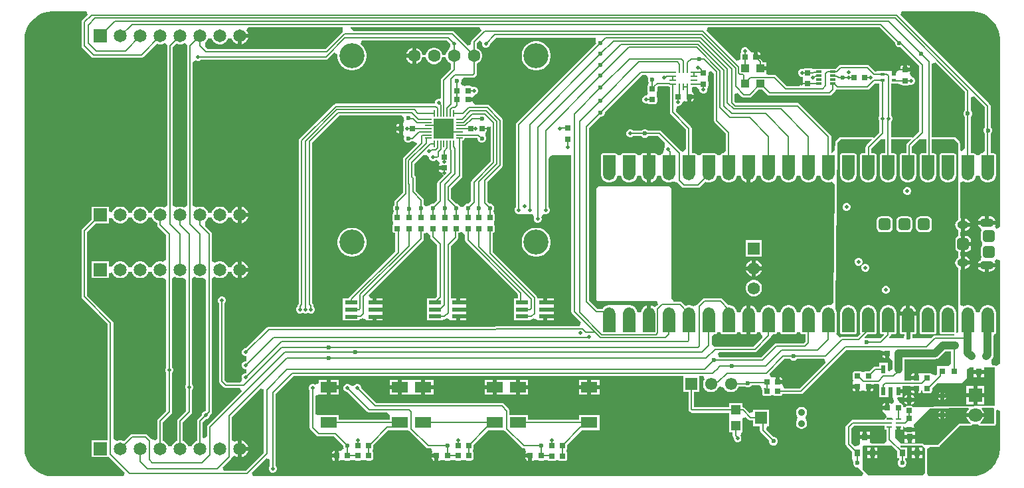
<source format=gtl>
G04*
G04 #@! TF.GenerationSoftware,Altium Limited,Altium Designer,24.9.1 (31)*
G04*
G04 Layer_Physical_Order=1*
G04 Layer_Color=255*
%FSLAX44Y44*%
%MOMM*%
G71*
G04*
G04 #@! TF.SameCoordinates,049DD743-820B-4880-A151-0CBBC5A4C6BC*
G04*
G04*
G04 #@! TF.FilePolarity,Positive*
G04*
G01*
G75*
%ADD10C,0.2000*%
%ADD20R,2.1000X1.4000*%
G04:AMPARAMS|DCode=21|XSize=0.76mm|YSize=0.6604mm|CornerRadius=0.0825mm|HoleSize=0mm|Usage=FLASHONLY|Rotation=270.000|XOffset=0mm|YOffset=0mm|HoleType=Round|Shape=RoundedRectangle|*
%AMROUNDEDRECTD21*
21,1,0.7600,0.4953,0,0,270.0*
21,1,0.5949,0.6604,0,0,270.0*
1,1,0.1651,-0.2477,-0.2975*
1,1,0.1651,-0.2477,0.2975*
1,1,0.1651,0.2477,0.2975*
1,1,0.1651,0.2477,-0.2975*
%
%ADD21ROUNDEDRECTD21*%
%ADD22R,0.6000X1.1000*%
%ADD23R,1.6000X0.5000*%
%ADD24R,2.6500X2.6500*%
%ADD25O,0.2000X0.8500*%
%ADD26O,0.8500X0.2000*%
%ADD27R,1.2000X1.2000*%
%ADD28R,1.5000X1.6000*%
G04:AMPARAMS|DCode=29|XSize=0.76mm|YSize=0.6604mm|CornerRadius=0.0825mm|HoleSize=0mm|Usage=FLASHONLY|Rotation=180.000|XOffset=0mm|YOffset=0mm|HoleType=Round|Shape=RoundedRectangle|*
%AMROUNDEDRECTD29*
21,1,0.7600,0.4953,0,0,180.0*
21,1,0.5949,0.6604,0,0,180.0*
1,1,0.1651,-0.2975,0.2477*
1,1,0.1651,0.2975,0.2477*
1,1,0.1651,0.2975,-0.2477*
1,1,0.1651,-0.2975,-0.2477*
%
%ADD29ROUNDEDRECTD29*%
%ADD30R,0.8000X0.9000*%
%ADD31R,0.6000X0.3000*%
%ADD32R,0.7200X0.3000*%
%ADD33R,1.0000X1.0000*%
%ADD34R,0.8000X0.8000*%
%ADD35O,0.2500X0.9500*%
%ADD36O,0.9500X0.2500*%
%ADD37C,1.5748*%
%ADD38R,1.5748X1.5748*%
%ADD39O,1.4500X1.0500*%
%ADD40O,1.8000X1.1000*%
G04:AMPARAMS|DCode=41|XSize=1.5mm|YSize=1.5mm|CornerRadius=0.3mm|HoleSize=0mm|Usage=FLASHONLY|Rotation=270.000|XOffset=0mm|YOffset=0mm|HoleType=Round|Shape=RoundedRectangle|*
%AMROUNDEDRECTD41*
21,1,1.5000,0.9000,0,0,270.0*
21,1,0.9000,1.5000,0,0,270.0*
1,1,0.6000,-0.4500,-0.4500*
1,1,0.6000,-0.4500,0.4500*
1,1,0.6000,0.4500,0.4500*
1,1,0.6000,0.4500,-0.4500*
%
%ADD41ROUNDEDRECTD41*%
%ADD55C,0.2520*%
%ADD56R,0.7500X0.2800*%
%ADD73C,5.0000*%
%ADD74C,0.6000*%
%ADD75C,1.0000*%
%ADD76C,0.5000*%
%ADD77C,0.9000*%
%ADD78R,1.5500X1.5500*%
%ADD79C,1.5500*%
%ADD80C,1.6510*%
%ADD81R,1.6510X1.6510*%
%ADD82C,1.6000*%
%ADD83R,1.8000X1.8000*%
%ADD84C,1.8000*%
%ADD85C,0.5000*%
%ADD86C,3.2000*%
G36*
X-91423Y36305D02*
Y30463D01*
X-113238Y8649D01*
X-263515D01*
X-266736Y11995D01*
X-266446Y16794D01*
X-264444Y18796D01*
X-263028Y21249D01*
X-262679Y22550D01*
X-258021D01*
X-257672Y21249D01*
X-256256Y18796D01*
X-254254Y16794D01*
X-251801Y15378D01*
X-249066Y14645D01*
X-246234D01*
X-243499Y15378D01*
X-241046Y16794D01*
X-239044Y18796D01*
X-237628Y21249D01*
X-237300Y22472D01*
X-232641Y22472D01*
X-232309Y21233D01*
X-230888Y18772D01*
X-228878Y16762D01*
X-226417Y15341D01*
X-224790Y14905D01*
Y25400D01*
X-222250D01*
Y27940D01*
X-211755D01*
X-212191Y29567D01*
X-213612Y32028D01*
X-211721Y36502D01*
X-91620D01*
X-91423Y36305D01*
D02*
G37*
G36*
X-291193Y15146D02*
X-289275Y13315D01*
X-289417Y12602D01*
Y-190930D01*
X-293917Y-193398D01*
X-294299Y-193178D01*
X-297034Y-192445D01*
X-299866D01*
X-302601Y-193178D01*
X-303180Y-193512D01*
X-307673Y-191190D01*
X-307680Y-191182D01*
Y11123D01*
X-303124Y15680D01*
X-302601Y15378D01*
X-299866Y14645D01*
X-297034D01*
X-294299Y15378D01*
X-292949Y16157D01*
X-291193Y15146D01*
D02*
G37*
G36*
X85375Y32002D02*
X73677Y20303D01*
X72903Y19146D01*
X72631Y17780D01*
Y14979D01*
X68131Y13115D01*
X50783Y30463D01*
X49626Y31237D01*
X48260Y31509D01*
X-78041D01*
X-80893Y36009D01*
X-80660Y36502D01*
X83511D01*
X85375Y32002D01*
D02*
G37*
G36*
X231648Y16094D02*
X231838Y15905D01*
X130827Y-85107D01*
X130053Y-86264D01*
X129781Y-87630D01*
Y-193347D01*
X129111Y-194018D01*
X128350Y-195855D01*
Y-197845D01*
X129111Y-199682D01*
X130518Y-201089D01*
X132355Y-201850D01*
X150475D01*
X151555Y-203255D01*
X152867Y-206350D01*
X152480Y-207285D01*
Y-209275D01*
X153241Y-211112D01*
X154648Y-212519D01*
X156485Y-213280D01*
X158475D01*
X160312Y-212519D01*
X161719Y-211112D01*
X162480Y-209275D01*
Y-207285D01*
X162092Y-206350D01*
X163405Y-203255D01*
X164485Y-201850D01*
X168635D01*
X170472Y-201089D01*
X171879Y-199682D01*
X172640Y-197845D01*
Y-195855D01*
X171879Y-194018D01*
X171209Y-193347D01*
Y-132144D01*
X172720Y-128270D01*
X176694Y-127000D01*
X200480D01*
Y-326546D01*
X200752Y-327911D01*
X201525Y-329069D01*
X212798Y-340341D01*
X210934Y-344841D01*
X104813D01*
X103447Y-345113D01*
X102447Y-345782D01*
X-185520D01*
X-186886Y-346053D01*
X-188043Y-346827D01*
X-214677Y-373460D01*
X-215625D01*
X-217462Y-374221D01*
X-218869Y-375628D01*
X-219630Y-377465D01*
Y-379455D01*
X-218869Y-381292D01*
X-217462Y-382699D01*
X-215625Y-383460D01*
X-214122D01*
Y-389415D01*
X-214677Y-389970D01*
X-215625D01*
X-217462Y-390731D01*
X-218869Y-392138D01*
X-219630Y-393975D01*
Y-395965D01*
X-218869Y-397802D01*
X-217462Y-399209D01*
X-215625Y-399970D01*
X-214122D01*
Y-404655D01*
X-214598Y-405131D01*
X-215704D01*
X-217541Y-405892D01*
X-218948Y-407299D01*
X-219709Y-409136D01*
Y-411125D01*
X-219222Y-412301D01*
X-220272Y-414976D01*
X-221474Y-416801D01*
X-238552D01*
X-241541Y-413812D01*
Y-315923D01*
X-240871Y-315252D01*
X-240110Y-313415D01*
Y-311425D01*
X-240871Y-309588D01*
X-242278Y-308181D01*
X-244115Y-307420D01*
X-246105D01*
X-247942Y-308181D01*
X-249349Y-309588D01*
X-250110Y-311425D01*
Y-313415D01*
X-249349Y-315252D01*
X-248679Y-315923D01*
Y-415290D01*
X-248407Y-416656D01*
X-247633Y-417813D01*
X-242553Y-422893D01*
X-241396Y-423667D01*
X-240030Y-423939D01*
X-221989D01*
X-220125Y-428439D01*
X-262873Y-471187D01*
X-263647Y-472344D01*
X-263919Y-473710D01*
Y-485464D01*
X-268419Y-488011D01*
X-269481Y-487373D01*
Y-467568D01*
X-265383Y-463470D01*
X-264435D01*
X-262598Y-462709D01*
X-261191Y-461302D01*
X-260430Y-459465D01*
Y-458517D01*
X-259097Y-457183D01*
X-258323Y-456026D01*
X-258051Y-454660D01*
Y-284222D01*
X-256080Y-282890D01*
X-253551Y-282062D01*
X-251801Y-283072D01*
X-249066Y-283805D01*
X-246234D01*
X-243499Y-283072D01*
X-241046Y-281656D01*
X-239044Y-279654D01*
X-237628Y-277201D01*
X-237300Y-275978D01*
X-232641Y-275978D01*
X-232309Y-277217D01*
X-230888Y-279678D01*
X-228878Y-281688D01*
X-226417Y-283109D01*
X-224790Y-283545D01*
Y-273050D01*
Y-262555D01*
X-226417Y-262991D01*
X-228878Y-264412D01*
X-230888Y-266422D01*
X-232309Y-268883D01*
X-232641Y-270122D01*
X-237300Y-270122D01*
X-237628Y-268899D01*
X-239044Y-266446D01*
X-241046Y-264444D01*
X-243499Y-263028D01*
X-246234Y-262295D01*
X-249066D01*
X-251801Y-263028D01*
X-253551Y-264038D01*
X-256080Y-263210D01*
X-258051Y-261878D01*
Y-227330D01*
X-258323Y-225964D01*
X-259097Y-224807D01*
X-266768Y-217135D01*
X-266446Y-211806D01*
X-264444Y-209804D01*
X-263028Y-207351D01*
X-262679Y-206050D01*
X-258021D01*
X-257672Y-207351D01*
X-256256Y-209804D01*
X-254254Y-211806D01*
X-251801Y-213222D01*
X-249066Y-213955D01*
X-246234D01*
X-243499Y-213222D01*
X-241046Y-211806D01*
X-239044Y-209804D01*
X-237628Y-207351D01*
X-237300Y-206128D01*
X-232641Y-206128D01*
X-232309Y-207367D01*
X-230888Y-209828D01*
X-228878Y-211838D01*
X-226417Y-213259D01*
X-224790Y-213695D01*
Y-203200D01*
Y-192705D01*
X-226417Y-193141D01*
X-228878Y-194562D01*
X-230888Y-196572D01*
X-232309Y-199033D01*
X-232641Y-200272D01*
X-237300Y-200272D01*
X-237628Y-199049D01*
X-239044Y-196596D01*
X-241046Y-194594D01*
X-243499Y-193178D01*
X-246234Y-192445D01*
X-249066D01*
X-251801Y-193178D01*
X-254254Y-194594D01*
X-256256Y-196596D01*
X-257672Y-199049D01*
X-258021Y-200350D01*
X-262679D01*
X-263028Y-199049D01*
X-264444Y-196596D01*
X-266446Y-194594D01*
X-268899Y-193178D01*
X-271634Y-192445D01*
X-274466D01*
X-277201Y-193178D01*
X-277780Y-193512D01*
X-282273Y-191190D01*
X-282280Y-191182D01*
Y-8015D01*
X-280413Y-6802D01*
X-277780Y-5775D01*
X-276585Y-6270D01*
X-274595D01*
X-272758Y-5509D01*
X-272087Y-4839D01*
X-112453D01*
X-111088Y-4567D01*
X-109930Y-3793D01*
X-102035Y4102D01*
X-97887Y1885D01*
X-97900Y1822D01*
Y-1822D01*
X-97189Y-5396D01*
X-95794Y-8763D01*
X-93770Y-11793D01*
X-91193Y-14370D01*
X-88163Y-16394D01*
X-84796Y-17789D01*
X-81222Y-18500D01*
X-77578D01*
X-74004Y-17789D01*
X-70637Y-16394D01*
X-67607Y-14370D01*
X-65030Y-11793D01*
X-63005Y-8763D01*
X-61611Y-5396D01*
X-60900Y-1822D01*
Y1822D01*
X-61611Y5396D01*
X-63005Y8763D01*
X-65030Y11793D01*
X-67607Y14370D01*
X-68238Y14791D01*
X-66873Y19291D01*
X41702D01*
X45800Y15193D01*
Y14245D01*
X45821Y14195D01*
X46297Y11925D01*
X44381Y8418D01*
X44353Y8402D01*
X42398Y6447D01*
X41016Y4053D01*
X40300Y1382D01*
X35900D01*
X35184Y4053D01*
X33802Y6447D01*
X31847Y8402D01*
X29453Y9784D01*
X26782Y10500D01*
X24018D01*
X21347Y9784D01*
X18953Y8402D01*
X16998Y6447D01*
X15616Y4053D01*
X14900Y1382D01*
X10540Y1388D01*
X9822Y4068D01*
X8434Y6472D01*
X6472Y8434D01*
X4068Y9822D01*
X2540Y10231D01*
Y0D01*
Y-10231D01*
X4068Y-9822D01*
X6472Y-8434D01*
X8434Y-6472D01*
X9822Y-4068D01*
X10540Y-1388D01*
X14900Y-1382D01*
X15616Y-4053D01*
X16998Y-6447D01*
X18953Y-8402D01*
X21347Y-9784D01*
X24018Y-10500D01*
X26782D01*
X29453Y-9784D01*
X31847Y-8402D01*
X33802Y-6447D01*
X35184Y-4053D01*
X35900Y-1382D01*
X40300D01*
X41016Y-4053D01*
X42398Y-6447D01*
X44353Y-8402D01*
X46747Y-9784D01*
X47231Y-9914D01*
Y-16302D01*
X35317Y-28217D01*
X34543Y-29374D01*
X34272Y-30740D01*
Y-53670D01*
X32745Y-54690D01*
X30755D01*
X28918Y-55451D01*
X27511Y-56858D01*
X26750Y-58695D01*
Y-60684D01*
X26532Y-61011D01*
X-100024D01*
X-101389Y-61283D01*
X-102547Y-62057D01*
X-146033Y-105543D01*
X-146807Y-106701D01*
X-147079Y-108066D01*
Y-316022D01*
X-147929Y-316873D01*
X-148703Y-318030D01*
X-148975Y-319396D01*
Y-320133D01*
X-149859Y-321018D01*
X-150620Y-322855D01*
Y-324845D01*
X-149859Y-326682D01*
X-148452Y-328089D01*
X-146615Y-328850D01*
X-144625D01*
X-142788Y-328089D01*
X-142120Y-327421D01*
X-141452Y-328089D01*
X-139614Y-328850D01*
X-137625D01*
X-135788Y-328089D01*
X-135120Y-327421D01*
X-134452Y-328089D01*
X-132614Y-328850D01*
X-130625D01*
X-128788Y-328089D01*
X-127381Y-326682D01*
X-126620Y-324845D01*
Y-322855D01*
X-127381Y-321018D01*
X-128051Y-320348D01*
Y-319230D01*
X-128323Y-317864D01*
X-129097Y-316707D01*
X-129781Y-316022D01*
Y-110698D01*
X-95232Y-76149D01*
X-16950D01*
X-13120Y-78662D01*
Y-80850D01*
X-12644Y-81998D01*
X-13239Y-83801D01*
X-13612Y-84428D01*
X-14000Y-84882D01*
Y-92710D01*
Y-100701D01*
X-13194Y-102000D01*
X-12759Y-103445D01*
X-13120Y-104316D01*
Y-106504D01*
X-12283Y-108525D01*
X-10735Y-110073D01*
X-8714Y-110910D01*
X-6526D01*
X-4505Y-110073D01*
X-3410Y-108979D01*
X-2032D01*
X-1819Y-108936D01*
X1722Y-110294D01*
X3240Y-111303D01*
X3416Y-112188D01*
X-13483Y-129087D01*
X-14257Y-130244D01*
X-14528Y-131610D01*
Y-174582D01*
X-24113Y-184167D01*
X-24887Y-185324D01*
X-25159Y-186690D01*
Y-190100D01*
X-26253Y-191194D01*
X-27090Y-193216D01*
Y-195404D01*
X-26706Y-196331D01*
X-26369Y-198094D01*
X-26962Y-201486D01*
X-27697Y-202586D01*
X-27955Y-203883D01*
Y-208836D01*
X-27697Y-210134D01*
X-27308Y-210717D01*
X-26962Y-211681D01*
Y-215039D01*
X-27308Y-216003D01*
X-27697Y-216586D01*
X-27955Y-217883D01*
Y-222836D01*
X-27697Y-224134D01*
X-26962Y-225234D01*
X-25862Y-225969D01*
X-24564Y-226227D01*
X-23889D01*
Y-249342D01*
X-82435Y-307888D01*
X-83209Y-309046D01*
X-83390Y-309960D01*
X-90800D01*
Y-319960D01*
Y-328960D01*
Y-337960D01*
X-69800D01*
Y-336966D01*
X-68324Y-336258D01*
X-67214Y-336037D01*
X-66057Y-335263D01*
X-65876Y-335083D01*
X-65819Y-335055D01*
X-61340Y-336911D01*
Y-338000D01*
X-53340D01*
Y-332960D01*
X-50800D01*
Y-330420D01*
X-40260D01*
Y-329000D01*
Y-326500D01*
X-50800D01*
Y-321420D01*
X-40260D01*
Y-320000D01*
Y-317500D01*
X-50800D01*
Y-314960D01*
X-53340D01*
Y-309920D01*
X-55939D01*
X-57803Y-305420D01*
X11413Y-236203D01*
X12187Y-235046D01*
X12458Y-233680D01*
Y-226598D01*
X16693Y-225469D01*
X20561Y-228834D01*
Y-231140D01*
X20833Y-232506D01*
X21607Y-233663D01*
X29451Y-241508D01*
Y-306873D01*
X26523Y-309801D01*
X16070D01*
Y-319801D01*
Y-328801D01*
Y-337801D01*
X37070D01*
Y-336369D01*
X38290D01*
X39656Y-336098D01*
X40813Y-335324D01*
X41373Y-334765D01*
X45530Y-336487D01*
Y-337841D01*
X53530D01*
Y-332801D01*
X56070D01*
Y-330261D01*
X66610D01*
Y-328841D01*
Y-326341D01*
X56070D01*
Y-321261D01*
X66610D01*
Y-319841D01*
Y-317341D01*
X56070D01*
Y-314801D01*
X53530D01*
Y-309761D01*
X46749D01*
Y-242778D01*
X55365Y-234161D01*
X56139Y-233004D01*
X56410Y-231638D01*
Y-226208D01*
X57612Y-225969D01*
X58363Y-225467D01*
X59082Y-225234D01*
X60874D01*
X65011Y-228834D01*
Y-235527D01*
X65283Y-236892D01*
X66057Y-238050D01*
X132402Y-304396D01*
X132321Y-304800D01*
Y-309850D01*
X127150D01*
Y-319850D01*
Y-328850D01*
Y-337850D01*
X148150D01*
Y-337076D01*
X149626Y-336368D01*
X150736Y-336147D01*
X151893Y-335373D01*
X152074Y-335193D01*
X152131Y-335165D01*
X156610Y-337021D01*
Y-337890D01*
X164610D01*
Y-332850D01*
X167150D01*
Y-330310D01*
X177690D01*
Y-328890D01*
Y-326390D01*
X167150D01*
Y-321310D01*
X177690D01*
Y-319890D01*
Y-317390D01*
X167150D01*
Y-314850D01*
X164610D01*
Y-309810D01*
X156749D01*
Y-308813D01*
X156477Y-307447D01*
X155703Y-306290D01*
X100089Y-250675D01*
Y-226109D01*
X100792Y-225969D01*
X101892Y-225234D01*
X102627Y-224134D01*
X102885Y-222836D01*
Y-217883D01*
X102627Y-216586D01*
X102238Y-216003D01*
X101892Y-215039D01*
Y-211681D01*
X102238Y-210717D01*
X102627Y-210134D01*
X102885Y-208836D01*
Y-203883D01*
X102627Y-202586D01*
X101892Y-201486D01*
X101299Y-198094D01*
X101636Y-196331D01*
X102020Y-195404D01*
Y-193216D01*
X101183Y-191194D01*
X99635Y-189647D01*
X97614Y-188810D01*
X96067D01*
X93739Y-186482D01*
Y-160228D01*
X112123Y-141843D01*
X112897Y-140686D01*
X113169Y-139320D01*
Y-82353D01*
X112897Y-80988D01*
X112123Y-79830D01*
X95780Y-63487D01*
X94622Y-62713D01*
X93257Y-62442D01*
X78043D01*
X77380Y-62043D01*
X74518Y-58854D01*
Y-58420D01*
X68610D01*
Y-53340D01*
X74564D01*
X74673Y-52707D01*
X76917Y-49842D01*
X78005Y-49127D01*
X79062Y-48689D01*
X80469Y-47282D01*
X81230Y-45445D01*
Y-43455D01*
X80469Y-41618D01*
X79062Y-40211D01*
X77225Y-39450D01*
X75236D01*
X74058Y-39938D01*
X73484Y-39078D01*
X72384Y-38343D01*
X71087Y-38085D01*
X66133D01*
X64836Y-38343D01*
X61386Y-37253D01*
X59875Y-33412D01*
X60110Y-32844D01*
Y-30656D01*
X63756Y-27699D01*
X74930D01*
X76296Y-27427D01*
X77453Y-26653D01*
X78723Y-25383D01*
X79497Y-24226D01*
X79769Y-22860D01*
Y-9914D01*
X80253Y-9784D01*
X82647Y-8402D01*
X84602Y-6447D01*
X85984Y-4053D01*
X86700Y-1382D01*
Y1382D01*
X85984Y4053D01*
X84602Y6447D01*
X82647Y8402D01*
X80253Y9784D01*
X79769Y9914D01*
Y16302D01*
X82890Y19423D01*
X86705Y16874D01*
X86440Y16235D01*
Y14245D01*
X87201Y12408D01*
X88608Y11001D01*
X90445Y10240D01*
X92435D01*
X94272Y11001D01*
X95679Y12408D01*
X96440Y14245D01*
Y15193D01*
X104589Y23343D01*
X231648D01*
Y16094D01*
D02*
G37*
G36*
X612990Y16963D02*
Y15416D01*
X613827Y13395D01*
X615374Y11847D01*
X617396Y11010D01*
X619584D01*
X620029Y11194D01*
X644131Y-12908D01*
Y-96312D01*
X636096Y-104347D01*
X635039Y-104243D01*
X634212Y-103690D01*
X633237Y-103496D01*
X607892D01*
Y-83709D01*
X608759Y-82842D01*
X609520Y-81005D01*
Y-79015D01*
X608759Y-77178D01*
X608089Y-76508D01*
Y-35420D01*
X616860D01*
X616860Y-35420D01*
X620835Y-36689D01*
X621838Y-37359D01*
X623135Y-37617D01*
X629085D01*
X630382Y-37359D01*
X631482Y-36624D01*
X631612Y-36430D01*
X632420Y-36765D01*
X634409D01*
X636247Y-36004D01*
X637654Y-34597D01*
X638415Y-32760D01*
Y-30770D01*
X637654Y-28933D01*
X636247Y-27526D01*
X634409Y-26765D01*
X634088D01*
X631765Y-22966D01*
X631817Y-22248D01*
X631861Y-22129D01*
X632255Y-21540D01*
X632503Y-20290D01*
X626110D01*
Y-17750D01*
X623570D01*
Y-11842D01*
X623135D01*
X621822Y-12103D01*
X620709Y-12847D01*
X619965Y-13960D01*
X619704Y-15273D01*
Y-16042D01*
X616900Y-19380D01*
X615204Y-19380D01*
X613900D01*
Y-23420D01*
X608820D01*
Y-19380D01*
X605820D01*
X605820Y-19380D01*
X602860Y-19420D01*
Y-19420D01*
X591860D01*
Y-19494D01*
X587360Y-19703D01*
X580373Y-12717D01*
X579216Y-11943D01*
X577850Y-11671D01*
X543560D01*
X542194Y-11943D01*
X541037Y-12717D01*
X537473Y-16280D01*
X527340D01*
Y-16280D01*
X522840Y-16333D01*
X522340Y-16280D01*
Y-16280D01*
X510140D01*
X510140Y-16280D01*
X505787Y-15924D01*
X504624Y-15693D01*
X498675D01*
X497378Y-15951D01*
X496278Y-16686D01*
X496148Y-16880D01*
X495340Y-16545D01*
X493350D01*
X491513Y-17306D01*
X490106Y-18713D01*
X489345Y-20550D01*
Y-22540D01*
X490106Y-24377D01*
X491225Y-25496D01*
X491513Y-25784D01*
X491513Y-25784D01*
X493350Y-26545D01*
X495257Y-27167D01*
X495257Y-29625D01*
X495257Y-33020D01*
X495244Y-33084D01*
Y-33881D01*
X490850Y-38293D01*
X475140D01*
X461883Y-25037D01*
X460726Y-24263D01*
X459360Y-23991D01*
X453311D01*
X449180Y-23100D01*
X449180Y-19491D01*
Y-18100D01*
X441640D01*
Y-13020D01*
X449180D01*
Y-8020D01*
X445036D01*
X444182Y-7459D01*
X441548Y-4245D01*
X441548Y-3810D01*
X435640D01*
Y-1270D01*
X433100D01*
Y5123D01*
X431850Y4875D01*
X431261Y4481D01*
X431142Y4437D01*
X430436Y4386D01*
X426655Y6760D01*
Y7030D01*
X425894Y8867D01*
X424487Y10274D01*
X422650Y11035D01*
X420660D01*
X418823Y10274D01*
X417416Y8867D01*
X416655Y7030D01*
Y5040D01*
X416983Y4247D01*
X416766Y4102D01*
X416031Y3002D01*
X415773Y1705D01*
Y-4245D01*
X415511Y-4855D01*
X410771Y-6367D01*
X372402Y32002D01*
X374266Y36502D01*
X593452D01*
X612990Y16963D01*
D02*
G37*
G36*
X382339Y-22327D02*
Y-82378D01*
X382611Y-83743D01*
X383385Y-84901D01*
X397555Y-99072D01*
Y-121369D01*
X394373Y-124551D01*
X393100Y-124551D01*
X393100Y-124551D01*
X393099Y-124551D01*
X393097Y-124551D01*
X393097Y-124551D01*
X392622Y-124646D01*
X392124Y-124745D01*
X392123Y-124746D01*
X392122Y-124746D01*
X391710Y-125022D01*
X391297Y-125297D01*
X391297Y-125299D01*
X391296Y-125299D01*
X391019Y-125714D01*
X390745Y-126124D01*
X390745Y-126124D01*
X390745Y-126126D01*
X390744Y-126127D01*
X390744Y-126127D01*
X390648Y-126612D01*
X390648Y-126612D01*
X390551Y-127100D01*
X390517Y-127102D01*
X386249Y-127098D01*
X386150Y-126605D01*
X386055Y-126125D01*
X386054Y-126124D01*
X386054Y-126122D01*
X385776Y-125707D01*
X385502Y-125298D01*
X385501Y-125297D01*
X385500Y-125296D01*
X385089Y-125021D01*
X384675Y-124745D01*
X384674Y-124745D01*
X384673Y-124744D01*
X384190Y-124649D01*
X383700Y-124551D01*
X367700Y-124551D01*
X367700Y-124551D01*
X367699Y-124551D01*
X367697Y-124551D01*
X367697Y-124551D01*
X367223Y-124646D01*
X366724Y-124745D01*
X366723Y-124746D01*
X366722Y-124746D01*
X366310Y-125022D01*
X365897Y-125297D01*
X365897Y-125299D01*
X365896Y-125299D01*
X365619Y-125714D01*
X365345Y-126124D01*
X365345Y-126124D01*
X365345Y-126126D01*
X365344Y-126127D01*
X365344Y-126127D01*
X365248Y-126612D01*
X365248Y-126612D01*
X365151Y-127100D01*
X365117Y-127102D01*
X360849Y-127098D01*
X360750Y-126605D01*
X360655Y-126125D01*
X360654Y-126124D01*
X360654Y-126122D01*
X360376Y-125707D01*
X360102Y-125298D01*
X360101Y-125297D01*
X360101Y-125296D01*
X359689Y-125021D01*
X359275Y-124745D01*
X359274Y-124745D01*
X359273Y-124744D01*
X358790Y-124649D01*
X358300Y-124551D01*
X353892Y-124551D01*
Y-92513D01*
X353620Y-91148D01*
X352847Y-89990D01*
X333459Y-70602D01*
Y-68442D01*
X335398Y-64375D01*
X337388D01*
X339225Y-63614D01*
X340632Y-62207D01*
X341393Y-60370D01*
Y-60048D01*
X345192Y-57725D01*
X345910Y-57777D01*
X346029Y-57821D01*
X346618Y-58215D01*
X347868Y-58463D01*
Y-52070D01*
X350408D01*
Y-49530D01*
X356316D01*
Y-49096D01*
X356055Y-47782D01*
X355311Y-46669D01*
X354198Y-45925D01*
X353840Y-41573D01*
X355109Y-39603D01*
X360390D01*
X361253Y-40266D01*
X363910Y-42853D01*
Y-44295D01*
X364671Y-46132D01*
X366078Y-47539D01*
X367915Y-48300D01*
X369905D01*
X371742Y-47539D01*
X373149Y-46132D01*
X373910Y-44295D01*
Y-42305D01*
X373411Y-41102D01*
X374082Y-40654D01*
X374817Y-39554D01*
X375075Y-38256D01*
Y-33303D01*
X374817Y-32006D01*
X374450Y-31456D01*
X374110Y-30514D01*
X374417Y-26278D01*
X374461Y-26159D01*
X374855Y-25570D01*
X375116Y-24256D01*
Y-21337D01*
X379003Y-19632D01*
X382339Y-22327D01*
D02*
G37*
G36*
X591860Y-35420D02*
X593331D01*
Y-76508D01*
X592661Y-77178D01*
X591900Y-79015D01*
Y-81005D01*
X592661Y-82842D01*
X593331Y-83512D01*
Y-97582D01*
X586567Y-104347D01*
X585509Y-104243D01*
X584682Y-103690D01*
X583707Y-103496D01*
X543955D01*
X542980Y-103690D01*
X542153Y-104243D01*
X537398Y-108997D01*
X537130Y-109399D01*
X536857Y-109797D01*
X536854Y-109811D01*
X536846Y-109824D01*
X536752Y-110297D01*
X536652Y-110770D01*
X536545Y-119987D01*
X531998Y-123994D01*
X531692Y-123959D01*
Y-102870D01*
X531420Y-101504D01*
X530647Y-100347D01*
X491517Y-61217D01*
X490359Y-60443D01*
X488993Y-60171D01*
X410418D01*
X408699Y-58452D01*
Y-48785D01*
X412856Y-47063D01*
X417847Y-52053D01*
X419004Y-52827D01*
X420370Y-53099D01*
X427670D01*
X429036Y-52827D01*
X430193Y-52053D01*
X439187Y-43060D01*
X444093D01*
X450547Y-49513D01*
X451704Y-50287D01*
X453070Y-50559D01*
X529590D01*
X530956Y-50287D01*
X532113Y-49513D01*
X535963Y-45663D01*
X536737Y-44506D01*
Y-44506D01*
X537930Y-43069D01*
X539630Y-42939D01*
X577850D01*
X579216Y-42667D01*
X580373Y-41893D01*
X587278Y-34989D01*
X591860D01*
Y-35420D01*
D02*
G37*
G36*
X97841Y-90758D02*
Y-134412D01*
X73677Y-158577D01*
X72903Y-159734D01*
X72632Y-161100D01*
Y-185212D01*
X69033Y-188810D01*
X67486D01*
X65465Y-189647D01*
X63917Y-191194D01*
X63080Y-193216D01*
X58840D01*
X58003Y-191194D01*
X56455Y-189647D01*
X54434Y-188810D01*
X53537D01*
X46939Y-182212D01*
Y-168679D01*
X60113Y-155504D01*
X60887Y-154346D01*
X61159Y-152981D01*
Y-108485D01*
X62206Y-108277D01*
X62206Y-108277D01*
X63363Y-107503D01*
X64137Y-106346D01*
X64409Y-104980D01*
X64763Y-104549D01*
X80452D01*
X80860Y-104957D01*
Y-106504D01*
X81697Y-108525D01*
X83244Y-110073D01*
X85266Y-110910D01*
X87454D01*
X89475Y-110073D01*
X91023Y-108525D01*
X91860Y-106504D01*
Y-104316D01*
X91340Y-103060D01*
X91040Y-102000D01*
X91263Y-98111D01*
X92007Y-96998D01*
X92268Y-95684D01*
Y-93209D01*
X96768Y-90282D01*
X97841Y-90758D01*
D02*
G37*
G36*
X702355Y-45848D02*
Y-69450D01*
X701261Y-70545D01*
X700423Y-72566D01*
Y-74754D01*
X701261Y-76775D01*
X702355Y-77870D01*
Y-117594D01*
X697875Y-121418D01*
X696230Y-121148D01*
X695971Y-120388D01*
X695969Y-120381D01*
Y-111252D01*
X695775Y-110276D01*
X695222Y-109450D01*
X690015Y-104243D01*
X689189Y-103690D01*
X688213Y-103496D01*
X660159D01*
Y-10016D01*
X664659Y-8152D01*
X702355Y-45848D01*
D02*
G37*
G36*
X296339Y-25018D02*
X298253Y-28849D01*
X298030Y-29386D01*
Y-31574D01*
X298208Y-32003D01*
X298743Y-34196D01*
X298158Y-37036D01*
X297423Y-38136D01*
X297165Y-39434D01*
Y-44387D01*
X297423Y-45684D01*
X297812Y-46267D01*
X298053Y-46940D01*
X297506Y-48817D01*
X296188Y-50880D01*
X294915D01*
X293078Y-51641D01*
X291671Y-53048D01*
X290910Y-54885D01*
Y-56875D01*
X291671Y-58712D01*
X293078Y-60119D01*
X294915Y-60880D01*
X296905D01*
X297936Y-60453D01*
X298158Y-60784D01*
X299258Y-61519D01*
X300555Y-61777D01*
X306504D01*
X307802Y-61519D01*
X308902Y-60784D01*
X309637Y-59684D01*
X309895Y-58387D01*
Y-53433D01*
X309637Y-52136D01*
X309248Y-51553D01*
X308902Y-50589D01*
Y-47231D01*
X309248Y-46267D01*
X309637Y-45684D01*
X309895Y-44387D01*
Y-40592D01*
X311358Y-39129D01*
X324652D01*
X324927Y-39312D01*
X326321Y-39590D01*
Y-72080D01*
X326593Y-73446D01*
X327367Y-74603D01*
X346755Y-93991D01*
Y-119463D01*
X342661Y-122351D01*
X340343Y-121937D01*
X314943Y-96537D01*
X313786Y-95763D01*
X312420Y-95491D01*
X298215D01*
X297120Y-94397D01*
X295099Y-93560D01*
X292911D01*
X290889Y-94397D01*
X289795Y-95491D01*
X279093D01*
X278422Y-94821D01*
X276585Y-94060D01*
X274595D01*
X272758Y-94821D01*
X271351Y-96228D01*
X270590Y-98065D01*
Y-100055D01*
X271351Y-101892D01*
X272758Y-103299D01*
X274595Y-104060D01*
X276585D01*
X278422Y-103299D01*
X279093Y-102629D01*
X289795D01*
X290889Y-103723D01*
X292911Y-104560D01*
X295099D01*
X297120Y-103723D01*
X298215Y-102629D01*
X310942D01*
X319523Y-111210D01*
X319698Y-116461D01*
X318937Y-118299D01*
Y-120051D01*
X318895Y-120374D01*
X317801Y-122664D01*
X316553Y-124459D01*
X316255Y-124679D01*
X315924Y-124745D01*
X315923Y-124746D01*
X315922Y-124746D01*
X315510Y-125022D01*
X315098Y-125297D01*
X315097Y-125299D01*
X315096Y-125299D01*
X314819Y-125714D01*
X314545Y-126124D01*
X314545Y-126126D01*
X314544Y-126127D01*
X314544Y-126127D01*
X314448Y-126612D01*
X314351Y-127100D01*
Y-127100D01*
X314258Y-127102D01*
X310090Y-127098D01*
X309991Y-126602D01*
X309893Y-126109D01*
X309892Y-126108D01*
X309891Y-126107D01*
X309609Y-125685D01*
X309331Y-125269D01*
X309330Y-125268D01*
X309329Y-125267D01*
X308911Y-124988D01*
X308491Y-124707D01*
X308490Y-124707D01*
X308489Y-124706D01*
X307993Y-124608D01*
X307500Y-124510D01*
X302063Y-124510D01*
Y-151075D01*
Y-161357D01*
X302770Y-161168D01*
X302923Y-161092D01*
X303091Y-161059D01*
X304060Y-160658D01*
X304202Y-160563D01*
X304363Y-160508D01*
X305272Y-159984D01*
X305400Y-159871D01*
X305554Y-159795D01*
X306386Y-159157D01*
X306498Y-159029D01*
X306640Y-158933D01*
X307382Y-158192D01*
X307477Y-158050D01*
X307605Y-157937D01*
X308244Y-157105D01*
X308319Y-156952D01*
X308432Y-156824D01*
X308957Y-155915D01*
X309011Y-155753D01*
X309106Y-155611D01*
X309508Y-154642D01*
X309541Y-154475D01*
X309617Y-154322D01*
X309888Y-153309D01*
X309899Y-153138D01*
X309954Y-152976D01*
X309974Y-152821D01*
X314513Y-152821D01*
X314533Y-152971D01*
X314587Y-153130D01*
X314598Y-153298D01*
X314869Y-154311D01*
X314944Y-154462D01*
X314977Y-154627D01*
X315378Y-155596D01*
X315471Y-155736D01*
X315525Y-155895D01*
X316050Y-156803D01*
X316161Y-156929D01*
X316235Y-157080D01*
X316873Y-157912D01*
X317000Y-158023D01*
X317093Y-158163D01*
X317835Y-158904D01*
X317974Y-158998D01*
X318085Y-159124D01*
X318917Y-159762D01*
X319068Y-159837D01*
X319195Y-159948D01*
X320103Y-160472D01*
X320262Y-160526D01*
X320402Y-160619D01*
X321371Y-161021D01*
X321536Y-161053D01*
X321686Y-161128D01*
X322699Y-161399D01*
X322867Y-161410D01*
X323026Y-161464D01*
X324066Y-161601D01*
X324234Y-161590D01*
X324399Y-161623D01*
X324922Y-161623D01*
X325447Y-161623D01*
X325612Y-161590D01*
X325779Y-161601D01*
X326819Y-161464D01*
X326978Y-161410D01*
X327146Y-161399D01*
X328159Y-161128D01*
X328310Y-161054D01*
X328475Y-161021D01*
X329444Y-160620D01*
X329584Y-160526D01*
X329743Y-160472D01*
X329928Y-160366D01*
X332516Y-160385D01*
X335002Y-161359D01*
X335369Y-161630D01*
X341362Y-167623D01*
X342520Y-168397D01*
X343886Y-168669D01*
X362123D01*
X363489Y-168397D01*
X364646Y-167623D01*
X371519Y-160751D01*
X372171Y-161021D01*
X372336Y-161053D01*
X372486Y-161128D01*
X373499Y-161399D01*
X373667Y-161410D01*
X373826Y-161464D01*
X374866Y-161601D01*
X375034Y-161590D01*
X375199Y-161623D01*
X375723Y-161623D01*
X376247Y-161623D01*
X376412Y-161590D01*
X376579Y-161601D01*
X377619Y-161464D01*
X377778Y-161410D01*
X377946Y-161399D01*
X378959Y-161128D01*
X379110Y-161054D01*
X379275Y-161021D01*
X380244Y-160620D01*
X380384Y-160526D01*
X380543Y-160472D01*
X381451Y-159948D01*
X381578Y-159837D01*
X381729Y-159763D01*
X382561Y-159124D01*
X382672Y-158998D01*
X382812Y-158905D01*
X383553Y-158163D01*
X383647Y-158023D01*
X383773Y-157912D01*
X384412Y-157080D01*
X384486Y-156930D01*
X384597Y-156803D01*
X385121Y-155895D01*
X385175Y-155736D01*
X385269Y-155596D01*
X385670Y-154627D01*
X385703Y-154462D01*
X385777Y-154311D01*
X386049Y-153298D01*
X386059Y-153130D01*
X386114Y-152971D01*
X386154Y-152664D01*
X390693Y-152664D01*
X390733Y-152971D01*
X390787Y-153130D01*
X390798Y-153298D01*
X391069Y-154311D01*
X391144Y-154462D01*
X391177Y-154627D01*
X391578Y-155596D01*
X391671Y-155736D01*
X391725Y-155895D01*
X392250Y-156803D01*
X392360Y-156929D01*
X392435Y-157080D01*
X393073Y-157912D01*
X393200Y-158023D01*
X393293Y-158163D01*
X394035Y-158904D01*
X394174Y-158998D01*
X394285Y-159124D01*
X395117Y-159762D01*
X395268Y-159837D01*
X395395Y-159948D01*
X396303Y-160472D01*
X396462Y-160526D01*
X396602Y-160619D01*
X397571Y-161021D01*
X397736Y-161053D01*
X397886Y-161128D01*
X398899Y-161399D01*
X399067Y-161410D01*
X399226Y-161464D01*
X400266Y-161601D01*
X400434Y-161590D01*
X400599Y-161623D01*
X401123Y-161623D01*
X401647Y-161623D01*
X401812Y-161590D01*
X401979Y-161601D01*
X403019Y-161464D01*
X403178Y-161410D01*
X403346Y-161399D01*
X404359Y-161128D01*
X404510Y-161054D01*
X404675Y-161021D01*
X405644Y-160620D01*
X405784Y-160526D01*
X405943Y-160472D01*
X406851Y-159948D01*
X406978Y-159837D01*
X407129Y-159763D01*
X407961Y-159124D01*
X408072Y-158998D01*
X408212Y-158905D01*
X408953Y-158163D01*
X409047Y-158023D01*
X409173Y-157912D01*
X409812Y-157080D01*
X409886Y-156930D01*
X409997Y-156803D01*
X410521Y-155895D01*
X410575Y-155736D01*
X410669Y-155596D01*
X411070Y-154627D01*
X411103Y-154462D01*
X411177Y-154311D01*
X411449Y-153298D01*
X411460Y-153130D01*
X411513Y-152971D01*
X411533Y-152821D01*
X416072Y-152821D01*
X416092Y-152976D01*
X416147Y-153138D01*
X416159Y-153309D01*
X416430Y-154322D01*
X416506Y-154475D01*
X416539Y-154642D01*
X416940Y-155611D01*
X417035Y-155753D01*
X417090Y-155915D01*
X417614Y-156823D01*
X417727Y-156952D01*
X417803Y-157105D01*
X418441Y-157937D01*
X418569Y-158050D01*
X418664Y-158192D01*
X419406Y-158933D01*
X419548Y-159028D01*
X419660Y-159156D01*
X420493Y-159795D01*
X420646Y-159870D01*
X420774Y-159983D01*
X421682Y-160507D01*
X421844Y-160562D01*
X421986Y-160657D01*
X422955Y-161058D01*
X423123Y-161092D01*
X423276Y-161167D01*
X423983Y-161357D01*
Y-151075D01*
X429063D01*
Y-161357D01*
X429770Y-161168D01*
X429923Y-161092D01*
X430091Y-161059D01*
X431060Y-160658D01*
X431202Y-160563D01*
X431363Y-160508D01*
X432272Y-159984D01*
X432400Y-159871D01*
X432554Y-159795D01*
X433386Y-159157D01*
X433498Y-159029D01*
X433640Y-158933D01*
X434382Y-158192D01*
X434477Y-158050D01*
X434605Y-157937D01*
X435244Y-157105D01*
X435319Y-156952D01*
X435432Y-156824D01*
X435956Y-155915D01*
X436011Y-155753D01*
X436106Y-155611D01*
X436508Y-154642D01*
X436541Y-154475D01*
X436617Y-154322D01*
X436888Y-153309D01*
X436899Y-153138D01*
X436954Y-152976D01*
X436974Y-152821D01*
X441513Y-152821D01*
X441533Y-152971D01*
X441587Y-153130D01*
X441598Y-153298D01*
X441869Y-154311D01*
X441944Y-154462D01*
X441977Y-154627D01*
X442378Y-155596D01*
X442471Y-155736D01*
X442525Y-155895D01*
X443050Y-156803D01*
X443161Y-156929D01*
X443235Y-157080D01*
X443873Y-157912D01*
X444000Y-158023D01*
X444093Y-158163D01*
X444835Y-158904D01*
X444974Y-158998D01*
X445085Y-159124D01*
X445917Y-159762D01*
X446068Y-159837D01*
X446195Y-159948D01*
X447103Y-160472D01*
X447262Y-160526D01*
X447402Y-160619D01*
X448371Y-161021D01*
X448536Y-161053D01*
X448686Y-161128D01*
X449699Y-161399D01*
X449867Y-161410D01*
X450026Y-161464D01*
X451066Y-161601D01*
X451234Y-161590D01*
X451399Y-161623D01*
X451922Y-161623D01*
X452447Y-161623D01*
X452612Y-161590D01*
X452779Y-161601D01*
X453819Y-161464D01*
X453978Y-161410D01*
X454146Y-161399D01*
X455159Y-161128D01*
X455310Y-161054D01*
X455475Y-161021D01*
X456444Y-160620D01*
X456584Y-160526D01*
X456743Y-160472D01*
X457651Y-159948D01*
X457778Y-159837D01*
X457929Y-159763D01*
X458761Y-159124D01*
X458872Y-158998D01*
X459011Y-158905D01*
X459753Y-158163D01*
X459847Y-158023D01*
X459973Y-157912D01*
X460611Y-157080D01*
X460686Y-156930D01*
X460797Y-156803D01*
X461321Y-155895D01*
X461375Y-155736D01*
X461469Y-155596D01*
X461870Y-154627D01*
X461903Y-154462D01*
X461977Y-154311D01*
X462248Y-153298D01*
X462259Y-153130D01*
X462313Y-152971D01*
X462354Y-152664D01*
X466893Y-152664D01*
X466933Y-152971D01*
X466987Y-153130D01*
X466998Y-153298D01*
X467269Y-154311D01*
X467344Y-154462D01*
X467377Y-154627D01*
X467778Y-155596D01*
X467871Y-155736D01*
X467925Y-155895D01*
X468450Y-156803D01*
X468560Y-156929D01*
X468635Y-157080D01*
X469273Y-157912D01*
X469400Y-158023D01*
X469493Y-158163D01*
X470235Y-158904D01*
X470374Y-158998D01*
X470485Y-159124D01*
X471317Y-159762D01*
X471468Y-159837D01*
X471595Y-159948D01*
X472503Y-160472D01*
X472662Y-160526D01*
X472802Y-160619D01*
X473771Y-161021D01*
X473936Y-161053D01*
X474086Y-161128D01*
X475099Y-161399D01*
X475267Y-161410D01*
X475426Y-161464D01*
X476466Y-161601D01*
X476634Y-161590D01*
X476799Y-161623D01*
X477323Y-161623D01*
X477847Y-161623D01*
X478012Y-161590D01*
X478179Y-161601D01*
X479219Y-161464D01*
X479378Y-161410D01*
X479546Y-161399D01*
X480559Y-161128D01*
X480710Y-161054D01*
X480875Y-161021D01*
X481844Y-160620D01*
X481984Y-160526D01*
X482143Y-160472D01*
X483051Y-159948D01*
X483178Y-159837D01*
X483329Y-159763D01*
X484161Y-159124D01*
X484272Y-158998D01*
X484412Y-158905D01*
X485153Y-158163D01*
X485247Y-158023D01*
X485373Y-157912D01*
X486012Y-157080D01*
X486086Y-156930D01*
X486197Y-156803D01*
X486721Y-155895D01*
X486775Y-155736D01*
X486869Y-155596D01*
X487270Y-154627D01*
X487303Y-154462D01*
X487377Y-154311D01*
X487649Y-153298D01*
X487659Y-153130D01*
X487714Y-152971D01*
X487754Y-152664D01*
X492293Y-152664D01*
X492333Y-152971D01*
X492387Y-153130D01*
X492398Y-153298D01*
X492669Y-154311D01*
X492744Y-154462D01*
X492777Y-154627D01*
X493178Y-155596D01*
X493271Y-155736D01*
X493325Y-155895D01*
X493850Y-156803D01*
X493960Y-156929D01*
X494035Y-157080D01*
X494673Y-157912D01*
X494800Y-158023D01*
X494893Y-158163D01*
X495635Y-158904D01*
X495774Y-158998D01*
X495885Y-159124D01*
X496717Y-159762D01*
X496868Y-159837D01*
X496995Y-159948D01*
X497903Y-160472D01*
X498062Y-160526D01*
X498202Y-160619D01*
X499171Y-161021D01*
X499336Y-161053D01*
X499486Y-161128D01*
X500499Y-161399D01*
X500667Y-161410D01*
X500826Y-161464D01*
X501866Y-161601D01*
X502034Y-161590D01*
X502199Y-161623D01*
X502723Y-161623D01*
X503247Y-161623D01*
X503412Y-161590D01*
X503579Y-161601D01*
X504619Y-161464D01*
X504778Y-161410D01*
X504946Y-161399D01*
X505959Y-161128D01*
X506110Y-161054D01*
X506275Y-161021D01*
X507244Y-160620D01*
X507384Y-160526D01*
X507543Y-160472D01*
X508451Y-159948D01*
X508578Y-159837D01*
X508729Y-159763D01*
X509561Y-159124D01*
X509672Y-158998D01*
X509812Y-158905D01*
X510553Y-158163D01*
X510647Y-158023D01*
X510773Y-157912D01*
X511412Y-157080D01*
X511486Y-156930D01*
X511597Y-156803D01*
X512121Y-155895D01*
X512175Y-155736D01*
X512269Y-155596D01*
X512670Y-154627D01*
X512703Y-154462D01*
X512777Y-154311D01*
X513049Y-153298D01*
X513060Y-153130D01*
X513114Y-152971D01*
X513154Y-152664D01*
X517693Y-152664D01*
X517733Y-152971D01*
X517787Y-153130D01*
X517798Y-153298D01*
X518069Y-154311D01*
X518144Y-154462D01*
X518177Y-154627D01*
X518578Y-155596D01*
X518671Y-155736D01*
X518725Y-155895D01*
X519250Y-156803D01*
X519361Y-156929D01*
X519435Y-157080D01*
X520073Y-157912D01*
X520200Y-158023D01*
X520293Y-158163D01*
X521035Y-158904D01*
X521174Y-158998D01*
X521285Y-159124D01*
X522117Y-159762D01*
X522268Y-159837D01*
X522395Y-159948D01*
X523303Y-160472D01*
X523462Y-160526D01*
X523602Y-160619D01*
X524571Y-161021D01*
X524736Y-161053D01*
X524886Y-161128D01*
X525899Y-161399D01*
X526067Y-161410D01*
X526226Y-161464D01*
X527266Y-161601D01*
X527434Y-161590D01*
X527599Y-161623D01*
X528122Y-161623D01*
X528647Y-161623D01*
X528812Y-161590D01*
X528979Y-161601D01*
X530019Y-161464D01*
X530178Y-161410D01*
X530346Y-161399D01*
X531359Y-161128D01*
X531510Y-161054D01*
X531567Y-161043D01*
X531677Y-161022D01*
X534779Y-162499D01*
X536034Y-163884D01*
X534273Y-315134D01*
X533392Y-316421D01*
X530818Y-318221D01*
X530228Y-318417D01*
X529734Y-318448D01*
X528981Y-318349D01*
X528813Y-318360D01*
X528648Y-318327D01*
X528124Y-318327D01*
X527600Y-318327D01*
X527435Y-318360D01*
X527267Y-318349D01*
X526228Y-318485D01*
X526068Y-318539D01*
X525900Y-318550D01*
X524887Y-318821D01*
X524737Y-318896D01*
X524571Y-318929D01*
X523603Y-319330D01*
X523463Y-319423D01*
X523304Y-319477D01*
X522395Y-320001D01*
X522269Y-320112D01*
X522118Y-320187D01*
X521286Y-320825D01*
X521175Y-320951D01*
X521035Y-321045D01*
X520294Y-321786D01*
X520200Y-321926D01*
X520074Y-322037D01*
X519435Y-322869D01*
X519361Y-323020D01*
X519250Y-323146D01*
X518726Y-324055D01*
X518672Y-324214D01*
X518578Y-324354D01*
X518177Y-325323D01*
X518144Y-325488D01*
X518070Y-325639D01*
X517798Y-326651D01*
X517787Y-326819D01*
X517733Y-326979D01*
X517693Y-327285D01*
X513154Y-327285D01*
X513114Y-326978D01*
X513060Y-326819D01*
X513049Y-326651D01*
X512777Y-325639D01*
X512703Y-325488D01*
X512670Y-325323D01*
X512269Y-324354D01*
X512175Y-324214D01*
X512121Y-324055D01*
X511597Y-323147D01*
X511486Y-323020D01*
X511412Y-322869D01*
X510773Y-322038D01*
X510647Y-321927D01*
X510554Y-321787D01*
X509812Y-321045D01*
X509672Y-320952D01*
X509561Y-320826D01*
X508729Y-320187D01*
X508579Y-320113D01*
X508452Y-320002D01*
X507544Y-319478D01*
X507385Y-319424D01*
X507245Y-319330D01*
X506276Y-318929D01*
X506111Y-318896D01*
X505960Y-318822D01*
X504947Y-318550D01*
X504780Y-318539D01*
X504620Y-318485D01*
X503581Y-318349D01*
X503413Y-318360D01*
X503248Y-318327D01*
X502724Y-318327D01*
X502200Y-318327D01*
X502035Y-318360D01*
X501867Y-318349D01*
X500828Y-318485D01*
X500668Y-318539D01*
X500500Y-318550D01*
X499487Y-318821D01*
X499337Y-318896D01*
X499171Y-318929D01*
X498203Y-319330D01*
X498063Y-319423D01*
X497904Y-319477D01*
X496995Y-320001D01*
X496869Y-320112D01*
X496718Y-320187D01*
X495886Y-320825D01*
X495775Y-320951D01*
X495635Y-321045D01*
X494894Y-321786D01*
X494800Y-321926D01*
X494674Y-322037D01*
X494035Y-322869D01*
X493961Y-323020D01*
X493850Y-323146D01*
X493326Y-324055D01*
X493272Y-324214D01*
X493178Y-324354D01*
X492777Y-325323D01*
X492744Y-325488D01*
X492670Y-325639D01*
X492398Y-326651D01*
X492387Y-326819D01*
X492333Y-326979D01*
X492293Y-327285D01*
X487754Y-327285D01*
X487714Y-326978D01*
X487660Y-326819D01*
X487649Y-326651D01*
X487377Y-325639D01*
X487303Y-325488D01*
X487270Y-325323D01*
X486869Y-324354D01*
X486775Y-324214D01*
X486721Y-324055D01*
X486197Y-323147D01*
X486086Y-323020D01*
X486012Y-322869D01*
X485373Y-322038D01*
X485247Y-321927D01*
X485154Y-321787D01*
X484412Y-321045D01*
X484272Y-320952D01*
X484161Y-320826D01*
X483329Y-320187D01*
X483179Y-320113D01*
X483052Y-320002D01*
X482144Y-319478D01*
X481985Y-319424D01*
X481845Y-319330D01*
X480876Y-318929D01*
X480711Y-318896D01*
X480560Y-318822D01*
X479547Y-318550D01*
X479380Y-318539D01*
X479220Y-318485D01*
X478181Y-318349D01*
X478013Y-318360D01*
X477848Y-318327D01*
X477324Y-318327D01*
X476800Y-318327D01*
X476635Y-318360D01*
X476467Y-318349D01*
X475428Y-318485D01*
X475268Y-318539D01*
X475100Y-318550D01*
X474087Y-318821D01*
X473937Y-318896D01*
X473772Y-318929D01*
X472803Y-319330D01*
X472663Y-319423D01*
X472504Y-319477D01*
X471595Y-320001D01*
X471469Y-320112D01*
X471318Y-320187D01*
X470486Y-320825D01*
X470375Y-320951D01*
X470235Y-321045D01*
X469494Y-321786D01*
X469400Y-321926D01*
X469274Y-322037D01*
X468635Y-322869D01*
X468561Y-323020D01*
X468450Y-323146D01*
X467926Y-324055D01*
X467872Y-324214D01*
X467778Y-324354D01*
X467377Y-325323D01*
X467344Y-325488D01*
X467270Y-325639D01*
X466998Y-326651D01*
X466987Y-326819D01*
X466933Y-326979D01*
X466893Y-327285D01*
X462354Y-327285D01*
X462314Y-326978D01*
X462260Y-326819D01*
X462249Y-326651D01*
X461977Y-325639D01*
X461903Y-325488D01*
X461870Y-325323D01*
X461469Y-324354D01*
X461375Y-324214D01*
X461321Y-324055D01*
X460797Y-323147D01*
X460686Y-323020D01*
X460612Y-322869D01*
X459973Y-322038D01*
X459847Y-321927D01*
X459754Y-321787D01*
X459012Y-321045D01*
X458872Y-320952D01*
X458761Y-320826D01*
X457929Y-320187D01*
X457779Y-320113D01*
X457652Y-320002D01*
X456744Y-319478D01*
X456585Y-319424D01*
X456445Y-319330D01*
X455476Y-318929D01*
X455311Y-318896D01*
X455160Y-318822D01*
X454147Y-318550D01*
X453980Y-318539D01*
X453820Y-318485D01*
X452781Y-318349D01*
X452613Y-318360D01*
X452448Y-318327D01*
X451924Y-318327D01*
X451400Y-318327D01*
X451235Y-318360D01*
X451067Y-318349D01*
X450028Y-318485D01*
X449868Y-318539D01*
X449700Y-318550D01*
X448687Y-318821D01*
X448536Y-318896D01*
X448372Y-318929D01*
X447403Y-319330D01*
X447263Y-319423D01*
X447104Y-319477D01*
X446195Y-320001D01*
X446069Y-320112D01*
X445918Y-320187D01*
X445086Y-320825D01*
X444975Y-320951D01*
X444835Y-321045D01*
X444094Y-321786D01*
X444000Y-321926D01*
X443874Y-322037D01*
X443235Y-322869D01*
X443161Y-323020D01*
X443050Y-323146D01*
X442526Y-324055D01*
X442472Y-324214D01*
X442378Y-324354D01*
X441977Y-325323D01*
X441944Y-325488D01*
X441870Y-325639D01*
X441598Y-326651D01*
X441587Y-326819D01*
X441533Y-326979D01*
X441513Y-327129D01*
X436975Y-327129D01*
X436954Y-326973D01*
X436899Y-326811D01*
X436888Y-326641D01*
X436617Y-325628D01*
X436541Y-325475D01*
X436508Y-325307D01*
X436106Y-324338D01*
X436012Y-324196D01*
X435957Y-324035D01*
X435432Y-323126D01*
X435320Y-322998D01*
X435244Y-322845D01*
X434606Y-322013D01*
X434477Y-321900D01*
X434382Y-321758D01*
X433641Y-321017D01*
X433499Y-320922D01*
X433386Y-320793D01*
X432554Y-320155D01*
X432401Y-320079D01*
X432272Y-319967D01*
X431364Y-319442D01*
X431203Y-319387D01*
X431060Y-319293D01*
X430092Y-318891D01*
X429924Y-318858D01*
X429771Y-318782D01*
X429063Y-318593D01*
Y-328875D01*
Y-355439D01*
X434547Y-355439D01*
X434547Y-355439D01*
X434548Y-355439D01*
X434549Y-355439D01*
X434550Y-355439D01*
X435027Y-355344D01*
X435538Y-355242D01*
X435539Y-355242D01*
X435540Y-355241D01*
X435953Y-354965D01*
X436378Y-354681D01*
X436379Y-354680D01*
X436380Y-354679D01*
X436655Y-354267D01*
X436939Y-353841D01*
X436940Y-353841D01*
X436940Y-353839D01*
X436940Y-353839D01*
X436940Y-353838D01*
X437037Y-353353D01*
X437037Y-353353D01*
X437137Y-352850D01*
X437230Y-352847D01*
X441398Y-352852D01*
X441496Y-353345D01*
X441592Y-353825D01*
X441593Y-353826D01*
X441593Y-353827D01*
X441871Y-354243D01*
X442144Y-354652D01*
X442146Y-354653D01*
X442146Y-354654D01*
X442558Y-354928D01*
X442614Y-354966D01*
X443213Y-355795D01*
X443986Y-357697D01*
X443998Y-357752D01*
X444045Y-359898D01*
X432862Y-371081D01*
X383540D01*
X383221Y-371145D01*
X379292Y-368279D01*
Y-358581D01*
X382474Y-355399D01*
X383747Y-355399D01*
X383747Y-355399D01*
X383748Y-355398D01*
X383749Y-355399D01*
X383750Y-355399D01*
X384224Y-355304D01*
X384722Y-355205D01*
X384723Y-355204D01*
X384725Y-355204D01*
X385137Y-354927D01*
X385549Y-354652D01*
X385550Y-354651D01*
X385551Y-354650D01*
X385827Y-354236D01*
X386102Y-353825D01*
X386102Y-353825D01*
X386102Y-353824D01*
X386103Y-353823D01*
X386103Y-353823D01*
X386199Y-353337D01*
X386199Y-353337D01*
X386296Y-352850D01*
X386330Y-352847D01*
X390598Y-352852D01*
X390696Y-353345D01*
X390792Y-353825D01*
X390793Y-353826D01*
X390793Y-353827D01*
X391071Y-354243D01*
X391344Y-354652D01*
X391345Y-354653D01*
X391346Y-354654D01*
X391758Y-354928D01*
X392171Y-355205D01*
X392173Y-355205D01*
X392174Y-355205D01*
X392657Y-355301D01*
X393147Y-355398D01*
X409147Y-355399D01*
X409147Y-355399D01*
X409148Y-355398D01*
X409149Y-355399D01*
X409150Y-355399D01*
X409624Y-355304D01*
X410122Y-355205D01*
X410123Y-355204D01*
X410125Y-355204D01*
X410537Y-354927D01*
X410949Y-354652D01*
X410950Y-354651D01*
X410951Y-354650D01*
X411227Y-354236D01*
X411502Y-353825D01*
X411502Y-353825D01*
X411502Y-353824D01*
X411503Y-353823D01*
X411503Y-353823D01*
X411599Y-353337D01*
X411599Y-353337D01*
X411696Y-352850D01*
X411789Y-352847D01*
X415957Y-352852D01*
X416056Y-353347D01*
X416154Y-353841D01*
X416155Y-353842D01*
X416155Y-353843D01*
X416438Y-354265D01*
X416716Y-354681D01*
X416717Y-354682D01*
X416717Y-354683D01*
X417136Y-354961D01*
X417556Y-355242D01*
X417557Y-355242D01*
X417558Y-355243D01*
X418054Y-355341D01*
X418547Y-355439D01*
X423983Y-355439D01*
Y-328875D01*
Y-318593D01*
X423277Y-318782D01*
X423124Y-318858D01*
X422956Y-318891D01*
X421987Y-319292D01*
X421845Y-319387D01*
X421683Y-319442D01*
X420775Y-319966D01*
X420646Y-320079D01*
X420493Y-320154D01*
X419661Y-320793D01*
X419548Y-320921D01*
X419406Y-321016D01*
X418665Y-321758D01*
X418570Y-321900D01*
X418441Y-322012D01*
X417803Y-322844D01*
X417727Y-322998D01*
X417615Y-323126D01*
X417090Y-324034D01*
X417035Y-324196D01*
X416940Y-324338D01*
X416539Y-325307D01*
X416506Y-325475D01*
X416430Y-325628D01*
X416159Y-326641D01*
X416148Y-326811D01*
X416093Y-326973D01*
X416072Y-327129D01*
X411534Y-327129D01*
X411514Y-326978D01*
X411460Y-326819D01*
X411449Y-326651D01*
X411177Y-325639D01*
X411103Y-325488D01*
X411070Y-325323D01*
X410669Y-324354D01*
X410575Y-324214D01*
X410521Y-324055D01*
X409997Y-323147D01*
X409886Y-323020D01*
X409812Y-322869D01*
X409173Y-322038D01*
X409047Y-321927D01*
X408954Y-321787D01*
X408212Y-321045D01*
X408072Y-320952D01*
X407961Y-320826D01*
X407129Y-320187D01*
X406979Y-320113D01*
X406852Y-320002D01*
X405944Y-319478D01*
X405785Y-319424D01*
X405645Y-319330D01*
X404676Y-318929D01*
X404511Y-318896D01*
X404360Y-318822D01*
X403347Y-318550D01*
X403180Y-318539D01*
X403020Y-318485D01*
X401981Y-318349D01*
X401813Y-318360D01*
X401648Y-318327D01*
X401124Y-318327D01*
X400844Y-318327D01*
X393242Y-310725D01*
X392084Y-309951D01*
X390718Y-309680D01*
X370012D01*
X368646Y-309951D01*
X367488Y-310725D01*
X360697Y-317517D01*
X360493Y-317822D01*
X360469Y-317846D01*
X360128Y-318154D01*
X358709Y-318913D01*
X355321Y-319580D01*
X355144Y-319478D01*
X354985Y-319424D01*
X354845Y-319330D01*
X353876Y-318929D01*
X353711Y-318896D01*
X353560Y-318822D01*
X352547Y-318550D01*
X352380Y-318539D01*
X352220Y-318485D01*
X351181Y-318349D01*
X351013Y-318360D01*
X350848Y-318327D01*
X350324Y-318327D01*
X349800Y-318327D01*
X349635Y-318360D01*
X349467Y-318349D01*
X348428Y-318485D01*
X348268Y-318539D01*
X348100Y-318550D01*
X347087Y-318821D01*
X346936Y-318896D01*
X346772Y-318929D01*
X345818Y-319323D01*
X341472Y-314977D01*
X340314Y-314203D01*
X338949Y-313931D01*
X331393D01*
X330423Y-313181D01*
X328059Y-310000D01*
X328059Y-309431D01*
Y-170000D01*
X327826Y-168829D01*
X327163Y-167837D01*
X326171Y-167174D01*
X325000Y-166941D01*
X235000D01*
X233829Y-167174D01*
X232837Y-167837D01*
X232174Y-168829D01*
X231941Y-170000D01*
Y-310000D01*
X232174Y-311171D01*
X232837Y-312163D01*
X233829Y-312826D01*
X235000Y-313059D01*
X309261D01*
X311124Y-317559D01*
X310336Y-318347D01*
X309577Y-318896D01*
X307009Y-320423D01*
X305273Y-319967D01*
X304364Y-319442D01*
X304203Y-319387D01*
X304060Y-319293D01*
X303092Y-318891D01*
X302924Y-318858D01*
X302771Y-318782D01*
X302063Y-318593D01*
Y-328875D01*
X296983D01*
Y-318593D01*
X296277Y-318782D01*
X296124Y-318858D01*
X295956Y-318891D01*
X294987Y-319292D01*
X294845Y-319387D01*
X294683Y-319442D01*
X293775Y-319966D01*
X293646Y-320079D01*
X293493Y-320154D01*
X292661Y-320793D01*
X292548Y-320921D01*
X292406Y-321016D01*
X291665Y-321758D01*
X291570Y-321900D01*
X291441Y-322012D01*
X290803Y-322844D01*
X290727Y-322998D01*
X290615Y-323126D01*
X290090Y-324034D01*
X290035Y-324196D01*
X289940Y-324338D01*
X289539Y-325307D01*
X289506Y-325475D01*
X289430Y-325628D01*
X289159Y-326641D01*
X289148Y-326811D01*
X289093Y-326973D01*
X289072Y-327129D01*
X284534Y-327129D01*
X284514Y-326978D01*
X284460Y-326819D01*
X284449Y-326651D01*
X284177Y-325639D01*
X284103Y-325488D01*
X284070Y-325323D01*
X283669Y-324354D01*
X283575Y-324214D01*
X283521Y-324055D01*
X282997Y-323147D01*
X282886Y-323020D01*
X282812Y-322869D01*
X282173Y-322038D01*
X282047Y-321927D01*
X281954Y-321787D01*
X281212Y-321045D01*
X281072Y-320952D01*
X280961Y-320826D01*
X280129Y-320187D01*
X279979Y-320113D01*
X279852Y-320002D01*
X278944Y-319478D01*
X278785Y-319424D01*
X278645Y-319330D01*
X277676Y-318929D01*
X277511Y-318896D01*
X277360Y-318822D01*
X276347Y-318550D01*
X276180Y-318539D01*
X276020Y-318485D01*
X274981Y-318349D01*
X274813Y-318360D01*
X274648Y-318327D01*
X274124Y-318327D01*
X273600Y-318327D01*
X273599Y-318327D01*
X249248D01*
X249248Y-318327D01*
X248724Y-318327D01*
X248200Y-318327D01*
X248035Y-318360D01*
X247867Y-318349D01*
X246828Y-318485D01*
X246668Y-318539D01*
X246500Y-318550D01*
X245487Y-318821D01*
X245336Y-318896D01*
X245172Y-318929D01*
X244203Y-319330D01*
X244063Y-319423D01*
X243904Y-319477D01*
X242995Y-320001D01*
X242869Y-320112D01*
X242718Y-320187D01*
X241886Y-320825D01*
X241775Y-320951D01*
X241635Y-321045D01*
X240894Y-321786D01*
X240800Y-321926D01*
X240674Y-322037D01*
X240072Y-322821D01*
X233888D01*
X223279Y-312212D01*
Y-91648D01*
X237037Y-77890D01*
X238584D01*
X240606Y-77053D01*
X242153Y-75505D01*
X242990Y-73484D01*
Y-71937D01*
X290578Y-24348D01*
X295617D01*
X296339Y-25018D01*
D02*
G37*
G36*
X727755Y-65591D02*
Y-91237D01*
X726857Y-92135D01*
X726020Y-94156D01*
Y-96344D01*
X726857Y-98365D01*
X727755Y-99263D01*
Y-121369D01*
X724573Y-124551D01*
X723300Y-124551D01*
X723300Y-124551D01*
X723299Y-124551D01*
X723297Y-124551D01*
X723297Y-124551D01*
X722822Y-124646D01*
X722324Y-124745D01*
X722323Y-124746D01*
X722322Y-124746D01*
X721910Y-125022D01*
X721497Y-125297D01*
X721497Y-125299D01*
X721496Y-125299D01*
X721219Y-125714D01*
X720945Y-126124D01*
X720945Y-126124D01*
X720945Y-126126D01*
X720944Y-126127D01*
X720944Y-126127D01*
X720848Y-126612D01*
X720848Y-126612D01*
X720751Y-127100D01*
X720717Y-127102D01*
X716449Y-127098D01*
X716350Y-126605D01*
X716255Y-126125D01*
X716254Y-126124D01*
X716254Y-126122D01*
X715976Y-125707D01*
X715702Y-125298D01*
X715701Y-125297D01*
X715701Y-125296D01*
X715289Y-125021D01*
X714875Y-124745D01*
X714874Y-124745D01*
X714873Y-124744D01*
X714390Y-124649D01*
X713900Y-124551D01*
X709492Y-124551D01*
Y-77870D01*
X710586Y-76775D01*
X711423Y-74754D01*
Y-72566D01*
X710586Y-70545D01*
X709492Y-69450D01*
Y-53208D01*
X713649Y-51486D01*
X727755Y-65591D01*
D02*
G37*
G36*
X693420Y-111252D02*
Y-209265D01*
X692173Y-210223D01*
X690930Y-211842D01*
X690150Y-213727D01*
X689883Y-215750D01*
X690150Y-217773D01*
X690930Y-219658D01*
X692173Y-221277D01*
X693420Y-222234D01*
Y-230306D01*
X693354Y-230319D01*
X691535Y-231535D01*
X690319Y-233354D01*
X689892Y-235500D01*
Y-244500D01*
X690319Y-246646D01*
X691535Y-248465D01*
X693354Y-249681D01*
X693420Y-249694D01*
Y-257766D01*
X692173Y-258723D01*
X690930Y-260342D01*
X690150Y-262227D01*
X689883Y-264250D01*
X690150Y-266273D01*
X690930Y-268158D01*
X692173Y-269777D01*
X693420Y-270735D01*
Y-351790D01*
X691913Y-353297D01*
X691094Y-352859D01*
X691096Y-352850D01*
X691096Y-352848D01*
X691096Y-352847D01*
X691072Y-328873D01*
X691072Y-328872D01*
X691072Y-328351D01*
X691040Y-328186D01*
X691051Y-328018D01*
X690914Y-326978D01*
X690860Y-326819D01*
X690849Y-326651D01*
X690577Y-325639D01*
X690503Y-325488D01*
X690470Y-325323D01*
X690069Y-324354D01*
X689975Y-324214D01*
X689921Y-324055D01*
X689397Y-323147D01*
X689286Y-323020D01*
X689212Y-322869D01*
X688573Y-322038D01*
X688447Y-321927D01*
X688354Y-321787D01*
X687612Y-321045D01*
X687472Y-320952D01*
X687361Y-320826D01*
X686529Y-320187D01*
X686379Y-320113D01*
X686252Y-320002D01*
X685344Y-319478D01*
X685185Y-319424D01*
X685045Y-319330D01*
X684076Y-318929D01*
X683911Y-318896D01*
X683760Y-318822D01*
X682747Y-318550D01*
X682580Y-318539D01*
X682420Y-318485D01*
X681381Y-318349D01*
X681213Y-318360D01*
X681048Y-318327D01*
X680524Y-318327D01*
X680000Y-318327D01*
X679835Y-318360D01*
X679667Y-318349D01*
X678628Y-318485D01*
X678468Y-318539D01*
X678300Y-318550D01*
X677287Y-318821D01*
X677137Y-318896D01*
X676972Y-318929D01*
X676003Y-319330D01*
X675863Y-319423D01*
X675704Y-319477D01*
X674795Y-320001D01*
X674669Y-320112D01*
X674518Y-320187D01*
X673686Y-320825D01*
X673575Y-320951D01*
X673435Y-321045D01*
X672694Y-321786D01*
X672600Y-321926D01*
X672474Y-322037D01*
X671835Y-322869D01*
X671761Y-323020D01*
X671650Y-323146D01*
X671126Y-324055D01*
X671072Y-324214D01*
X670978Y-324354D01*
X670577Y-325323D01*
X670544Y-325488D01*
X670470Y-325639D01*
X670198Y-326651D01*
X670187Y-326819D01*
X670133Y-326979D01*
X669996Y-328018D01*
X670007Y-328186D01*
X669975Y-328351D01*
X669975Y-328876D01*
X669975Y-328876D01*
X669975Y-328877D01*
X669998Y-352852D01*
X670096Y-353345D01*
X670192Y-353825D01*
X670193Y-353826D01*
X670193Y-353827D01*
X670471Y-354243D01*
X670744Y-354652D01*
X670745Y-354653D01*
X670746Y-354654D01*
X671158Y-354928D01*
X671571Y-355205D01*
X671573Y-355205D01*
X671574Y-355205D01*
X672057Y-355301D01*
X672547Y-355398D01*
X688547Y-355399D01*
X688548Y-355398D01*
X688549Y-355399D01*
X688555Y-355397D01*
X688994Y-356216D01*
X688099Y-357111D01*
X663702D01*
X662336Y-357383D01*
X661179Y-358157D01*
X658655Y-360680D01*
X635572D01*
X635460Y-360512D01*
Y-358308D01*
X635018Y-357241D01*
Y-356068D01*
X635647Y-355439D01*
X637747Y-355439D01*
X637748Y-355439D01*
X637749Y-355439D01*
X638227Y-355344D01*
X638738Y-355242D01*
X638739Y-355242D01*
X638740Y-355241D01*
X639153Y-354965D01*
X639578Y-354681D01*
X639579Y-354680D01*
X639580Y-354679D01*
X639855Y-354267D01*
X640139Y-353841D01*
X640140Y-353839D01*
X640141Y-353838D01*
X640237Y-353353D01*
X640337Y-352850D01*
X640336Y-352848D01*
X640337Y-352847D01*
X640316Y-331415D01*
X629723D01*
X619136D01*
X619157Y-352852D01*
X619256Y-353347D01*
X619354Y-353841D01*
X619355Y-353842D01*
X619355Y-353843D01*
X619638Y-354265D01*
X619916Y-354681D01*
X619917Y-354682D01*
X619917Y-354683D01*
X620336Y-354961D01*
X620756Y-355242D01*
X620757Y-355242D01*
X620758Y-355243D01*
X621254Y-355341D01*
X621747Y-355439D01*
X624822Y-355439D01*
Y-357241D01*
X624380Y-358308D01*
Y-360512D01*
X624268Y-360680D01*
X605648D01*
X605308Y-359859D01*
X606847Y-358320D01*
X607620Y-357162D01*
X607892Y-355797D01*
X608290Y-355399D01*
X612347Y-355399D01*
X612348Y-355398D01*
X612349Y-355399D01*
X612824Y-355304D01*
X613322Y-355205D01*
X613323Y-355204D01*
X613325Y-355204D01*
X613737Y-354927D01*
X614149Y-354652D01*
X614150Y-354651D01*
X614151Y-354650D01*
X614427Y-354236D01*
X614702Y-353825D01*
X614702Y-353824D01*
X614703Y-353823D01*
X614799Y-353337D01*
X614896Y-352850D01*
X614896Y-352848D01*
X614896Y-352847D01*
X614872Y-328873D01*
X614872Y-328872D01*
X614872Y-328351D01*
X614840Y-328186D01*
X614851Y-328018D01*
X614714Y-326978D01*
X614660Y-326819D01*
X614649Y-326651D01*
X614377Y-325639D01*
X614303Y-325488D01*
X614270Y-325323D01*
X613869Y-324354D01*
X613775Y-324214D01*
X613721Y-324055D01*
X613197Y-323147D01*
X613086Y-323020D01*
X613012Y-322869D01*
X612373Y-322038D01*
X612247Y-321927D01*
X612154Y-321787D01*
X611412Y-321045D01*
X611272Y-320952D01*
X611161Y-320826D01*
X610329Y-320187D01*
X610179Y-320113D01*
X610052Y-320002D01*
X609144Y-319478D01*
X608985Y-319424D01*
X608845Y-319330D01*
X607876Y-318929D01*
X607711Y-318896D01*
X607560Y-318822D01*
X606547Y-318550D01*
X606380Y-318539D01*
X606220Y-318485D01*
X605181Y-318349D01*
X605013Y-318360D01*
X604848Y-318327D01*
X604324Y-318327D01*
X603800Y-318327D01*
X603635Y-318360D01*
X603467Y-318349D01*
X602428Y-318485D01*
X602268Y-318539D01*
X602100Y-318550D01*
X601087Y-318821D01*
X600937Y-318896D01*
X600771Y-318929D01*
X599803Y-319330D01*
X599663Y-319423D01*
X599504Y-319477D01*
X598595Y-320001D01*
X598469Y-320112D01*
X598318Y-320187D01*
X597486Y-320825D01*
X597375Y-320951D01*
X597235Y-321045D01*
X596494Y-321786D01*
X596400Y-321926D01*
X596274Y-322037D01*
X595635Y-322869D01*
X595561Y-323020D01*
X595450Y-323146D01*
X594926Y-324055D01*
X594872Y-324214D01*
X594778Y-324354D01*
X594377Y-325323D01*
X594344Y-325488D01*
X594270Y-325639D01*
X593998Y-326651D01*
X593987Y-326819D01*
X593933Y-326979D01*
X593797Y-328018D01*
X593807Y-328186D01*
X593775Y-328351D01*
X593775Y-328876D01*
X593775Y-328876D01*
X593775Y-328877D01*
X593798Y-352852D01*
X593896Y-353345D01*
X593992Y-353825D01*
X593993Y-353826D01*
X593993Y-353827D01*
X594271Y-354243D01*
X594544Y-354652D01*
X594546Y-354653D01*
X594546Y-354654D01*
X594958Y-354928D01*
X595371Y-355205D01*
X595373Y-355205D01*
X595374Y-355205D01*
X595857Y-355301D01*
X596347Y-355398D01*
X598513Y-355398D01*
X598853Y-356220D01*
X594393Y-360680D01*
X578688D01*
X577674Y-360260D01*
X575486D01*
X574720Y-360578D01*
X574246Y-360428D01*
X573999Y-359418D01*
X578018Y-355399D01*
X586947Y-355399D01*
X586948Y-355398D01*
X586949Y-355399D01*
X587424Y-355304D01*
X587922Y-355205D01*
X587923Y-355204D01*
X587925Y-355204D01*
X588337Y-354927D01*
X588749Y-354652D01*
X588750Y-354651D01*
X588751Y-354650D01*
X589027Y-354236D01*
X589302Y-353825D01*
X589302Y-353824D01*
X589303Y-353823D01*
X589399Y-353337D01*
X589496Y-352850D01*
X589496Y-352848D01*
X589496Y-352847D01*
X589472Y-328873D01*
X589472Y-328872D01*
X589472Y-328351D01*
X589440Y-328186D01*
X589451Y-328018D01*
X589314Y-326978D01*
X589260Y-326819D01*
X589249Y-326651D01*
X588977Y-325639D01*
X588903Y-325488D01*
X588870Y-325323D01*
X588469Y-324354D01*
X588375Y-324214D01*
X588321Y-324055D01*
X587797Y-323147D01*
X587686Y-323020D01*
X587612Y-322869D01*
X586973Y-322038D01*
X586847Y-321927D01*
X586754Y-321787D01*
X586012Y-321045D01*
X585872Y-320952D01*
X585761Y-320826D01*
X584929Y-320187D01*
X584779Y-320113D01*
X584652Y-320002D01*
X583744Y-319478D01*
X583585Y-319424D01*
X583445Y-319330D01*
X582476Y-318929D01*
X582311Y-318896D01*
X582160Y-318822D01*
X581147Y-318550D01*
X580980Y-318539D01*
X580820Y-318485D01*
X579781Y-318349D01*
X579613Y-318360D01*
X579448Y-318327D01*
X578924Y-318327D01*
X578400Y-318327D01*
X578235Y-318360D01*
X578067Y-318349D01*
X577028Y-318485D01*
X576868Y-318539D01*
X576700Y-318550D01*
X575687Y-318821D01*
X575536Y-318896D01*
X575372Y-318929D01*
X574403Y-319330D01*
X574263Y-319423D01*
X574104Y-319477D01*
X573195Y-320001D01*
X573069Y-320112D01*
X572918Y-320187D01*
X572086Y-320825D01*
X571975Y-320951D01*
X571835Y-321045D01*
X571094Y-321786D01*
X571000Y-321926D01*
X570874Y-322037D01*
X570235Y-322869D01*
X570161Y-323020D01*
X570050Y-323146D01*
X569526Y-324055D01*
X569472Y-324214D01*
X569378Y-324354D01*
X568977Y-325323D01*
X568944Y-325488D01*
X568870Y-325639D01*
X568598Y-326651D01*
X568587Y-326819D01*
X568533Y-326979D01*
X568396Y-328018D01*
X568408Y-328186D01*
X568375Y-328351D01*
X568375Y-328876D01*
X568375Y-328876D01*
X568375Y-328877D01*
X568398Y-352852D01*
X568496Y-353345D01*
X568592Y-353825D01*
X568593Y-353826D01*
X568593Y-353827D01*
X568871Y-354243D01*
X568955Y-354368D01*
X564942Y-358381D01*
X545848D01*
X544482Y-358653D01*
X543381Y-359389D01*
X538227Y-354236D01*
X538502Y-353825D01*
X538502Y-353824D01*
X538503Y-353823D01*
X538599Y-353337D01*
X538696Y-352850D01*
X538696Y-352848D01*
X538696Y-352847D01*
X538672Y-328873D01*
X538672Y-328872D01*
X538672Y-328351D01*
X538640Y-328186D01*
X538651Y-328018D01*
X538514Y-326978D01*
X538460Y-326819D01*
X538449Y-326651D01*
X538177Y-325639D01*
X538103Y-325488D01*
X538070Y-325323D01*
X537669Y-324354D01*
X537575Y-324214D01*
X537521Y-324055D01*
X536997Y-323147D01*
X536886Y-323020D01*
X536812Y-322869D01*
X536734Y-322767D01*
X539201Y-110799D01*
X543955Y-106045D01*
X583707D01*
X584047Y-106866D01*
X576597Y-114317D01*
X575823Y-115474D01*
X575551Y-116840D01*
Y-123922D01*
X574923Y-124551D01*
X570900Y-124551D01*
X570899Y-124551D01*
X570897Y-124551D01*
X570423Y-124646D01*
X569924Y-124745D01*
X569923Y-124746D01*
X569922Y-124746D01*
X569510Y-125022D01*
X569098Y-125297D01*
X569097Y-125299D01*
X569096Y-125299D01*
X568819Y-125714D01*
X568545Y-126124D01*
X568545Y-126126D01*
X568544Y-126127D01*
X568448Y-126612D01*
X568351Y-127100D01*
X568351Y-127101D01*
X568351Y-127102D01*
X568374Y-151077D01*
X568374Y-151077D01*
X568374Y-151599D01*
X568407Y-151764D01*
X568396Y-151931D01*
X568533Y-152971D01*
X568587Y-153130D01*
X568598Y-153298D01*
X568869Y-154311D01*
X568944Y-154462D01*
X568977Y-154627D01*
X569378Y-155596D01*
X569471Y-155736D01*
X569525Y-155895D01*
X570050Y-156803D01*
X570160Y-156929D01*
X570235Y-157080D01*
X570873Y-157912D01*
X571000Y-158023D01*
X571093Y-158163D01*
X571835Y-158904D01*
X571974Y-158998D01*
X572085Y-159124D01*
X572917Y-159762D01*
X573068Y-159837D01*
X573195Y-159948D01*
X574103Y-160472D01*
X574262Y-160526D01*
X574402Y-160619D01*
X575371Y-161021D01*
X575536Y-161053D01*
X575686Y-161128D01*
X576699Y-161399D01*
X576867Y-161410D01*
X577026Y-161464D01*
X578066Y-161601D01*
X578234Y-161590D01*
X578399Y-161623D01*
X578923Y-161623D01*
X579447Y-161623D01*
X579612Y-161590D01*
X579779Y-161601D01*
X580819Y-161464D01*
X580978Y-161410D01*
X581146Y-161399D01*
X582159Y-161128D01*
X582310Y-161054D01*
X582475Y-161021D01*
X583444Y-160620D01*
X583584Y-160526D01*
X583743Y-160472D01*
X584651Y-159948D01*
X584778Y-159837D01*
X584929Y-159763D01*
X585761Y-159124D01*
X585872Y-158998D01*
X586012Y-158905D01*
X586753Y-158163D01*
X586847Y-158023D01*
X586973Y-157912D01*
X587612Y-157080D01*
X587686Y-156930D01*
X587797Y-156803D01*
X588321Y-155895D01*
X588375Y-155736D01*
X588469Y-155596D01*
X588870Y-154627D01*
X588903Y-154462D01*
X588977Y-154311D01*
X589249Y-153298D01*
X589259Y-153130D01*
X589314Y-152971D01*
X589450Y-151931D01*
X589439Y-151763D01*
X589472Y-151598D01*
X589472Y-151074D01*
X589472Y-151073D01*
X589472Y-151072D01*
X589449Y-127098D01*
X589350Y-126605D01*
X589255Y-126125D01*
X589254Y-126124D01*
X589254Y-126122D01*
X588976Y-125707D01*
X588702Y-125298D01*
X588701Y-125297D01*
X588700Y-125296D01*
X588289Y-125021D01*
X587875Y-124745D01*
X587874Y-124745D01*
X587873Y-124744D01*
X587390Y-124649D01*
X586900Y-124551D01*
X582689Y-124551D01*
Y-118318D01*
X594962Y-106045D01*
X600755D01*
Y-123922D01*
X600126Y-124551D01*
X596300Y-124551D01*
X596299Y-124551D01*
X596297Y-124551D01*
X595822Y-124646D01*
X595324Y-124745D01*
X595323Y-124746D01*
X595322Y-124746D01*
X594910Y-125022D01*
X594497Y-125297D01*
X594497Y-125299D01*
X594496Y-125299D01*
X594219Y-125714D01*
X593945Y-126124D01*
X593945Y-126126D01*
X593944Y-126127D01*
X593848Y-126612D01*
X593751Y-127100D01*
X593751Y-127101D01*
X593751Y-127102D01*
X593774Y-151077D01*
X593774Y-151077D01*
X593774Y-151599D01*
X593807Y-151764D01*
X593796Y-151931D01*
X593933Y-152971D01*
X593987Y-153130D01*
X593998Y-153298D01*
X594269Y-154311D01*
X594344Y-154462D01*
X594377Y-154627D01*
X594778Y-155596D01*
X594871Y-155736D01*
X594925Y-155895D01*
X595450Y-156803D01*
X595560Y-156929D01*
X595635Y-157080D01*
X596273Y-157912D01*
X596400Y-158023D01*
X596493Y-158163D01*
X597235Y-158904D01*
X597374Y-158998D01*
X597485Y-159124D01*
X598317Y-159762D01*
X598468Y-159837D01*
X598595Y-159948D01*
X599503Y-160472D01*
X599662Y-160526D01*
X599802Y-160619D01*
X600771Y-161021D01*
X600936Y-161053D01*
X601086Y-161128D01*
X602099Y-161399D01*
X602267Y-161410D01*
X602426Y-161464D01*
X603466Y-161601D01*
X603634Y-161590D01*
X603799Y-161623D01*
X604323Y-161623D01*
X604847Y-161623D01*
X605012Y-161590D01*
X605179Y-161601D01*
X606219Y-161464D01*
X606378Y-161410D01*
X606546Y-161399D01*
X607559Y-161128D01*
X607710Y-161054D01*
X607875Y-161021D01*
X608844Y-160620D01*
X608984Y-160526D01*
X609143Y-160472D01*
X610051Y-159948D01*
X610178Y-159837D01*
X610329Y-159763D01*
X611161Y-159124D01*
X611272Y-158998D01*
X611412Y-158905D01*
X612153Y-158163D01*
X612247Y-158023D01*
X612373Y-157912D01*
X613012Y-157080D01*
X613086Y-156930D01*
X613197Y-156803D01*
X613721Y-155895D01*
X613775Y-155736D01*
X613869Y-155596D01*
X614270Y-154627D01*
X614303Y-154462D01*
X614377Y-154311D01*
X614649Y-153298D01*
X614660Y-153130D01*
X614714Y-152971D01*
X614850Y-151931D01*
X614839Y-151763D01*
X614872Y-151598D01*
X614872Y-151074D01*
X614872Y-151073D01*
X614872Y-151072D01*
X614849Y-127098D01*
X614750Y-126605D01*
X614655Y-126125D01*
X614654Y-126124D01*
X614654Y-126122D01*
X614376Y-125707D01*
X614102Y-125298D01*
X614101Y-125297D01*
X614100Y-125296D01*
X613689Y-125021D01*
X613275Y-124745D01*
X613274Y-124745D01*
X613273Y-124744D01*
X612790Y-124649D01*
X612300Y-124551D01*
X607892Y-124551D01*
Y-106045D01*
X633237D01*
X633577Y-106866D01*
X628667Y-111777D01*
X627893Y-112934D01*
X627621Y-114300D01*
Y-123922D01*
X626993Y-124551D01*
X621700Y-124551D01*
X621699Y-124551D01*
X621697Y-124551D01*
X621222Y-124646D01*
X620724Y-124745D01*
X620723Y-124746D01*
X620722Y-124746D01*
X620310Y-125022D01*
X619897Y-125297D01*
X619897Y-125299D01*
X619896Y-125299D01*
X619619Y-125714D01*
X619345Y-126124D01*
X619345Y-126126D01*
X619344Y-126127D01*
X619248Y-126612D01*
X619151Y-127100D01*
X619151Y-127101D01*
X619151Y-127102D01*
X619174Y-151077D01*
X619174Y-151077D01*
X619174Y-151599D01*
X619207Y-151764D01*
X619196Y-151931D01*
X619333Y-152971D01*
X619387Y-153130D01*
X619398Y-153298D01*
X619669Y-154311D01*
X619744Y-154462D01*
X619777Y-154627D01*
X620178Y-155596D01*
X620271Y-155736D01*
X620325Y-155895D01*
X620850Y-156803D01*
X620961Y-156929D01*
X621035Y-157080D01*
X621673Y-157912D01*
X621800Y-158023D01*
X621893Y-158163D01*
X622635Y-158904D01*
X622774Y-158998D01*
X622885Y-159124D01*
X623717Y-159762D01*
X623868Y-159837D01*
X623995Y-159948D01*
X624903Y-160472D01*
X625062Y-160526D01*
X625202Y-160619D01*
X626171Y-161021D01*
X626336Y-161053D01*
X626486Y-161128D01*
X627499Y-161399D01*
X627667Y-161410D01*
X627826Y-161464D01*
X628866Y-161601D01*
X629034Y-161590D01*
X629199Y-161623D01*
X629723Y-161623D01*
X630247Y-161623D01*
X630412Y-161590D01*
X630579Y-161601D01*
X631619Y-161464D01*
X631778Y-161410D01*
X631946Y-161399D01*
X632959Y-161128D01*
X633110Y-161054D01*
X633275Y-161021D01*
X634244Y-160620D01*
X634384Y-160526D01*
X634543Y-160472D01*
X635451Y-159948D01*
X635578Y-159837D01*
X635729Y-159763D01*
X636561Y-159124D01*
X636672Y-158998D01*
X636811Y-158905D01*
X637553Y-158163D01*
X637647Y-158023D01*
X637773Y-157912D01*
X638411Y-157080D01*
X638486Y-156930D01*
X638597Y-156803D01*
X639121Y-155895D01*
X639175Y-155736D01*
X639269Y-155596D01*
X639670Y-154627D01*
X639703Y-154462D01*
X639777Y-154311D01*
X640049Y-153298D01*
X640060Y-153130D01*
X640114Y-152971D01*
X640250Y-151931D01*
X640239Y-151763D01*
X640272Y-151598D01*
X640272Y-151074D01*
X640272Y-151073D01*
X640272Y-151072D01*
X640249Y-127098D01*
X640150Y-126605D01*
X640055Y-126125D01*
X640054Y-126124D01*
X640054Y-126122D01*
X639776Y-125707D01*
X639502Y-125298D01*
X639501Y-125297D01*
X639501Y-125296D01*
X639089Y-125021D01*
X638675Y-124745D01*
X638674Y-124745D01*
X638673Y-124744D01*
X638190Y-124649D01*
X637700Y-124551D01*
X634759Y-124551D01*
Y-115778D01*
X644492Y-106045D01*
X653021D01*
Y-123922D01*
X652393Y-124551D01*
X647100Y-124551D01*
X647099Y-124551D01*
X647097Y-124551D01*
X646622Y-124646D01*
X646124Y-124745D01*
X646123Y-124746D01*
X646122Y-124746D01*
X645710Y-125022D01*
X645297Y-125297D01*
X645297Y-125299D01*
X645296Y-125299D01*
X645019Y-125714D01*
X644745Y-126124D01*
X644745Y-126126D01*
X644744Y-126127D01*
X644648Y-126612D01*
X644551Y-127100D01*
X644551Y-127101D01*
X644551Y-127102D01*
X644574Y-151077D01*
X644574Y-151077D01*
X644574Y-151599D01*
X644607Y-151764D01*
X644596Y-151931D01*
X644733Y-152971D01*
X644787Y-153130D01*
X644798Y-153298D01*
X645069Y-154311D01*
X645144Y-154462D01*
X645177Y-154627D01*
X645578Y-155596D01*
X645671Y-155736D01*
X645725Y-155895D01*
X646250Y-156803D01*
X646360Y-156929D01*
X646435Y-157080D01*
X647073Y-157912D01*
X647200Y-158023D01*
X647293Y-158163D01*
X648035Y-158904D01*
X648174Y-158998D01*
X648285Y-159124D01*
X649117Y-159762D01*
X649268Y-159837D01*
X649395Y-159948D01*
X650303Y-160472D01*
X650462Y-160526D01*
X650602Y-160619D01*
X651571Y-161021D01*
X651736Y-161053D01*
X651886Y-161128D01*
X652899Y-161399D01*
X653067Y-161410D01*
X653226Y-161464D01*
X654266Y-161601D01*
X654434Y-161590D01*
X654599Y-161623D01*
X655123Y-161623D01*
X655647Y-161623D01*
X655812Y-161590D01*
X655979Y-161601D01*
X657019Y-161464D01*
X657178Y-161410D01*
X657346Y-161399D01*
X658359Y-161128D01*
X658510Y-161054D01*
X658675Y-161021D01*
X659644Y-160620D01*
X659784Y-160526D01*
X659943Y-160472D01*
X660851Y-159948D01*
X660978Y-159837D01*
X661129Y-159763D01*
X661961Y-159124D01*
X662072Y-158998D01*
X662212Y-158905D01*
X662953Y-158163D01*
X663047Y-158023D01*
X663173Y-157912D01*
X663811Y-157080D01*
X663886Y-156930D01*
X663997Y-156803D01*
X664521Y-155895D01*
X664575Y-155736D01*
X664669Y-155596D01*
X665070Y-154627D01*
X665103Y-154462D01*
X665177Y-154311D01*
X665449Y-153298D01*
X665460Y-153130D01*
X665514Y-152971D01*
X665650Y-151931D01*
X665639Y-151763D01*
X665672Y-151598D01*
X665672Y-151074D01*
X665672Y-151073D01*
X665672Y-151072D01*
X665649Y-127098D01*
X665550Y-126605D01*
X665455Y-126125D01*
X665454Y-126124D01*
X665454Y-126122D01*
X665176Y-125707D01*
X664902Y-125298D01*
X664901Y-125297D01*
X664901Y-125296D01*
X664489Y-125021D01*
X664075Y-124745D01*
X664074Y-124745D01*
X664073Y-124744D01*
X663590Y-124649D01*
X663100Y-124551D01*
X660159Y-124551D01*
Y-106045D01*
X688213D01*
X693420Y-111252D01*
D02*
G37*
G36*
X710000Y56941D02*
X712421D01*
X717222Y56309D01*
X721900Y55056D01*
X726374Y53203D01*
X730567Y50781D01*
X734409Y47834D01*
X737834Y44409D01*
X740781Y40567D01*
X743203Y36374D01*
X745056Y31900D01*
X746309Y27222D01*
X746941Y22421D01*
X746941Y20000D01*
Y-218270D01*
X743145Y-220538D01*
X741050Y-219451D01*
X740563Y-217008D01*
X740815Y-216100D01*
X741150Y-215290D01*
X730000D01*
X718850D01*
X719477Y-216805D01*
X720766Y-218484D01*
X721299Y-218894D01*
X722462Y-219843D01*
X723319Y-223354D01*
X722892Y-225500D01*
Y-234500D01*
X723319Y-236646D01*
X724535Y-238465D01*
Y-241535D01*
X723319Y-243354D01*
X722892Y-245500D01*
Y-254500D01*
X723319Y-256646D01*
X722462Y-260157D01*
X721299Y-261106D01*
X720766Y-261516D01*
X719477Y-263195D01*
X718850Y-264710D01*
X730000D01*
X741150D01*
X740815Y-263900D01*
X740563Y-262992D01*
X741050Y-260549D01*
X743145Y-259462D01*
X746941Y-261730D01*
Y-392808D01*
X746116Y-393450D01*
X742212Y-395708D01*
X741385Y-395155D01*
X740410Y-394961D01*
X736667D01*
X736090Y-390700D01*
X736090Y-390461D01*
Y-387898D01*
X736672Y-387316D01*
X736672Y-387316D01*
X737875Y-385749D01*
X738630Y-383924D01*
X738888Y-381967D01*
X738888Y-381966D01*
Y-359731D01*
X739349Y-355399D01*
X739349Y-355399D01*
X739824Y-355304D01*
X740322Y-355205D01*
X740323Y-355204D01*
X740325Y-355204D01*
X740737Y-354927D01*
X741149Y-354652D01*
X741150Y-354651D01*
X741151Y-354650D01*
X741427Y-354236D01*
X741702Y-353825D01*
X741702Y-353824D01*
X741703Y-353823D01*
X741703Y-353823D01*
X741799Y-353337D01*
X741896Y-352850D01*
X741896Y-352850D01*
X741896Y-352848D01*
X741896Y-352847D01*
X741896Y-352847D01*
X741895Y-351954D01*
X741872Y-328873D01*
X741872Y-328872D01*
X741872Y-328351D01*
X741840Y-328186D01*
X741851Y-328018D01*
X741714Y-326978D01*
X741660Y-326819D01*
X741649Y-326651D01*
X741377Y-325639D01*
X741303Y-325488D01*
X741270Y-325323D01*
X740869Y-324354D01*
X740775Y-324214D01*
X740721Y-324055D01*
X740197Y-323147D01*
X740086Y-323020D01*
X740012Y-322869D01*
X739373Y-322038D01*
X739247Y-321927D01*
X739154Y-321787D01*
X738412Y-321045D01*
X738272Y-320952D01*
X738161Y-320826D01*
X737329Y-320187D01*
X737179Y-320113D01*
X737052Y-320002D01*
X736144Y-319478D01*
X735985Y-319424D01*
X735845Y-319330D01*
X734876Y-318929D01*
X734711Y-318896D01*
X734560Y-318822D01*
X733547Y-318550D01*
X733380Y-318539D01*
X733220Y-318485D01*
X732181Y-318349D01*
X732013Y-318360D01*
X731848Y-318327D01*
X731324Y-318327D01*
X730800Y-318327D01*
X730635Y-318360D01*
X730467Y-318349D01*
X729428Y-318485D01*
X729268Y-318539D01*
X729100Y-318550D01*
X728087Y-318821D01*
X727936Y-318896D01*
X727772Y-318929D01*
X726803Y-319330D01*
X726663Y-319423D01*
X726504Y-319477D01*
X725595Y-320001D01*
X725469Y-320112D01*
X725318Y-320187D01*
X724486Y-320825D01*
X724375Y-320951D01*
X724235Y-321045D01*
X723494Y-321786D01*
X723400Y-321926D01*
X723274Y-322037D01*
X722635Y-322869D01*
X722561Y-323020D01*
X722450Y-323146D01*
X721926Y-324055D01*
X721872Y-324214D01*
X721778Y-324354D01*
X721377Y-325323D01*
X721344Y-325488D01*
X721270Y-325639D01*
X720998Y-326651D01*
X720987Y-326819D01*
X720933Y-326979D01*
X720893Y-327285D01*
X716354Y-327285D01*
X716314Y-326978D01*
X716260Y-326819D01*
X716249Y-326651D01*
X715977Y-325639D01*
X715903Y-325488D01*
X715870Y-325323D01*
X715469Y-324354D01*
X715375Y-324214D01*
X715321Y-324055D01*
X714797Y-323147D01*
X714686Y-323020D01*
X714612Y-322869D01*
X713973Y-322038D01*
X713847Y-321927D01*
X713754Y-321787D01*
X713012Y-321045D01*
X712872Y-320952D01*
X712761Y-320826D01*
X711929Y-320187D01*
X711779Y-320113D01*
X711652Y-320002D01*
X710744Y-319478D01*
X710585Y-319424D01*
X710445Y-319330D01*
X709476Y-318929D01*
X709311Y-318896D01*
X709160Y-318822D01*
X708147Y-318550D01*
X707980Y-318539D01*
X707820Y-318485D01*
X706781Y-318349D01*
X706613Y-318360D01*
X706448Y-318327D01*
X705924Y-318327D01*
X705400Y-318327D01*
X705235Y-318360D01*
X705067Y-318349D01*
X704028Y-318485D01*
X703868Y-318539D01*
X703700Y-318550D01*
X702687Y-318821D01*
X702536Y-318896D01*
X702372Y-318929D01*
X701403Y-319330D01*
X701263Y-319423D01*
X701104Y-319477D01*
X700469Y-319843D01*
X698391Y-319306D01*
X696406Y-318161D01*
X695969Y-317726D01*
Y-273625D01*
X697160Y-272581D01*
Y-264250D01*
Y-255919D01*
X695969Y-254875D01*
Y-250149D01*
X697460D01*
Y-240000D01*
Y-229851D01*
X695969D01*
Y-225125D01*
X697160Y-224081D01*
Y-215750D01*
Y-207419D01*
X695969Y-206375D01*
Y-162223D01*
X696404Y-161790D01*
X698390Y-160644D01*
X700469Y-160106D01*
X701103Y-160472D01*
X701262Y-160526D01*
X701402Y-160619D01*
X702371Y-161021D01*
X702536Y-161053D01*
X702686Y-161128D01*
X703699Y-161399D01*
X703867Y-161410D01*
X704026Y-161464D01*
X705066Y-161601D01*
X705234Y-161590D01*
X705399Y-161623D01*
X705922Y-161623D01*
X706447Y-161623D01*
X706612Y-161590D01*
X706779Y-161601D01*
X707819Y-161464D01*
X707978Y-161410D01*
X708146Y-161399D01*
X709159Y-161128D01*
X709310Y-161054D01*
X709475Y-161021D01*
X710444Y-160620D01*
X710584Y-160526D01*
X710743Y-160472D01*
X711651Y-159948D01*
X711778Y-159837D01*
X711929Y-159763D01*
X712761Y-159124D01*
X712872Y-158998D01*
X713011Y-158905D01*
X713753Y-158163D01*
X713847Y-158023D01*
X713973Y-157912D01*
X714612Y-157080D01*
X714686Y-156930D01*
X714797Y-156803D01*
X715321Y-155895D01*
X715375Y-155736D01*
X715469Y-155596D01*
X715870Y-154627D01*
X715903Y-154462D01*
X715977Y-154311D01*
X716248Y-153298D01*
X716260Y-153130D01*
X716313Y-152971D01*
X716354Y-152664D01*
X720893Y-152664D01*
X720933Y-152971D01*
X720987Y-153130D01*
X720998Y-153298D01*
X721269Y-154311D01*
X721344Y-154462D01*
X721377Y-154627D01*
X721778Y-155596D01*
X721871Y-155736D01*
X721925Y-155895D01*
X722450Y-156803D01*
X722561Y-156929D01*
X722635Y-157080D01*
X723273Y-157912D01*
X723400Y-158023D01*
X723493Y-158163D01*
X724235Y-158904D01*
X724374Y-158998D01*
X724485Y-159124D01*
X725317Y-159762D01*
X725468Y-159837D01*
X725595Y-159948D01*
X726503Y-160472D01*
X726662Y-160526D01*
X726802Y-160619D01*
X727771Y-161021D01*
X727936Y-161053D01*
X728086Y-161128D01*
X729099Y-161399D01*
X729267Y-161410D01*
X729426Y-161464D01*
X730466Y-161601D01*
X730634Y-161590D01*
X730799Y-161623D01*
X731322Y-161623D01*
X731847Y-161623D01*
X732012Y-161590D01*
X732179Y-161601D01*
X733219Y-161464D01*
X733378Y-161410D01*
X733546Y-161399D01*
X734559Y-161128D01*
X734710Y-161054D01*
X734875Y-161021D01*
X735844Y-160620D01*
X735984Y-160526D01*
X736143Y-160472D01*
X737051Y-159948D01*
X737178Y-159837D01*
X737329Y-159763D01*
X738161Y-159124D01*
X738272Y-158998D01*
X738411Y-158905D01*
X739153Y-158163D01*
X739247Y-158023D01*
X739373Y-157912D01*
X740012Y-157080D01*
X740086Y-156930D01*
X740197Y-156803D01*
X740721Y-155895D01*
X740775Y-155736D01*
X740869Y-155596D01*
X741270Y-154627D01*
X741303Y-154462D01*
X741377Y-154311D01*
X741648Y-153298D01*
X741659Y-153130D01*
X741713Y-152971D01*
X741850Y-151931D01*
X741839Y-151763D01*
X741872Y-151598D01*
X741872Y-151074D01*
X741872Y-151073D01*
X741872Y-151072D01*
X741849Y-127098D01*
X741750Y-126605D01*
X741655Y-126125D01*
X741654Y-126124D01*
X741654Y-126122D01*
X741376Y-125707D01*
X741102Y-125298D01*
X741101Y-125297D01*
X741100Y-125296D01*
X740689Y-125021D01*
X740275Y-124745D01*
X740274Y-124745D01*
X740273Y-124744D01*
X739790Y-124649D01*
X739300Y-124551D01*
X734892Y-124551D01*
Y-99656D01*
X736183Y-98365D01*
X737020Y-96344D01*
Y-94156D01*
X736183Y-92135D01*
X734892Y-90844D01*
Y-64113D01*
X734620Y-62747D01*
X733847Y-61589D01*
X619816Y52441D01*
X621680Y56941D01*
X710000D01*
D02*
G37*
G36*
X19130Y-129369D02*
Y-130535D01*
X19891Y-132372D01*
X21298Y-133779D01*
X23135Y-134540D01*
X25125D01*
X26962Y-133779D01*
X27633Y-133109D01*
X28942D01*
X29467Y-133233D01*
X32663Y-135740D01*
X32583Y-138161D01*
X31955Y-139100D01*
X31707Y-140350D01*
X38100D01*
Y-145430D01*
X31707D01*
X31955Y-146680D01*
X32699Y-147793D01*
X33812Y-148537D01*
X35126Y-148798D01*
X35371D01*
X37235Y-153298D01*
X30497Y-160037D01*
X29723Y-161194D01*
X29451Y-162560D01*
Y-183942D01*
X24583Y-188810D01*
X23036D01*
X21014Y-189647D01*
X19467Y-191194D01*
X19417Y-191316D01*
X14473Y-191838D01*
X12459Y-189516D01*
Y-184150D01*
X12187Y-182784D01*
X11413Y-181627D01*
X1879Y-172092D01*
Y-155575D01*
X1607Y-154209D01*
X833Y-153052D01*
X609Y-152827D01*
Y-137788D01*
X11320Y-127077D01*
X15532Y-126367D01*
X19130Y-129369D01*
D02*
G37*
G36*
X-418019Y56941D02*
X-416155Y52441D01*
X-422893Y45703D01*
X-423667Y44546D01*
X-423939Y43180D01*
Y12700D01*
X-423667Y11334D01*
X-422893Y10177D01*
X-411463Y-1253D01*
X-410306Y-2027D01*
X-408940Y-2299D01*
X-347980D01*
X-346614Y-2027D01*
X-345457Y-1253D01*
X-328524Y15680D01*
X-328001Y15378D01*
X-325266Y14645D01*
X-322434D01*
X-319699Y15378D01*
X-318349Y16157D01*
X-316593Y15146D01*
X-314675Y13315D01*
X-314817Y12602D01*
Y-190930D01*
X-319317Y-193398D01*
X-319699Y-193178D01*
X-322434Y-192445D01*
X-325266D01*
X-328001Y-193178D01*
X-330454Y-194594D01*
X-332456Y-196596D01*
X-333872Y-199049D01*
X-334221Y-200350D01*
X-338879D01*
X-339228Y-199049D01*
X-340644Y-196596D01*
X-342646Y-194594D01*
X-345099Y-193178D01*
X-347834Y-192445D01*
X-350666D01*
X-353401Y-193178D01*
X-355854Y-194594D01*
X-357856Y-196596D01*
X-359272Y-199049D01*
X-359621Y-200350D01*
X-364279D01*
X-364628Y-199049D01*
X-366044Y-196596D01*
X-368046Y-194594D01*
X-370499Y-193178D01*
X-373234Y-192445D01*
X-376066D01*
X-378801Y-193178D01*
X-381254Y-194594D01*
X-383256Y-196596D01*
X-384672Y-199049D01*
X-384795Y-199508D01*
X-389295Y-198915D01*
Y-192445D01*
X-410805D01*
Y-208908D01*
X-422893Y-220997D01*
X-423667Y-222154D01*
X-423939Y-223520D01*
Y-307340D01*
X-423667Y-308706D01*
X-422893Y-309863D01*
X-390665Y-342092D01*
Y-490895D01*
X-410805D01*
Y-512405D01*
X-389295D01*
X-389295Y-512405D01*
Y-512405D01*
X-385934Y-515156D01*
X-368648Y-532441D01*
X-370513Y-536941D01*
X-462421D01*
X-467222Y-536309D01*
X-471900Y-535056D01*
X-476374Y-533203D01*
X-480568Y-530782D01*
X-484409Y-527834D01*
X-487834Y-524409D01*
X-490782Y-520568D01*
X-493203Y-516374D01*
X-495056Y-511900D01*
X-496309Y-507222D01*
X-496941Y-502421D01*
Y-500000D01*
Y20000D01*
Y22421D01*
X-496309Y27222D01*
X-495056Y31900D01*
X-493203Y36374D01*
X-490782Y40567D01*
X-487834Y44409D01*
X-484409Y47834D01*
X-480568Y50781D01*
X-476374Y53203D01*
X-471900Y55056D01*
X-467222Y56309D01*
X-462421Y56941D01*
X-460000Y56941D01*
X-418019D01*
D02*
G37*
G36*
X-333872Y-207351D02*
X-332456Y-209804D01*
X-330454Y-211806D01*
X-328001Y-213222D01*
X-327419Y-213378D01*
Y-215900D01*
X-327147Y-217266D01*
X-326373Y-218423D01*
X-315989Y-228808D01*
Y-259974D01*
X-317941Y-261581D01*
X-320489Y-262816D01*
X-322434Y-262295D01*
X-325266D01*
X-328001Y-263028D01*
X-330454Y-264444D01*
X-332456Y-266446D01*
X-333872Y-268899D01*
X-334221Y-270200D01*
X-338879D01*
X-339228Y-268899D01*
X-340644Y-266446D01*
X-342646Y-264444D01*
X-345099Y-263028D01*
X-347834Y-262295D01*
X-350666D01*
X-353401Y-263028D01*
X-355854Y-264444D01*
X-357856Y-266446D01*
X-359272Y-268899D01*
X-359621Y-270200D01*
X-364279D01*
X-364628Y-268899D01*
X-366044Y-266446D01*
X-368046Y-264444D01*
X-370499Y-263028D01*
X-373234Y-262295D01*
X-376066D01*
X-378801Y-263028D01*
X-381254Y-264444D01*
X-383256Y-266446D01*
X-384672Y-268899D01*
X-384795Y-269357D01*
X-389295Y-268765D01*
Y-262295D01*
X-410805D01*
Y-283805D01*
X-389295D01*
Y-277335D01*
X-384795Y-276742D01*
X-384672Y-277201D01*
X-383256Y-279654D01*
X-381254Y-281656D01*
X-378801Y-283072D01*
X-376066Y-283805D01*
X-373234D01*
X-370499Y-283072D01*
X-368046Y-281656D01*
X-366044Y-279654D01*
X-364628Y-277201D01*
X-364279Y-275900D01*
X-359621D01*
X-359272Y-277201D01*
X-357856Y-279654D01*
X-355854Y-281656D01*
X-353401Y-283072D01*
X-350666Y-283805D01*
X-347834D01*
X-345099Y-283072D01*
X-342646Y-281656D01*
X-340644Y-279654D01*
X-339228Y-277201D01*
X-338879Y-275900D01*
X-334221D01*
X-333872Y-277201D01*
X-332456Y-279654D01*
X-330454Y-281656D01*
X-328001Y-283072D01*
X-325266Y-283805D01*
X-322434D01*
X-320489Y-283284D01*
X-317941Y-284519D01*
X-315989Y-286126D01*
Y-397817D01*
X-316659Y-398488D01*
X-317420Y-400325D01*
Y-402315D01*
X-316659Y-404152D01*
X-315989Y-404823D01*
Y-453182D01*
X-326373Y-463567D01*
X-327147Y-464724D01*
X-327419Y-466090D01*
Y-489191D01*
X-330214Y-491158D01*
X-334905Y-489552D01*
X-335297Y-488967D01*
X-340377Y-483887D01*
X-341534Y-483113D01*
X-342900Y-482841D01*
X-359410D01*
X-360776Y-483113D01*
X-361933Y-483887D01*
X-369976Y-491930D01*
X-370499Y-491628D01*
X-373234Y-490895D01*
X-376066D01*
X-378801Y-491628D01*
X-379027Y-491758D01*
X-383527Y-489178D01*
Y-340614D01*
X-383799Y-339248D01*
X-384573Y-338091D01*
X-416801Y-305862D01*
Y-224998D01*
X-405758Y-213955D01*
X-389295D01*
Y-207485D01*
X-384795Y-206893D01*
X-384672Y-207351D01*
X-383256Y-209804D01*
X-381254Y-211806D01*
X-378801Y-213222D01*
X-376066Y-213955D01*
X-373234D01*
X-370499Y-213222D01*
X-368046Y-211806D01*
X-366044Y-209804D01*
X-364628Y-207351D01*
X-364279Y-206050D01*
X-359621D01*
X-359272Y-207351D01*
X-357856Y-209804D01*
X-355854Y-211806D01*
X-353401Y-213222D01*
X-350666Y-213955D01*
X-347834D01*
X-345099Y-213222D01*
X-342646Y-211806D01*
X-340644Y-209804D01*
X-339228Y-207351D01*
X-338879Y-206050D01*
X-334221D01*
X-333872Y-207351D01*
D02*
G37*
G36*
X466798Y-352852D02*
X466896Y-353345D01*
X466992Y-353825D01*
X466993Y-353826D01*
X466993Y-353827D01*
X467271Y-354243D01*
X467544Y-354652D01*
X467546Y-354653D01*
X467546Y-354654D01*
X467958Y-354928D01*
X468371Y-355205D01*
X468373Y-355205D01*
X468374Y-355205D01*
X468857Y-355301D01*
X469347Y-355398D01*
X485347Y-355399D01*
X485347Y-355399D01*
X485348Y-355398D01*
X485349Y-355399D01*
X485350Y-355399D01*
X485824Y-355304D01*
X486322Y-355205D01*
X486323Y-355204D01*
X486325Y-355204D01*
X486737Y-354927D01*
X487149Y-354652D01*
X487150Y-354651D01*
X487151Y-354650D01*
X487427Y-354236D01*
X487702Y-353825D01*
X487702Y-353825D01*
X487702Y-353824D01*
X487703Y-353823D01*
X487703Y-353823D01*
X487799Y-353337D01*
X487799Y-353337D01*
X487896Y-352850D01*
X487930Y-352847D01*
X492198Y-352852D01*
X492296Y-353345D01*
X492392Y-353825D01*
X492393Y-353826D01*
X492393Y-353827D01*
X492671Y-354243D01*
X492944Y-354652D01*
X492946Y-354653D01*
X492946Y-354654D01*
X493358Y-354928D01*
X493771Y-355205D01*
X493773Y-355205D01*
X493774Y-355205D01*
X494257Y-355301D01*
X494747Y-355398D01*
X499155Y-355398D01*
Y-364478D01*
X496552Y-367081D01*
X461893D01*
X460528Y-367353D01*
X459370Y-368127D01*
X442445Y-385051D01*
X389007D01*
X386848Y-380551D01*
X388719Y-378219D01*
X434340D01*
X435706Y-377947D01*
X436863Y-377173D01*
X454447Y-359590D01*
X455220Y-358432D01*
X455492Y-357067D01*
X457160Y-355399D01*
X459947Y-355399D01*
X459947Y-355399D01*
X459948Y-355398D01*
X459949Y-355399D01*
X459949Y-355399D01*
X460424Y-355304D01*
X460922Y-355205D01*
X460923Y-355204D01*
X460925Y-355204D01*
X461337Y-354927D01*
X461749Y-354652D01*
X461750Y-354651D01*
X461751Y-354650D01*
X462027Y-354236D01*
X462302Y-353825D01*
X462302Y-353825D01*
X462302Y-353824D01*
X462303Y-353823D01*
X462303Y-353823D01*
X462399Y-353337D01*
X462399Y-353337D01*
X462496Y-352850D01*
X462530Y-352847D01*
X466798Y-352852D01*
D02*
G37*
G36*
X597312Y-376755D02*
Y-377190D01*
X603220D01*
Y-379730D01*
X605760D01*
Y-386184D01*
X608998Y-388614D01*
X609655Y-389519D01*
Y-399653D01*
X608135Y-401228D01*
X606030Y-402858D01*
X603720Y-401737D01*
Y-392050D01*
X592720D01*
Y-396481D01*
X588010D01*
X586644Y-396753D01*
X585487Y-397527D01*
X580340Y-402673D01*
X576146D01*
X574848Y-402931D01*
X573410Y-403666D01*
X570860D01*
X569422Y-402931D01*
X568125Y-402673D01*
X562175D01*
X560878Y-402931D01*
X559778Y-403666D01*
X559043Y-404766D01*
X558785Y-406063D01*
Y-411017D01*
X559043Y-412314D01*
X559410Y-412864D01*
X559750Y-413806D01*
X559443Y-418042D01*
X559399Y-418161D01*
X559005Y-418750D01*
X558757Y-420000D01*
X565150D01*
Y-422540D01*
X567690D01*
Y-428448D01*
X568125D01*
X569438Y-428187D01*
X570855Y-427443D01*
X573415D01*
X574832Y-428187D01*
X576146Y-428448D01*
X576580D01*
Y-422540D01*
X579120D01*
Y-420000D01*
X585578D01*
X586515Y-418859D01*
X591820D01*
X592720Y-420050D01*
Y-436050D01*
X602180D01*
Y-436090D01*
X605180D01*
Y-428050D01*
X610260D01*
Y-436527D01*
X610993Y-436795D01*
X611851Y-441784D01*
X609207Y-443981D01*
X607718Y-443873D01*
X607599Y-443829D01*
X607010Y-443435D01*
X605760Y-443187D01*
Y-449580D01*
X603220D01*
Y-452120D01*
X597312D01*
Y-452555D01*
X597573Y-453868D01*
X598317Y-454981D01*
X599430Y-455725D01*
X599775Y-455793D01*
X601702Y-458377D01*
X602547Y-460486D01*
X601970Y-462150D01*
D01*
X598643Y-464981D01*
X558880D01*
X557514Y-465253D01*
X556357Y-466027D01*
X551197Y-471187D01*
X550423Y-472344D01*
X550151Y-473710D01*
Y-495550D01*
X550423Y-496916D01*
X551197Y-498073D01*
X558650Y-505527D01*
Y-513980D01*
X558650Y-513980D01*
X559694Y-518480D01*
X559650Y-518586D01*
Y-520774D01*
X560487Y-522795D01*
X562034Y-524343D01*
X564056Y-525180D01*
X566244D01*
X569063Y-528883D01*
X569145Y-529296D01*
X569698Y-530122D01*
X572359Y-532784D01*
X570637Y-536941D01*
X-205491D01*
X-207355Y-532441D01*
X-188409Y-513495D01*
X-183909Y-515359D01*
Y-523548D01*
X-184579Y-524218D01*
X-185340Y-526055D01*
Y-528045D01*
X-184579Y-529882D01*
X-183172Y-531289D01*
X-181335Y-532050D01*
X-179345D01*
X-177508Y-531289D01*
X-176101Y-529882D01*
X-175340Y-528045D01*
Y-526055D01*
X-176101Y-524218D01*
X-176771Y-523548D01*
Y-431246D01*
X-154224Y-408699D01*
X338373D01*
X342810Y-408850D01*
X342810Y-413199D01*
Y-429350D01*
X349651D01*
Y-451108D01*
X349923Y-452474D01*
X350697Y-453632D01*
X351868Y-454803D01*
X353026Y-455577D01*
X354392Y-455849D01*
X401255D01*
X401255Y-463780D01*
X401255Y-465280D01*
Y-480780D01*
X406186D01*
Y-485028D01*
X406458Y-486394D01*
X407185Y-487482D01*
Y-489264D01*
X407946Y-491102D01*
X409353Y-492509D01*
X411190Y-493270D01*
X413180D01*
X415017Y-492509D01*
X416424Y-491102D01*
X417185Y-489264D01*
Y-487275D01*
X416424Y-485438D01*
X416266Y-485280D01*
X418032Y-480780D01*
X418255D01*
Y-465280D01*
X418255Y-462981D01*
X422755Y-461117D01*
X426442Y-464803D01*
X427599Y-465577D01*
X428965Y-465849D01*
X432255D01*
Y-472780D01*
X440931D01*
Y-478116D01*
X441203Y-479482D01*
X441977Y-480639D01*
X452794Y-491457D01*
Y-493004D01*
X453631Y-495025D01*
X455178Y-496573D01*
X457200Y-497410D01*
X459388D01*
X461409Y-496573D01*
X462957Y-495025D01*
X463794Y-493004D01*
Y-490816D01*
X462957Y-488795D01*
X461409Y-487247D01*
X459388Y-486410D01*
X457841D01*
X448711Y-477280D01*
X449619Y-472780D01*
X452255D01*
Y-451780D01*
X432255D01*
Y-454159D01*
X427755Y-456023D01*
X421488Y-449757D01*
X420331Y-448983D01*
X418965Y-448711D01*
X418255D01*
Y-443780D01*
X401255D01*
Y-448711D01*
X356789D01*
Y-429350D01*
X363310D01*
Y-413199D01*
X363310Y-408850D01*
X367747Y-408699D01*
X368782D01*
X370173Y-412954D01*
X368909Y-415144D01*
X368210Y-417751D01*
Y-420449D01*
X368909Y-423056D01*
X370258Y-425394D01*
X372166Y-427302D01*
X374504Y-428652D01*
X377111Y-429350D01*
X379809D01*
X382416Y-428652D01*
X384754Y-427302D01*
X386662Y-425394D01*
X388012Y-423056D01*
X388103Y-422713D01*
X389587Y-422175D01*
X394309Y-423056D01*
X395658Y-425394D01*
X397566Y-427302D01*
X399904Y-428652D01*
X402511Y-429350D01*
X405209D01*
X407816Y-428652D01*
X410154Y-427302D01*
X412062Y-425394D01*
X413411Y-423056D01*
X413685Y-422034D01*
X421875D01*
X422335Y-422493D01*
X424356Y-423330D01*
X426544D01*
X428565Y-422493D01*
X430113Y-420946D01*
X430188Y-420764D01*
X440116D01*
X441034Y-421598D01*
X443211Y-425190D01*
X443483Y-426556D01*
X443713Y-426899D01*
Y-430965D01*
X443971Y-432262D01*
X444706Y-433362D01*
X445806Y-434097D01*
X447104Y-434355D01*
X452057D01*
X453354Y-434097D01*
X453937Y-433708D01*
X454901Y-433362D01*
X458259D01*
X459223Y-433708D01*
X459806Y-434097D01*
X461104Y-434355D01*
X466057D01*
X467354Y-434097D01*
X468454Y-433362D01*
X469189Y-432262D01*
X469329Y-431559D01*
X493268D01*
X494634Y-431287D01*
X495791Y-430513D01*
X551006Y-375299D01*
X573944D01*
X574095Y-375329D01*
X579065D01*
X579216Y-375299D01*
X593014D01*
X597312Y-376755D01*
D02*
G37*
G36*
X524725Y-391120D02*
X524763Y-391448D01*
X491790Y-424421D01*
X472251D01*
X471114Y-423078D01*
X469411Y-419921D01*
X469488Y-419534D01*
Y-419100D01*
X463580D01*
Y-416560D01*
X461040D01*
Y-410167D01*
X459790Y-410415D01*
X459341Y-410715D01*
X454912Y-410556D01*
X453266Y-407301D01*
X453224Y-405839D01*
X471955Y-387109D01*
X479660D01*
X480755Y-388203D01*
X482776Y-389040D01*
X484964D01*
X486986Y-388203D01*
X488080Y-387109D01*
X522739D01*
X524725Y-391120D01*
D02*
G37*
G36*
X684771Y-392804D02*
X681840Y-396090D01*
X679840D01*
Y-396090D01*
X666840D01*
Y-405929D01*
X664535Y-407865D01*
X664355Y-407842D01*
X659643Y-406537D01*
X659422Y-406206D01*
X658322Y-405471D01*
X657025Y-405213D01*
X643260D01*
X643055Y-405172D01*
X642620D01*
Y-411080D01*
X640080D01*
Y-413620D01*
X633622D01*
X632887Y-414515D01*
X624785D01*
Y-387295D01*
X664210D01*
X666168Y-387037D01*
X667992Y-386281D01*
X669559Y-385079D01*
X677503Y-377135D01*
X684771D01*
Y-392804D01*
D02*
G37*
G36*
X740410Y-446405D02*
X636466Y-448082D01*
X635462Y-447411D01*
X634165Y-447153D01*
X628215D01*
X626918Y-447411D01*
X625818Y-448146D01*
X625745Y-448254D01*
X623992Y-448283D01*
X623087Y-447392D01*
Y-446605D01*
X622829Y-445308D01*
X622094Y-444208D01*
X620994Y-443473D01*
X619697Y-443215D01*
X619243D01*
X615631Y-437195D01*
X616257Y-436090D01*
X622760D01*
Y-430590D01*
X617220D01*
Y-425510D01*
X622760D01*
Y-421653D01*
X632894D01*
X633622Y-422540D01*
X640080D01*
Y-425080D01*
X642620D01*
Y-430988D01*
X643055D01*
X644368Y-430727D01*
X645481Y-429983D01*
X646225Y-428870D01*
X646486Y-427556D01*
X647685D01*
X647943Y-428854D01*
X648678Y-429954D01*
X649778Y-430689D01*
X651076Y-430947D01*
X657025D01*
X658322Y-430689D01*
X659422Y-429954D01*
X660157Y-428854D01*
X660415Y-427556D01*
Y-424260D01*
X666845Y-417830D01*
X698500D01*
X704850Y-411480D01*
Y-400050D01*
X708660Y-397510D01*
X713550D01*
Y-401160D01*
X726630D01*
Y-397510D01*
X740410D01*
Y-446405D01*
D02*
G37*
G36*
X739429Y-449882D02*
X739140Y-469900D01*
X721581D01*
X721241Y-468630D01*
X722446Y-467934D01*
X724594Y-465786D01*
X726114Y-463154D01*
X726627Y-461240D01*
X715360D01*
X704093D01*
X704606Y-463154D01*
X706126Y-465786D01*
X708274Y-467934D01*
X709479Y-468630D01*
X709139Y-469900D01*
X694690D01*
X668020Y-496570D01*
X650035D01*
X649502Y-496038D01*
X648676Y-495485D01*
X647700Y-495291D01*
X621021D01*
X613410Y-487680D01*
Y-477490D01*
X614680D01*
Y-473550D01*
X619760D01*
Y-477490D01*
X623510D01*
Y-473221D01*
X623793Y-473147D01*
X623793D01*
X624883Y-474174D01*
X624797Y-474610D01*
X631190D01*
X637583D01*
X637335Y-473360D01*
X636622Y-472294D01*
X636593Y-472202D01*
X636669Y-470771D01*
X657143Y-450297D01*
X706575Y-449500D01*
X707071Y-450669D01*
X706126Y-451614D01*
X704606Y-454246D01*
X704093Y-456160D01*
X715360D01*
X726627D01*
X726114Y-454246D01*
X724594Y-451614D01*
X723478Y-450498D01*
X723995Y-449219D01*
X738531Y-448985D01*
X739429Y-449882D01*
D02*
G37*
G36*
X610470Y-463550D02*
Y-464950D01*
X601970D01*
Y-462150D01*
X609070D01*
X610470Y-463550D01*
D02*
G37*
G36*
X746941Y-453161D02*
Y-492500D01*
Y-502421D01*
X746309Y-507222D01*
X745056Y-511900D01*
X743203Y-516374D01*
X740781Y-520568D01*
X737834Y-524409D01*
X734409Y-527834D01*
X730567Y-530782D01*
X726374Y-533203D01*
X721900Y-535056D01*
X717222Y-536309D01*
X712421Y-536941D01*
X656292D01*
X655094Y-535047D01*
X653997Y-532441D01*
X654059Y-532130D01*
Y-501650D01*
X657826Y-499119D01*
X668020D01*
X668996Y-498925D01*
X669822Y-498372D01*
X695746Y-472449D01*
X709139D01*
X709304Y-472416D01*
X709472Y-472427D01*
X709787Y-472320D01*
X710115Y-472255D01*
X710254Y-472161D01*
X710414Y-472108D01*
X710664Y-471888D01*
X710941Y-471702D01*
X711035Y-471563D01*
X711161Y-471452D01*
X711309Y-471153D01*
X711494Y-470876D01*
X713846Y-470200D01*
X716874D01*
X719226Y-470876D01*
X719411Y-471153D01*
X719559Y-471452D01*
X719685Y-471563D01*
X719779Y-471702D01*
X720056Y-471888D01*
X720307Y-472108D01*
X720466Y-472161D01*
X720606Y-472255D01*
X720933Y-472320D01*
X721248Y-472427D01*
X721416Y-472416D01*
X721581Y-472449D01*
X739140D01*
X739611Y-472355D01*
X740081Y-472269D01*
X740097Y-472259D01*
X740115Y-472255D01*
X740514Y-471988D01*
X740916Y-471728D01*
X740927Y-471713D01*
X740942Y-471702D01*
X741209Y-471303D01*
X741481Y-470909D01*
X741485Y-470891D01*
X741495Y-470875D01*
X741588Y-470405D01*
X741689Y-469937D01*
X741936Y-452812D01*
X743750Y-451652D01*
X746941Y-453161D01*
D02*
G37*
G36*
X599470Y-477450D02*
X602151D01*
Y-489900D01*
X602329Y-490791D01*
X602113Y-491781D01*
X600005Y-495291D01*
X585163D01*
X581190Y-494020D01*
D01*
D01*
X581190Y-493141D01*
Y-490791D01*
Y-489520D01*
X574650D01*
X568110D01*
Y-492721D01*
X568110Y-493539D01*
Y-494020D01*
D01*
Y-494020D01*
X568418Y-495151D01*
X566740Y-497669D01*
X561350Y-498133D01*
X557289Y-494072D01*
Y-475188D01*
X560358Y-472119D01*
X599470D01*
Y-477450D01*
D02*
G37*
G36*
X-302601Y-283072D02*
X-299866Y-283805D01*
X-297034D01*
X-295089Y-283284D01*
X-292541Y-284519D01*
X-290589Y-286126D01*
Y-419408D01*
X-291259Y-420078D01*
X-292020Y-421915D01*
Y-423905D01*
X-291259Y-425742D01*
X-290589Y-426413D01*
Y-453182D01*
X-300973Y-463567D01*
X-301747Y-464724D01*
X-302019Y-466090D01*
Y-491472D01*
X-302601Y-491628D01*
X-305054Y-493044D01*
X-307056Y-495046D01*
X-308472Y-497499D01*
X-308821Y-498800D01*
X-313479D01*
X-313828Y-497499D01*
X-315244Y-495046D01*
X-317246Y-493044D01*
X-319699Y-491628D01*
X-320281Y-491472D01*
Y-467568D01*
X-309897Y-457183D01*
X-309123Y-456026D01*
X-308851Y-454660D01*
Y-404823D01*
X-308181Y-404152D01*
X-307420Y-402315D01*
Y-400325D01*
X-308181Y-398488D01*
X-308851Y-397817D01*
Y-284222D01*
X-306880Y-282890D01*
X-304351Y-282062D01*
X-302601Y-283072D01*
D02*
G37*
G36*
X-277201D02*
X-274466Y-283805D01*
X-271634D01*
X-269689Y-283284D01*
X-267141Y-284519D01*
X-265189Y-286126D01*
Y-453182D01*
X-265477Y-453470D01*
X-266425D01*
X-268262Y-454231D01*
X-269669Y-455638D01*
X-270430Y-457475D01*
Y-458423D01*
X-275573Y-463567D01*
X-276347Y-464724D01*
X-276619Y-466090D01*
Y-491472D01*
X-277201Y-491628D01*
X-279654Y-493044D01*
X-281656Y-495046D01*
X-283072Y-497499D01*
X-283421Y-498800D01*
X-288079D01*
X-288428Y-497499D01*
X-289844Y-495046D01*
X-291846Y-493044D01*
X-294299Y-491628D01*
X-294881Y-491472D01*
Y-467568D01*
X-284497Y-457183D01*
X-283723Y-456026D01*
X-283451Y-454660D01*
Y-426413D01*
X-282781Y-425742D01*
X-282020Y-423905D01*
Y-421915D01*
X-282781Y-420078D01*
X-283451Y-419408D01*
Y-284222D01*
X-281480Y-282890D01*
X-278951Y-282062D01*
X-277201Y-283072D01*
D02*
G37*
G36*
X-192125Y-425941D02*
X-191528Y-426459D01*
Y-434340D01*
Y-506522D01*
X-214838Y-529831D01*
X-242831D01*
X-244695Y-525331D01*
X-233697Y-514333D01*
X-232923Y-513176D01*
X-232829Y-512702D01*
X-230511Y-511286D01*
X-228151Y-510708D01*
X-226417Y-511709D01*
X-224790Y-512145D01*
Y-501650D01*
Y-491155D01*
X-226417Y-491591D01*
X-228151Y-492592D01*
X-230739Y-491734D01*
X-232651Y-490421D01*
Y-461218D01*
X-199100Y-427667D01*
X-195834Y-424688D01*
X-195827D01*
X-192125Y-425941D01*
D02*
G37*
G36*
X651510Y-501650D02*
Y-532130D01*
X647700Y-535940D01*
X579120D01*
X571500Y-528320D01*
Y-513980D01*
X571650D01*
Y-499980D01*
X571650Y-499980D01*
X571650D01*
X571827Y-498783D01*
X572770Y-497840D01*
X608613D01*
X615800Y-505027D01*
Y-513980D01*
X618731D01*
Y-515470D01*
X617637Y-516564D01*
X616800Y-518586D01*
Y-520774D01*
X617637Y-522795D01*
X619184Y-524343D01*
X621206Y-525180D01*
X623394D01*
X625415Y-524343D01*
X626963Y-522795D01*
X627800Y-520774D01*
Y-518586D01*
X626963Y-516564D01*
X625869Y-515470D01*
Y-513980D01*
X628800D01*
Y-499980D01*
X620847D01*
X619880Y-499013D01*
X620366Y-497840D01*
X647700D01*
X651510Y-501650D01*
D02*
G37*
%LPC*%
G36*
X-211755Y22860D02*
X-219710D01*
Y14905D01*
X-218083Y15341D01*
X-215622Y16762D01*
X-213612Y18772D01*
X-212191Y21233D01*
X-211755Y22860D01*
D02*
G37*
G36*
X-2540Y10231D02*
X-4068Y9822D01*
X-6472Y8434D01*
X-8434Y6472D01*
X-9822Y4068D01*
X-10231Y2540D01*
X-2540D01*
Y10231D01*
D02*
G37*
G36*
Y-2540D02*
X-10231D01*
X-9822Y-4068D01*
X-8434Y-6472D01*
X-6472Y-8434D01*
X-4068Y-9822D01*
X-2540Y-10231D01*
Y-2540D01*
D02*
G37*
G36*
X157422Y18500D02*
X153778D01*
X150204Y17789D01*
X146837Y16394D01*
X143807Y14370D01*
X141230Y11793D01*
X139205Y8763D01*
X137811Y5396D01*
X137100Y1822D01*
Y-1822D01*
X137811Y-5396D01*
X139205Y-8763D01*
X141230Y-11793D01*
X143807Y-14370D01*
X146837Y-16394D01*
X150204Y-17789D01*
X153778Y-18500D01*
X157422D01*
X160996Y-17789D01*
X164363Y-16394D01*
X167393Y-14370D01*
X169970Y-11793D01*
X171994Y-8763D01*
X173389Y-5396D01*
X174100Y-1822D01*
Y1822D01*
X173389Y5396D01*
X171994Y8763D01*
X169970Y11793D01*
X167393Y14370D01*
X164363Y16394D01*
X160996Y17789D01*
X157422Y18500D01*
D02*
G37*
G36*
X-19080Y-86317D02*
X-20330Y-86565D01*
X-21443Y-87309D01*
X-22187Y-88422D01*
X-22448Y-89735D01*
Y-90170D01*
X-19080D01*
Y-86317D01*
D02*
G37*
G36*
Y-95250D02*
X-22448D01*
Y-95684D01*
X-22187Y-96998D01*
X-21443Y-98111D01*
X-20330Y-98855D01*
X-19080Y-99103D01*
Y-95250D01*
D02*
G37*
G36*
X-219710Y-192705D02*
Y-200660D01*
X-211755D01*
X-212191Y-199033D01*
X-213612Y-196572D01*
X-215622Y-194562D01*
X-218083Y-193141D01*
X-219710Y-192705D01*
D02*
G37*
G36*
X-211755Y-205740D02*
X-219710D01*
Y-213695D01*
X-218083Y-213259D01*
X-215622Y-211838D01*
X-213612Y-209828D01*
X-212191Y-207367D01*
X-211755Y-205740D01*
D02*
G37*
G36*
X157422Y-219499D02*
X153778D01*
X150204Y-220210D01*
X146837Y-221605D01*
X143807Y-223630D01*
X141230Y-226206D01*
X139205Y-229237D01*
X137811Y-232603D01*
X137100Y-236177D01*
Y-239822D01*
X137811Y-243396D01*
X139205Y-246763D01*
X141230Y-249793D01*
X143807Y-252369D01*
X146837Y-254394D01*
X150204Y-255789D01*
X153778Y-256500D01*
X157422D01*
X160996Y-255789D01*
X164363Y-254394D01*
X167393Y-252369D01*
X169970Y-249793D01*
X171994Y-246763D01*
X173389Y-243396D01*
X174100Y-239822D01*
Y-236177D01*
X173389Y-232603D01*
X171994Y-229237D01*
X169970Y-226206D01*
X167393Y-223630D01*
X164363Y-221605D01*
X160996Y-220210D01*
X157422Y-219499D01*
D02*
G37*
G36*
X-77578D02*
X-81222D01*
X-84796Y-220210D01*
X-88163Y-221605D01*
X-91193Y-223630D01*
X-93770Y-226206D01*
X-95794Y-229237D01*
X-97189Y-232603D01*
X-97900Y-236177D01*
Y-239822D01*
X-97189Y-243396D01*
X-95794Y-246763D01*
X-93770Y-249793D01*
X-91193Y-252369D01*
X-88163Y-254394D01*
X-84796Y-255789D01*
X-81222Y-256500D01*
X-77578D01*
X-74004Y-255789D01*
X-70637Y-254394D01*
X-67607Y-252369D01*
X-65030Y-249793D01*
X-63005Y-246763D01*
X-61611Y-243396D01*
X-60900Y-239822D01*
Y-236177D01*
X-61611Y-232603D01*
X-63005Y-229237D01*
X-65030Y-226206D01*
X-67607Y-223630D01*
X-70637Y-221605D01*
X-74004Y-220210D01*
X-77578Y-219499D01*
D02*
G37*
G36*
X-219710Y-262555D02*
Y-270510D01*
X-211755D01*
X-212191Y-268883D01*
X-213612Y-266422D01*
X-215622Y-264412D01*
X-218083Y-262991D01*
X-219710Y-262555D01*
D02*
G37*
G36*
X-211755Y-275590D02*
X-219710D01*
Y-283545D01*
X-218083Y-283109D01*
X-215622Y-281688D01*
X-213612Y-279678D01*
X-212191Y-277217D01*
X-211755Y-275590D01*
D02*
G37*
G36*
X66610Y-309761D02*
X58610D01*
Y-312261D01*
X66610D01*
Y-309761D01*
D02*
G37*
G36*
X177690Y-309810D02*
X169690D01*
Y-312310D01*
X177690D01*
Y-309810D01*
D02*
G37*
G36*
X-40260Y-309920D02*
X-48260D01*
Y-312420D01*
X-40260D01*
Y-309920D01*
D02*
G37*
G36*
X66610Y-335341D02*
X58610D01*
Y-337841D01*
X66610D01*
Y-335341D01*
D02*
G37*
G36*
X177690Y-335390D02*
X169690D01*
Y-337890D01*
X177690D01*
Y-335390D01*
D02*
G37*
G36*
X-40260Y-335500D02*
X-48260D01*
Y-338000D01*
X-40260D01*
Y-335500D01*
D02*
G37*
G36*
X438180Y5123D02*
Y1270D01*
X441548D01*
Y1705D01*
X441287Y3018D01*
X440543Y4131D01*
X439430Y4875D01*
X438180Y5123D01*
D02*
G37*
G36*
X629085Y-11842D02*
X628650D01*
Y-15210D01*
X632503D01*
X632255Y-13960D01*
X631511Y-12847D01*
X630398Y-12103D01*
X629085Y-11842D01*
D02*
G37*
G36*
X356316Y-54610D02*
X352948D01*
Y-58463D01*
X354198Y-58215D01*
X355311Y-57471D01*
X356055Y-56358D01*
X356316Y-55044D01*
Y-54610D01*
D02*
G37*
G36*
X291497Y-124510D02*
X291497Y-124510D01*
X291020Y-124606D01*
X290509Y-124707D01*
X290508Y-124708D01*
X290506Y-124708D01*
X290093Y-124985D01*
X289669Y-125269D01*
X289668Y-125270D01*
X289667Y-125271D01*
X289392Y-125683D01*
X289107Y-126109D01*
X289107Y-126109D01*
X289107Y-126110D01*
X289106Y-126111D01*
X289106Y-126111D01*
X289010Y-126597D01*
X289010Y-126597D01*
X288910Y-127100D01*
X288816Y-127102D01*
X284649Y-127098D01*
X284550Y-126605D01*
X284455Y-126125D01*
X284454Y-126124D01*
X284454Y-126122D01*
X284176Y-125707D01*
X283902Y-125298D01*
X283901Y-125297D01*
X283901Y-125296D01*
X283489Y-125021D01*
X283075Y-124745D01*
X283074Y-124745D01*
X283073Y-124744D01*
X282590Y-124649D01*
X282100Y-124551D01*
X266100Y-124551D01*
X266100Y-124551D01*
X266099Y-124551D01*
X266097Y-124551D01*
X266097Y-124551D01*
X265623Y-124646D01*
X265124Y-124745D01*
X265123Y-124746D01*
X265122Y-124746D01*
X264710Y-125022D01*
X264298Y-125297D01*
X264297Y-125299D01*
X264296Y-125299D01*
X264019Y-125714D01*
X263745Y-126124D01*
X263745Y-126124D01*
X263745Y-126126D01*
X263744Y-126127D01*
X263744Y-126127D01*
X263648Y-126612D01*
X263648Y-126612D01*
X263551Y-127100D01*
X263517Y-127102D01*
X259249Y-127098D01*
X259150Y-126605D01*
X259055Y-126125D01*
X259054Y-126124D01*
X259054Y-126122D01*
X258776Y-125707D01*
X258502Y-125298D01*
X258501Y-125297D01*
X258500Y-125296D01*
X258089Y-125021D01*
X257675Y-124745D01*
X257674Y-124745D01*
X257673Y-124744D01*
X257190Y-124649D01*
X256700Y-124551D01*
X240700Y-124551D01*
X240700Y-124551D01*
X240699Y-124551D01*
X240697Y-124551D01*
X240697Y-124551D01*
X240222Y-124646D01*
X240222Y-124646D01*
X239724Y-124745D01*
X239724Y-124745D01*
X239723Y-124746D01*
X239722Y-124746D01*
X239722Y-124746D01*
X239310Y-125022D01*
X238897Y-125297D01*
X238897Y-125299D01*
X238896Y-125299D01*
X238619Y-125714D01*
X238345Y-126124D01*
X238345Y-126124D01*
X238345Y-126126D01*
X238344Y-126127D01*
X238344Y-126127D01*
X238248Y-126612D01*
X238248Y-126612D01*
X238151Y-127100D01*
X238151Y-127100D01*
X238151Y-127101D01*
X238151Y-127102D01*
X238151Y-127102D01*
X238152Y-127995D01*
X238174Y-151077D01*
X238174Y-151077D01*
X238174Y-151599D01*
X238207Y-151764D01*
X238196Y-151931D01*
X238333Y-152971D01*
X238387Y-153130D01*
X238398Y-153298D01*
X238669Y-154311D01*
X238744Y-154462D01*
X238777Y-154627D01*
X239178Y-155596D01*
X239271Y-155736D01*
X239325Y-155895D01*
X239850Y-156803D01*
X239960Y-156929D01*
X240035Y-157080D01*
X240673Y-157912D01*
X240800Y-158023D01*
X240893Y-158163D01*
X241635Y-158904D01*
X241774Y-158998D01*
X241885Y-159124D01*
X242717Y-159762D01*
X242868Y-159837D01*
X242995Y-159948D01*
X243903Y-160472D01*
X244062Y-160526D01*
X244202Y-160619D01*
X245171Y-161021D01*
X245336Y-161053D01*
X245486Y-161128D01*
X246499Y-161399D01*
X246667Y-161410D01*
X246826Y-161464D01*
X247866Y-161601D01*
X248034Y-161590D01*
X248199Y-161623D01*
X248722Y-161623D01*
X249247Y-161623D01*
X249412Y-161590D01*
X249579Y-161601D01*
X250619Y-161464D01*
X250778Y-161410D01*
X250946Y-161399D01*
X251959Y-161128D01*
X252110Y-161054D01*
X252275Y-161021D01*
X253244Y-160620D01*
X253384Y-160526D01*
X253543Y-160472D01*
X254451Y-159948D01*
X254578Y-159837D01*
X254729Y-159763D01*
X255561Y-159124D01*
X255672Y-158998D01*
X255812Y-158905D01*
X256553Y-158163D01*
X256647Y-158023D01*
X256773Y-157912D01*
X257411Y-157080D01*
X257486Y-156930D01*
X257597Y-156803D01*
X258121Y-155895D01*
X258175Y-155736D01*
X258269Y-155596D01*
X258670Y-154627D01*
X258703Y-154462D01*
X258777Y-154311D01*
X259049Y-153298D01*
X259060Y-153130D01*
X259114Y-152971D01*
X259154Y-152664D01*
X263693Y-152664D01*
X263733Y-152971D01*
X263787Y-153130D01*
X263798Y-153298D01*
X264069Y-154311D01*
X264144Y-154462D01*
X264177Y-154627D01*
X264578Y-155596D01*
X264671Y-155736D01*
X264725Y-155895D01*
X265250Y-156803D01*
X265361Y-156929D01*
X265435Y-157080D01*
X266073Y-157912D01*
X266200Y-158023D01*
X266293Y-158163D01*
X267035Y-158904D01*
X267174Y-158998D01*
X267285Y-159124D01*
X268117Y-159762D01*
X268268Y-159837D01*
X268395Y-159948D01*
X269303Y-160472D01*
X269462Y-160526D01*
X269602Y-160619D01*
X270571Y-161021D01*
X270736Y-161053D01*
X270886Y-161128D01*
X271899Y-161399D01*
X272067Y-161410D01*
X272226Y-161464D01*
X273266Y-161601D01*
X273434Y-161590D01*
X273599Y-161623D01*
X274123Y-161623D01*
X274647Y-161623D01*
X274812Y-161590D01*
X274979Y-161601D01*
X276019Y-161464D01*
X276178Y-161410D01*
X276346Y-161399D01*
X277359Y-161128D01*
X277510Y-161054D01*
X277675Y-161021D01*
X278644Y-160620D01*
X278784Y-160526D01*
X278943Y-160472D01*
X279851Y-159948D01*
X279978Y-159837D01*
X280129Y-159763D01*
X280961Y-159124D01*
X281072Y-158998D01*
X281211Y-158905D01*
X281953Y-158163D01*
X282047Y-158023D01*
X282173Y-157912D01*
X282812Y-157080D01*
X282886Y-156930D01*
X282997Y-156803D01*
X283521Y-155895D01*
X283575Y-155736D01*
X283669Y-155596D01*
X284070Y-154627D01*
X284103Y-154462D01*
X284177Y-154311D01*
X284449Y-153298D01*
X284459Y-153130D01*
X284513Y-152971D01*
X284533Y-152821D01*
X289072Y-152821D01*
X289093Y-152976D01*
X289147Y-153138D01*
X289159Y-153309D01*
X289430Y-154322D01*
X289506Y-154475D01*
X289539Y-154642D01*
X289940Y-155611D01*
X290035Y-155753D01*
X290090Y-155915D01*
X290614Y-156823D01*
X290727Y-156952D01*
X290802Y-157105D01*
X291441Y-157937D01*
X291569Y-158050D01*
X291664Y-158192D01*
X292406Y-158933D01*
X292548Y-159028D01*
X292661Y-159156D01*
X293493Y-159795D01*
X293646Y-159870D01*
X293774Y-159983D01*
X294682Y-160507D01*
X294844Y-160562D01*
X294986Y-160657D01*
X295955Y-161058D01*
X296123Y-161092D01*
X296276Y-161167D01*
X296983Y-161357D01*
Y-151075D01*
Y-124510D01*
X291500Y-124510D01*
X291500Y-124510D01*
X291499Y-124510D01*
X291497Y-124510D01*
D02*
G37*
G36*
X443374Y-235467D02*
X422626D01*
Y-256215D01*
X443374D01*
Y-235467D01*
D02*
G37*
G36*
X435540Y-261140D02*
Y-268701D01*
X443101D01*
X442704Y-267221D01*
X441333Y-264847D01*
X439394Y-262908D01*
X437020Y-261537D01*
X435540Y-261140D01*
D02*
G37*
G36*
X430460Y-261140D02*
X428980Y-261537D01*
X426606Y-262908D01*
X424667Y-264847D01*
X423296Y-267221D01*
X422899Y-268701D01*
X430460D01*
Y-261140D01*
D02*
G37*
G36*
X443101Y-273781D02*
X435540D01*
Y-281342D01*
X437020Y-280945D01*
X439394Y-279574D01*
X441333Y-277635D01*
X442704Y-275261D01*
X443101Y-273781D01*
D02*
G37*
G36*
X430460D02*
X422899D01*
X423296Y-275261D01*
X424667Y-277635D01*
X426606Y-279574D01*
X428980Y-280945D01*
X430460Y-281342D01*
Y-273781D01*
D02*
G37*
G36*
X434366Y-286267D02*
X431634D01*
X428996Y-286974D01*
X426630Y-288340D01*
X424699Y-290271D01*
X423333Y-292637D01*
X422626Y-295275D01*
Y-298007D01*
X423333Y-300645D01*
X424699Y-303011D01*
X426630Y-304942D01*
X428996Y-306308D01*
X431634Y-307015D01*
X434366D01*
X437004Y-306308D01*
X439370Y-304942D01*
X441301Y-303011D01*
X442667Y-300645D01*
X443374Y-298007D01*
Y-295275D01*
X442667Y-292637D01*
X441301Y-290271D01*
X439370Y-288340D01*
X437004Y-286974D01*
X434366Y-286267D01*
D02*
G37*
G36*
X672500Y-124551D02*
X672499Y-124551D01*
X672497Y-124551D01*
X672022Y-124646D01*
X671524Y-124745D01*
X671523Y-124746D01*
X671522Y-124746D01*
X671110Y-125022D01*
X670697Y-125297D01*
X670697Y-125299D01*
X670696Y-125299D01*
X670419Y-125714D01*
X670145Y-126124D01*
X670145Y-126126D01*
X670144Y-126127D01*
X670048Y-126612D01*
X669951Y-127100D01*
X669951Y-127101D01*
X669951Y-127102D01*
X669974Y-151077D01*
X669974Y-151077D01*
X669974Y-151599D01*
X670007Y-151764D01*
X669996Y-151931D01*
X670133Y-152971D01*
X670187Y-153130D01*
X670198Y-153298D01*
X670469Y-154311D01*
X670544Y-154462D01*
X670577Y-154627D01*
X670978Y-155596D01*
X671071Y-155736D01*
X671125Y-155895D01*
X671650Y-156803D01*
X671760Y-156929D01*
X671835Y-157080D01*
X672473Y-157912D01*
X672600Y-158023D01*
X672693Y-158163D01*
X673435Y-158904D01*
X673574Y-158998D01*
X673685Y-159124D01*
X674517Y-159762D01*
X674668Y-159837D01*
X674795Y-159948D01*
X675703Y-160472D01*
X675862Y-160526D01*
X676002Y-160619D01*
X676971Y-161021D01*
X677136Y-161053D01*
X677286Y-161128D01*
X678299Y-161399D01*
X678467Y-161410D01*
X678626Y-161464D01*
X679666Y-161601D01*
X679834Y-161590D01*
X679999Y-161623D01*
X680523Y-161623D01*
X681047Y-161623D01*
X681212Y-161590D01*
X681379Y-161601D01*
X682419Y-161464D01*
X682578Y-161410D01*
X682746Y-161399D01*
X683759Y-161128D01*
X683910Y-161054D01*
X684075Y-161021D01*
X685044Y-160620D01*
X685184Y-160526D01*
X685343Y-160472D01*
X686251Y-159948D01*
X686378Y-159837D01*
X686529Y-159763D01*
X687361Y-159124D01*
X687472Y-158998D01*
X687611Y-158905D01*
X688353Y-158163D01*
X688447Y-158023D01*
X688573Y-157912D01*
X689212Y-157080D01*
X689286Y-156930D01*
X689397Y-156803D01*
X689921Y-155895D01*
X689975Y-155736D01*
X690069Y-155596D01*
X690470Y-154627D01*
X690503Y-154462D01*
X690577Y-154311D01*
X690848Y-153298D01*
X690860Y-153130D01*
X690913Y-152971D01*
X691050Y-151931D01*
X691039Y-151763D01*
X691072Y-151598D01*
X691072Y-151074D01*
X691072Y-151073D01*
X691072Y-151072D01*
X691049Y-127098D01*
X690950Y-126605D01*
X690855Y-126125D01*
X690854Y-126124D01*
X690854Y-126122D01*
X690576Y-125707D01*
X690302Y-125298D01*
X690301Y-125297D01*
X690301Y-125296D01*
X689889Y-125021D01*
X689475Y-124745D01*
X689474Y-124745D01*
X689473Y-124744D01*
X688990Y-124649D01*
X688500Y-124551D01*
X672500Y-124551D01*
D02*
G37*
G36*
X545500D02*
X545499Y-124551D01*
X545497Y-124551D01*
X545023Y-124646D01*
X544524Y-124745D01*
X544523Y-124746D01*
X544522Y-124746D01*
X544110Y-125022D01*
X543698Y-125297D01*
X543697Y-125299D01*
X543696Y-125299D01*
X543419Y-125714D01*
X543145Y-126124D01*
X543145Y-126126D01*
X543144Y-126127D01*
X543048Y-126612D01*
X542951Y-127100D01*
X542951Y-127101D01*
X542951Y-127102D01*
X542974Y-151077D01*
X542974Y-151077D01*
X542974Y-151599D01*
X543007Y-151764D01*
X542996Y-151931D01*
X543133Y-152971D01*
X543187Y-153130D01*
X543198Y-153298D01*
X543469Y-154311D01*
X543544Y-154462D01*
X543577Y-154627D01*
X543978Y-155596D01*
X544071Y-155736D01*
X544125Y-155895D01*
X544650Y-156803D01*
X544761Y-156929D01*
X544835Y-157080D01*
X545473Y-157912D01*
X545600Y-158023D01*
X545693Y-158163D01*
X546435Y-158904D01*
X546574Y-158998D01*
X546685Y-159124D01*
X547517Y-159762D01*
X547668Y-159837D01*
X547795Y-159948D01*
X548703Y-160472D01*
X548862Y-160526D01*
X549002Y-160619D01*
X549971Y-161021D01*
X550136Y-161053D01*
X550286Y-161128D01*
X551299Y-161399D01*
X551467Y-161410D01*
X551626Y-161464D01*
X552666Y-161601D01*
X552834Y-161590D01*
X552999Y-161623D01*
X553522Y-161623D01*
X554047Y-161623D01*
X554212Y-161590D01*
X554379Y-161601D01*
X555419Y-161464D01*
X555578Y-161410D01*
X555746Y-161399D01*
X556759Y-161128D01*
X556910Y-161054D01*
X557075Y-161021D01*
X558044Y-160620D01*
X558184Y-160526D01*
X558343Y-160472D01*
X559251Y-159948D01*
X559378Y-159837D01*
X559529Y-159763D01*
X560361Y-159124D01*
X560472Y-158998D01*
X560611Y-158905D01*
X561353Y-158163D01*
X561447Y-158023D01*
X561573Y-157912D01*
X562211Y-157080D01*
X562286Y-156930D01*
X562397Y-156803D01*
X562921Y-155895D01*
X562975Y-155736D01*
X563069Y-155596D01*
X563470Y-154627D01*
X563503Y-154462D01*
X563577Y-154311D01*
X563848Y-153298D01*
X563859Y-153130D01*
X563913Y-152971D01*
X564050Y-151931D01*
X564039Y-151763D01*
X564072Y-151598D01*
X564072Y-151074D01*
X564072Y-151073D01*
X564072Y-151072D01*
X564049Y-127098D01*
X563950Y-126605D01*
X563855Y-126125D01*
X563854Y-126124D01*
X563854Y-126122D01*
X563576Y-125707D01*
X563302Y-125298D01*
X563301Y-125297D01*
X563301Y-125296D01*
X562889Y-125021D01*
X562475Y-124745D01*
X562474Y-124745D01*
X562473Y-124744D01*
X561990Y-124649D01*
X561500Y-124551D01*
X545500Y-124551D01*
D02*
G37*
G36*
X629645Y-167720D02*
X627655D01*
X625818Y-168481D01*
X624411Y-169888D01*
X623650Y-171725D01*
Y-173715D01*
X624411Y-175552D01*
X625818Y-176959D01*
X627655Y-177720D01*
X629645D01*
X631482Y-176959D01*
X632889Y-175552D01*
X633650Y-173715D01*
Y-171725D01*
X632889Y-169888D01*
X631482Y-168481D01*
X629645Y-167720D01*
D02*
G37*
G36*
X552175Y-188040D02*
X550185D01*
X548348Y-188801D01*
X546941Y-190208D01*
X546180Y-192045D01*
Y-194035D01*
X546941Y-195872D01*
X548348Y-197279D01*
X550185Y-198040D01*
X552175D01*
X554012Y-197279D01*
X555419Y-195872D01*
X556180Y-194035D01*
Y-192045D01*
X555419Y-190208D01*
X554012Y-188801D01*
X552175Y-188040D01*
D02*
G37*
G36*
X654500Y-204892D02*
X645500D01*
X643354Y-205319D01*
X641535Y-206535D01*
X640319Y-208354D01*
X639892Y-210500D01*
Y-219500D01*
X640319Y-221646D01*
X641535Y-223465D01*
X643354Y-224681D01*
X645500Y-225108D01*
X654500D01*
X656646Y-224681D01*
X658465Y-223465D01*
X659681Y-221646D01*
X660108Y-219500D01*
Y-210500D01*
X659681Y-208354D01*
X658465Y-206535D01*
X656646Y-205319D01*
X654500Y-204892D01*
D02*
G37*
G36*
X629500D02*
X620500D01*
X618354Y-205319D01*
X616535Y-206535D01*
X615319Y-208354D01*
X614892Y-210500D01*
Y-219500D01*
X615319Y-221646D01*
X616535Y-223465D01*
X618354Y-224681D01*
X620500Y-225108D01*
X629500D01*
X631646Y-224681D01*
X633465Y-223465D01*
X634681Y-221646D01*
X635108Y-219500D01*
Y-210500D01*
X634681Y-208354D01*
X633465Y-206535D01*
X631646Y-205319D01*
X629500Y-204892D01*
D02*
G37*
G36*
X604500D02*
X595500D01*
X593354Y-205319D01*
X591535Y-206535D01*
X590319Y-208354D01*
X589892Y-210500D01*
Y-219500D01*
X590319Y-221646D01*
X591535Y-223465D01*
X593354Y-224681D01*
X595500Y-225108D01*
X604500D01*
X606646Y-224681D01*
X608465Y-223465D01*
X609681Y-221646D01*
X610108Y-219500D01*
Y-210500D01*
X609681Y-208354D01*
X608465Y-206535D01*
X606646Y-205319D01*
X604500Y-204892D01*
D02*
G37*
G36*
X567415Y-257920D02*
X565425D01*
X563588Y-258681D01*
X562181Y-260088D01*
X561420Y-261926D01*
Y-263915D01*
X562181Y-265752D01*
X563588Y-267159D01*
X565425Y-267920D01*
X567415D01*
X569252Y-267159D01*
X570659Y-265752D01*
X571420Y-263915D01*
Y-261926D01*
X570659Y-260088D01*
X569252Y-258681D01*
X567415Y-257920D01*
D02*
G37*
G36*
X576305Y-265510D02*
X574315D01*
X572478Y-266271D01*
X571071Y-267678D01*
X570310Y-269515D01*
Y-271505D01*
X571071Y-273342D01*
X572478Y-274749D01*
X574315Y-275510D01*
X576305D01*
X578142Y-274749D01*
X579549Y-273342D01*
X580310Y-271505D01*
Y-269515D01*
X579549Y-267678D01*
X578142Y-266271D01*
X576305Y-265510D01*
D02*
G37*
G36*
X602467Y-293958D02*
X600477D01*
X598640Y-294719D01*
X597233Y-296126D01*
X596472Y-297963D01*
Y-299953D01*
X597233Y-301790D01*
X598640Y-303197D01*
X600477Y-303958D01*
X602467D01*
X604304Y-303197D01*
X605711Y-301790D01*
X606472Y-299953D01*
Y-297963D01*
X605711Y-296126D01*
X604304Y-294719D01*
X602467Y-293958D01*
D02*
G37*
G36*
X654600Y-318327D02*
X654435Y-318360D01*
X654267Y-318349D01*
X653228Y-318485D01*
X653068Y-318539D01*
X652900Y-318550D01*
X651887Y-318821D01*
X651737Y-318896D01*
X651572Y-318929D01*
X650603Y-319330D01*
X650463Y-319423D01*
X650304Y-319477D01*
X649395Y-320001D01*
X649269Y-320112D01*
X649118Y-320187D01*
X648286Y-320825D01*
X648175Y-320951D01*
X648035Y-321045D01*
X647294Y-321786D01*
X647200Y-321926D01*
X647074Y-322037D01*
X646435Y-322869D01*
X646361Y-323020D01*
X646250Y-323146D01*
X645726Y-324055D01*
X645672Y-324214D01*
X645578Y-324354D01*
X645177Y-325323D01*
X645144Y-325488D01*
X645070Y-325639D01*
X644798Y-326651D01*
X644787Y-326819D01*
X644733Y-326979D01*
X644596Y-328018D01*
X644607Y-328186D01*
X644575Y-328351D01*
X644575Y-328876D01*
X644575Y-328876D01*
X644575Y-328877D01*
X644598Y-352852D01*
X644696Y-353345D01*
X644792Y-353825D01*
X644793Y-353826D01*
X644793Y-353827D01*
X645071Y-354243D01*
X645344Y-354652D01*
X645346Y-354653D01*
X645346Y-354654D01*
X645758Y-354928D01*
X646171Y-355205D01*
X646173Y-355205D01*
X646174Y-355205D01*
X646656Y-355301D01*
X647147Y-355398D01*
X663147Y-355399D01*
X663148Y-355398D01*
X663149Y-355399D01*
X663624Y-355304D01*
X664122Y-355205D01*
X664123Y-355204D01*
X664125Y-355204D01*
X664537Y-354927D01*
X664949Y-354652D01*
X664950Y-354651D01*
X664951Y-354650D01*
X665227Y-354236D01*
X665502Y-353825D01*
X665502Y-353824D01*
X665503Y-353823D01*
X665599Y-353337D01*
X665696Y-352850D01*
X665696Y-352848D01*
X665696Y-352847D01*
X665672Y-328873D01*
X665672Y-328872D01*
X665672Y-328351D01*
X665640Y-328186D01*
X665651Y-328018D01*
X665514Y-326978D01*
X665460Y-326819D01*
X665449Y-326651D01*
X665177Y-325639D01*
X665103Y-325488D01*
X665070Y-325323D01*
X664669Y-324354D01*
X664575Y-324214D01*
X664521Y-324055D01*
X663997Y-323147D01*
X663886Y-323020D01*
X663812Y-322869D01*
X663173Y-322038D01*
X663047Y-321927D01*
X662954Y-321787D01*
X662212Y-321045D01*
X662072Y-320952D01*
X661961Y-320826D01*
X661129Y-320187D01*
X660979Y-320113D01*
X660852Y-320002D01*
X659944Y-319478D01*
X659785Y-319424D01*
X659645Y-319330D01*
X658676Y-318929D01*
X658511Y-318896D01*
X658360Y-318822D01*
X657347Y-318550D01*
X657180Y-318539D01*
X657020Y-318485D01*
X655981Y-318349D01*
X655813Y-318360D01*
X655648Y-318327D01*
X655124Y-318327D01*
X654600Y-318327D01*
D02*
G37*
G36*
X553000D02*
X552835Y-318360D01*
X552667Y-318349D01*
X551628Y-318485D01*
X551468Y-318539D01*
X551300Y-318550D01*
X550287Y-318821D01*
X550136Y-318896D01*
X549972Y-318929D01*
X549003Y-319330D01*
X548863Y-319423D01*
X548704Y-319477D01*
X547795Y-320001D01*
X547669Y-320112D01*
X547518Y-320187D01*
X546686Y-320825D01*
X546575Y-320951D01*
X546435Y-321045D01*
X545694Y-321786D01*
X545600Y-321926D01*
X545474Y-322037D01*
X544835Y-322869D01*
X544761Y-323020D01*
X544650Y-323146D01*
X544126Y-324055D01*
X544072Y-324214D01*
X543978Y-324354D01*
X543577Y-325323D01*
X543544Y-325488D01*
X543470Y-325639D01*
X543198Y-326651D01*
X543187Y-326819D01*
X543133Y-326979D01*
X542996Y-328018D01*
X543008Y-328186D01*
X542975Y-328351D01*
X542975Y-328876D01*
X542975Y-328876D01*
X542975Y-328877D01*
X542998Y-352852D01*
X543096Y-353345D01*
X543192Y-353825D01*
X543193Y-353826D01*
X543193Y-353827D01*
X543471Y-354243D01*
X543744Y-354652D01*
X543745Y-354653D01*
X543746Y-354654D01*
X544158Y-354928D01*
X544571Y-355205D01*
X544573Y-355205D01*
X544574Y-355205D01*
X545056Y-355301D01*
X545547Y-355398D01*
X561547Y-355399D01*
X561548Y-355398D01*
X561549Y-355399D01*
X562024Y-355304D01*
X562522Y-355205D01*
X562523Y-355204D01*
X562525Y-355204D01*
X562937Y-354927D01*
X563349Y-354652D01*
X563350Y-354651D01*
X563351Y-354650D01*
X563627Y-354236D01*
X563902Y-353825D01*
X563902Y-353824D01*
X563903Y-353823D01*
X563999Y-353337D01*
X564096Y-352850D01*
X564096Y-352848D01*
X564096Y-352847D01*
X564072Y-328873D01*
X564072Y-328872D01*
X564072Y-328351D01*
X564040Y-328186D01*
X564051Y-328018D01*
X563914Y-326978D01*
X563860Y-326819D01*
X563849Y-326651D01*
X563577Y-325639D01*
X563503Y-325488D01*
X563470Y-325323D01*
X563069Y-324354D01*
X562975Y-324214D01*
X562921Y-324055D01*
X562397Y-323147D01*
X562286Y-323020D01*
X562212Y-322869D01*
X561573Y-322038D01*
X561447Y-321927D01*
X561354Y-321787D01*
X560612Y-321045D01*
X560472Y-320952D01*
X560361Y-320826D01*
X559529Y-320187D01*
X559379Y-320113D01*
X559252Y-320002D01*
X558344Y-319478D01*
X558185Y-319424D01*
X558045Y-319330D01*
X557076Y-318929D01*
X556911Y-318896D01*
X556760Y-318822D01*
X555747Y-318550D01*
X555580Y-318539D01*
X555420Y-318485D01*
X554381Y-318349D01*
X554213Y-318360D01*
X554048Y-318327D01*
X553524Y-318327D01*
X553000Y-318327D01*
D02*
G37*
G36*
X632263Y-318593D02*
Y-326335D01*
X640006D01*
X639817Y-325628D01*
X639741Y-325475D01*
X639708Y-325307D01*
X639306Y-324338D01*
X639212Y-324196D01*
X639157Y-324035D01*
X638632Y-323126D01*
X638520Y-322998D01*
X638444Y-322845D01*
X637806Y-322013D01*
X637677Y-321900D01*
X637582Y-321758D01*
X636841Y-321017D01*
X636699Y-320922D01*
X636586Y-320793D01*
X635754Y-320155D01*
X635601Y-320079D01*
X635472Y-319967D01*
X634564Y-319442D01*
X634403Y-319387D01*
X634260Y-319293D01*
X633292Y-318891D01*
X633124Y-318858D01*
X632971Y-318782D01*
X632263Y-318593D01*
D02*
G37*
G36*
X627183Y-318593D02*
X626477Y-318782D01*
X626324Y-318858D01*
X626156Y-318891D01*
X625187Y-319292D01*
X625045Y-319387D01*
X624883Y-319442D01*
X623975Y-319966D01*
X623846Y-320079D01*
X623693Y-320154D01*
X622861Y-320793D01*
X622748Y-320921D01*
X622606Y-321016D01*
X621865Y-321758D01*
X621770Y-321900D01*
X621641Y-322012D01*
X621003Y-322844D01*
X620927Y-322998D01*
X620815Y-323126D01*
X620290Y-324034D01*
X620235Y-324196D01*
X620140Y-324338D01*
X619739Y-325307D01*
X619706Y-325475D01*
X619630Y-325628D01*
X619441Y-326335D01*
X627183D01*
Y-318593D01*
D02*
G37*
G36*
X733500Y-204641D02*
X732540D01*
Y-210210D01*
X741150D01*
X740523Y-208695D01*
X739234Y-207016D01*
X737555Y-205727D01*
X735599Y-204917D01*
X733500Y-204641D01*
D02*
G37*
G36*
X727460D02*
X726500D01*
X724401Y-204917D01*
X722445Y-205727D01*
X720766Y-207016D01*
X719477Y-208695D01*
X718850Y-210210D01*
X727460D01*
Y-204641D01*
D02*
G37*
G36*
X702240Y-207964D02*
Y-213210D01*
X709080D01*
X708504Y-211821D01*
X707256Y-210194D01*
X705629Y-208946D01*
X703734Y-208160D01*
X702240Y-207964D01*
D02*
G37*
G36*
X709080Y-218290D02*
X702240D01*
Y-223536D01*
X703734Y-223340D01*
X705629Y-222554D01*
X707256Y-221306D01*
X708504Y-219679D01*
X709080Y-218290D01*
D02*
G37*
G36*
X704500Y-229851D02*
X702540D01*
Y-237460D01*
X710148D01*
Y-235500D01*
X709718Y-233338D01*
X708494Y-231506D01*
X706662Y-230282D01*
X704500Y-229851D01*
D02*
G37*
G36*
X710148Y-242540D02*
X702540D01*
Y-250149D01*
X704500D01*
X706662Y-249719D01*
X708494Y-248494D01*
X709718Y-246662D01*
X710148Y-244500D01*
Y-242540D01*
D02*
G37*
G36*
X702240Y-256464D02*
Y-261710D01*
X709080D01*
X708504Y-260321D01*
X707256Y-258694D01*
X705629Y-257446D01*
X703734Y-256660D01*
X702240Y-256464D01*
D02*
G37*
G36*
X709080Y-266790D02*
X702240D01*
Y-272036D01*
X703734Y-271840D01*
X705629Y-271054D01*
X707256Y-269806D01*
X708504Y-268179D01*
X709080Y-266790D01*
D02*
G37*
G36*
X741150Y-269790D02*
X732540D01*
Y-275359D01*
X733500D01*
X735599Y-275083D01*
X737555Y-274273D01*
X739234Y-272984D01*
X740523Y-271305D01*
X741150Y-269790D01*
D02*
G37*
G36*
X727460D02*
X718850D01*
X719477Y-271305D01*
X720766Y-272984D01*
X722445Y-274273D01*
X724401Y-275083D01*
X726500Y-275359D01*
X727460D01*
Y-269790D01*
D02*
G37*
G36*
X600680Y-382270D02*
X597312D01*
Y-382705D01*
X597573Y-384018D01*
X598317Y-385131D01*
X599430Y-385875D01*
X600680Y-386123D01*
Y-382270D01*
D02*
G37*
G36*
X-111540Y-413730D02*
X-122040D01*
Y-418357D01*
X-126540Y-420109D01*
X-126708Y-419941D01*
X-128545Y-419180D01*
X-130535D01*
X-132372Y-419941D01*
X-133779Y-421348D01*
X-134540Y-423185D01*
Y-425175D01*
X-133779Y-427012D01*
X-133109Y-427682D01*
Y-474980D01*
X-132837Y-476346D01*
X-132063Y-477503D01*
X-124443Y-485123D01*
X-123286Y-485897D01*
X-121920Y-486169D01*
X-101778D01*
X-90560Y-497387D01*
Y-498934D01*
X-90024Y-500228D01*
X-89888Y-500708D01*
X-90425Y-501774D01*
X-94393Y-504845D01*
X-94562Y-504833D01*
X-94681Y-504789D01*
X-95270Y-504395D01*
X-96520Y-504147D01*
Y-510540D01*
Y-516933D01*
X-95270Y-516685D01*
X-94681Y-516291D01*
X-94562Y-516247D01*
X-90326Y-515940D01*
X-89383Y-516280D01*
X-88834Y-516647D01*
X-87536Y-516905D01*
X-82584D01*
X-81286Y-516647D01*
X-81173Y-516572D01*
X-79740Y-515912D01*
X-77060D01*
X-75627Y-516572D01*
X-75514Y-516647D01*
X-74216Y-516905D01*
X-69264D01*
X-67966Y-516647D01*
X-67383Y-516258D01*
X-66419Y-515912D01*
X-63061D01*
X-62097Y-516258D01*
X-61514Y-516647D01*
X-60216Y-516905D01*
X-55264D01*
X-53966Y-516647D01*
X-52866Y-515912D01*
X-52131Y-514812D01*
X-51873Y-513515D01*
Y-507565D01*
X-52131Y-506268D01*
X-52866Y-505168D01*
X-52866Y-503212D01*
X-52131Y-502112D01*
X-51873Y-500815D01*
Y-497020D01*
X-32692Y-477839D01*
X-26320D01*
X-25975Y-477770D01*
X-7004D01*
X-6333Y-478773D01*
X15257Y-500363D01*
X16414Y-501137D01*
X17780Y-501409D01*
X21120D01*
X22241Y-503077D01*
X23113Y-505909D01*
X22883Y-506252D01*
X22622Y-507565D01*
Y-508000D01*
X28530D01*
Y-510540D01*
X31070D01*
Y-516933D01*
X32320Y-516685D01*
X32909Y-516291D01*
X33028Y-516247D01*
X37264Y-515940D01*
X38207Y-516280D01*
X38756Y-516647D01*
X40054Y-516905D01*
X45006D01*
X46304Y-516647D01*
X46417Y-516572D01*
X47850Y-515912D01*
X50530D01*
X51963Y-516572D01*
X52076Y-516647D01*
X53373Y-516905D01*
X58327D01*
X59624Y-516647D01*
X60207Y-516258D01*
X61171Y-515912D01*
X64529D01*
X65493Y-516258D01*
X66076Y-516647D01*
X67373Y-516905D01*
X72326D01*
X73624Y-516647D01*
X74724Y-515912D01*
X75459Y-514812D01*
X75717Y-513515D01*
Y-507565D01*
X75459Y-506268D01*
X74724Y-505168D01*
X74724Y-503212D01*
X75459Y-502112D01*
X75717Y-500814D01*
Y-496521D01*
X94400Y-477839D01*
X96650D01*
X96995Y-477770D01*
X114916D01*
X115587Y-478773D01*
X137177Y-500363D01*
X138334Y-501137D01*
X139700Y-501409D01*
X140500D01*
X141621Y-503077D01*
X142493Y-505909D01*
X142263Y-506252D01*
X142002Y-507565D01*
Y-508000D01*
X147910D01*
Y-510540D01*
X150450D01*
Y-516933D01*
X151700Y-516685D01*
X152289Y-516291D01*
X152408Y-516247D01*
X156644Y-515940D01*
X157586Y-516280D01*
X158136Y-516647D01*
X159433Y-516905D01*
X164387D01*
X165684Y-516647D01*
X167539Y-516017D01*
X170215Y-516390D01*
X171113Y-516916D01*
X171456Y-517145D01*
X172754Y-517403D01*
X177707D01*
X179004Y-517145D01*
X179587Y-516756D01*
X180551Y-516410D01*
X183909D01*
X184873Y-516756D01*
X185456Y-517145D01*
X186754Y-517403D01*
X191707D01*
X193004Y-517145D01*
X194104Y-516410D01*
X194839Y-515310D01*
X195097Y-514012D01*
Y-508064D01*
X194839Y-506766D01*
X194104Y-505637D01*
Y-503241D01*
X194839Y-502112D01*
X195097Y-500814D01*
Y-496521D01*
X213780Y-477839D01*
X217300D01*
X217645Y-477770D01*
X236300D01*
Y-458770D01*
X210300D01*
Y-464701D01*
X145300D01*
Y-458770D01*
X121679D01*
Y-453292D01*
X121407Y-451926D01*
X120633Y-450768D01*
X114382Y-444517D01*
X113224Y-443743D01*
X111858Y-443471D01*
X-48052D01*
X-67390Y-424133D01*
Y-423185D01*
X-68151Y-421348D01*
X-69558Y-419941D01*
X-71395Y-419180D01*
X-73385D01*
X-75222Y-419941D01*
X-76170Y-420889D01*
X-78740Y-421141D01*
X-81310Y-420889D01*
X-82258Y-419941D01*
X-84095Y-419180D01*
X-86085D01*
X-87922Y-419941D01*
X-89329Y-421348D01*
X-90090Y-423185D01*
Y-425175D01*
X-89329Y-427012D01*
X-87922Y-428419D01*
X-86085Y-429180D01*
X-85137D01*
X-59673Y-454643D01*
X-58516Y-455417D01*
X-57150Y-455689D01*
X-34224D01*
X-31000Y-458770D01*
Y-464701D01*
X-96000D01*
Y-458770D01*
X-122000D01*
Y-458770D01*
X-125971Y-457494D01*
Y-434183D01*
X-122040Y-432810D01*
X-121471Y-432810D01*
X-111540D01*
Y-423270D01*
Y-413730D01*
D02*
G37*
G36*
X236340D02*
X225840D01*
Y-420730D01*
X236340D01*
Y-413730D01*
D02*
G37*
G36*
X134840D02*
Y-420730D01*
X145340D01*
Y-413730D01*
X134840D01*
D02*
G37*
G36*
X14190D02*
Y-420730D01*
X24690D01*
Y-413730D01*
X14190D01*
D02*
G37*
G36*
X-95960D02*
X-106460D01*
Y-420730D01*
X-95960D01*
Y-413730D01*
D02*
G37*
G36*
X220760D02*
X210260D01*
Y-420730D01*
X220760D01*
Y-413730D01*
D02*
G37*
G36*
X100110D02*
X89610D01*
Y-420730D01*
X100110D01*
Y-413730D01*
D02*
G37*
G36*
X-20540D02*
X-31040D01*
Y-420730D01*
X-20540D01*
Y-413730D01*
D02*
G37*
G36*
X585513Y-425080D02*
X581660D01*
Y-428448D01*
X582094D01*
X583408Y-428187D01*
X584521Y-427443D01*
X585265Y-426330D01*
X585513Y-425080D01*
D02*
G37*
G36*
X562610D02*
X558757D01*
X559005Y-426330D01*
X559749Y-427443D01*
X560862Y-428187D01*
X562175Y-428448D01*
X562610D01*
Y-425080D01*
D02*
G37*
G36*
X236340Y-425810D02*
X225840D01*
Y-432810D01*
X236340D01*
Y-425810D01*
D02*
G37*
G36*
X220760D02*
X210260D01*
Y-432810D01*
X220760D01*
Y-425810D01*
D02*
G37*
G36*
X145340D02*
X134840D01*
Y-432810D01*
X145340D01*
Y-425810D01*
D02*
G37*
G36*
X24690D02*
X14190D01*
Y-432810D01*
X24690D01*
Y-425810D01*
D02*
G37*
G36*
X-95960D02*
X-106460D01*
Y-432810D01*
X-95960D01*
Y-425810D01*
D02*
G37*
G36*
X100110D02*
X89610D01*
Y-432810D01*
X100110D01*
Y-425810D01*
D02*
G37*
G36*
X-20540D02*
X-31040D01*
Y-432810D01*
X-20540D01*
Y-425810D01*
D02*
G37*
G36*
X119260Y-413730D02*
X115690D01*
X114760Y-413730D01*
X105190D01*
Y-423270D01*
Y-432810D01*
X114760D01*
X115690Y-432810D01*
X119260D01*
X120190Y-432810D01*
X129760D01*
Y-423270D01*
Y-413730D01*
X120190D01*
X119260Y-413730D01*
D02*
G37*
G36*
X-1390D02*
X-4960D01*
X-5890Y-413730D01*
X-15460D01*
Y-423270D01*
Y-432810D01*
X-5890D01*
X-4960Y-432810D01*
X-1390D01*
X-460Y-432810D01*
X9110D01*
Y-423270D01*
Y-413730D01*
X-460D01*
X-1390Y-413730D01*
D02*
G37*
G36*
X600680Y-443187D02*
X599430Y-443435D01*
X598317Y-444179D01*
X597573Y-445292D01*
X597312Y-446605D01*
Y-447040D01*
X600680D01*
Y-443187D01*
D02*
G37*
G36*
X494872Y-448280D02*
X493028D01*
X491248Y-448757D01*
X489652Y-449679D01*
X488349Y-450982D01*
X487427Y-452578D01*
X486950Y-454358D01*
Y-456202D01*
X487427Y-457982D01*
X488200Y-459321D01*
X488349Y-459578D01*
X488349Y-459579D01*
X489207Y-462280D01*
X488349Y-464981D01*
X488349Y-464982D01*
X488200Y-465239D01*
X487427Y-466578D01*
X486950Y-468358D01*
Y-470202D01*
X487427Y-471982D01*
X488349Y-473578D01*
X489652Y-474881D01*
X491248Y-475803D01*
X493028Y-476280D01*
X494872D01*
X496652Y-475803D01*
X498248Y-474881D01*
X499551Y-473578D01*
X500473Y-471982D01*
X500950Y-470202D01*
Y-468358D01*
X500473Y-466578D01*
X499700Y-465239D01*
X499551Y-464982D01*
X499551Y-464981D01*
X498693Y-462280D01*
X499551Y-459579D01*
X499551Y-459578D01*
X499700Y-459321D01*
X500473Y-457982D01*
X500950Y-456202D01*
Y-454358D01*
X500473Y-452578D01*
X499551Y-450982D01*
X498248Y-449679D01*
X496652Y-448757D01*
X494872Y-448280D01*
D02*
G37*
G36*
X-101600Y-504147D02*
X-102850Y-504395D01*
X-103963Y-505139D01*
X-104707Y-506252D01*
X-104968Y-507565D01*
Y-508000D01*
X-101600D01*
Y-504147D01*
D02*
G37*
G36*
X145370Y-513080D02*
X142002D01*
Y-513515D01*
X142263Y-514828D01*
X143007Y-515941D01*
X144120Y-516685D01*
X145370Y-516933D01*
Y-513080D01*
D02*
G37*
G36*
X25990D02*
X22622D01*
Y-513515D01*
X22883Y-514828D01*
X23627Y-515941D01*
X24740Y-516685D01*
X25990Y-516933D01*
Y-513080D01*
D02*
G37*
G36*
X-101600Y-513080D02*
X-104968D01*
Y-513515D01*
X-104707Y-514828D01*
X-103963Y-515941D01*
X-102850Y-516685D01*
X-101600Y-516933D01*
Y-513080D01*
D02*
G37*
G36*
X466120Y-410167D02*
Y-414020D01*
X469488D01*
Y-413586D01*
X469227Y-412272D01*
X468483Y-411159D01*
X467370Y-410415D01*
X466120Y-410167D01*
D02*
G37*
G36*
X637540Y-405172D02*
X637105D01*
X635792Y-405433D01*
X634679Y-406177D01*
X633935Y-407290D01*
X633687Y-408540D01*
X637540D01*
Y-405172D01*
D02*
G37*
G36*
X726630Y-406240D02*
X722630D01*
Y-410740D01*
X726630D01*
Y-406240D01*
D02*
G37*
G36*
X717550D02*
X713550D01*
Y-410740D01*
X717550D01*
Y-406240D01*
D02*
G37*
G36*
X726900Y-421760D02*
X717900D01*
Y-430760D01*
X726900D01*
Y-421760D01*
D02*
G37*
G36*
X712820D02*
X703820D01*
Y-430760D01*
X712820D01*
Y-421760D01*
D02*
G37*
G36*
X637540Y-427620D02*
X633687D01*
X633935Y-428870D01*
X634679Y-429983D01*
X635792Y-430727D01*
X637105Y-430988D01*
X637540D01*
Y-427620D01*
D02*
G37*
G36*
X675640Y-429396D02*
Y-431800D01*
X678044D01*
X677797Y-431202D01*
X676238Y-429643D01*
X675640Y-429396D01*
D02*
G37*
G36*
X670560Y-429396D02*
X669962Y-429643D01*
X668403Y-431202D01*
X668156Y-431800D01*
X670560D01*
Y-429396D01*
D02*
G37*
G36*
X634165Y-433112D02*
X633730D01*
Y-436480D01*
X637583D01*
X637335Y-435230D01*
X636591Y-434117D01*
X635478Y-433373D01*
X634165Y-433112D01*
D02*
G37*
G36*
X628650D02*
X628215D01*
X626902Y-433373D01*
X625789Y-434117D01*
X625045Y-435230D01*
X624797Y-436480D01*
X628650D01*
Y-433112D01*
D02*
G37*
G36*
X678044Y-436880D02*
X675640D01*
Y-439284D01*
X676238Y-439037D01*
X677797Y-437478D01*
X678044Y-436880D01*
D02*
G37*
G36*
X670560D02*
X668156D01*
X668403Y-437478D01*
X669962Y-439037D01*
X670560Y-439284D01*
Y-436880D01*
D02*
G37*
G36*
X726900Y-435840D02*
X717900D01*
Y-444840D01*
X726900D01*
Y-435840D01*
D02*
G37*
G36*
X712820D02*
X703820D01*
Y-444840D01*
X712820D01*
Y-435840D01*
D02*
G37*
G36*
X637583Y-441560D02*
X633730D01*
Y-444928D01*
X634165D01*
X635478Y-444667D01*
X636591Y-443923D01*
X637335Y-442810D01*
X637583Y-441560D01*
D02*
G37*
G36*
X628650D02*
X624797D01*
X625045Y-442810D01*
X625789Y-443923D01*
X626902Y-444667D01*
X628215Y-444928D01*
X628650D01*
Y-441560D01*
D02*
G37*
G36*
X675640Y-453526D02*
Y-455930D01*
X678044D01*
X677797Y-455332D01*
X676238Y-453773D01*
X675640Y-453526D01*
D02*
G37*
G36*
X670560Y-453526D02*
X669962Y-453773D01*
X668403Y-455332D01*
X668156Y-455930D01*
X670560D01*
Y-453526D01*
D02*
G37*
G36*
X678044Y-461010D02*
X675640D01*
Y-463414D01*
X676238Y-463167D01*
X677797Y-461608D01*
X678044Y-461010D01*
D02*
G37*
G36*
X670560D02*
X668156D01*
X668403Y-461608D01*
X669962Y-463167D01*
X670560Y-463414D01*
Y-461010D01*
D02*
G37*
G36*
X637648Y-479690D02*
X631190D01*
X624797D01*
X625045Y-480940D01*
X625260Y-481261D01*
Y-484440D01*
X631800D01*
X638340D01*
Y-479940D01*
X637853D01*
X637648Y-479690D01*
D02*
G37*
G36*
X638340Y-489520D02*
X634340D01*
Y-494020D01*
X638340D01*
Y-489520D01*
D02*
G37*
G36*
X629260D02*
X625260D01*
Y-494020D01*
X629260D01*
Y-489520D01*
D02*
G37*
G36*
X581190Y-479940D02*
X577190D01*
Y-484440D01*
X581190D01*
Y-479940D01*
D02*
G37*
G36*
X572110D02*
X568110D01*
Y-484440D01*
X572110D01*
Y-479940D01*
D02*
G37*
G36*
X-219710Y-491155D02*
Y-499110D01*
X-211755D01*
X-212191Y-497483D01*
X-213612Y-495022D01*
X-215622Y-493012D01*
X-218083Y-491591D01*
X-219710Y-491155D01*
D02*
G37*
G36*
X-211755Y-504190D02*
X-219710D01*
Y-512145D01*
X-218083Y-511709D01*
X-215622Y-510288D01*
X-213612Y-508278D01*
X-212191Y-505817D01*
X-211755Y-504190D01*
D02*
G37*
G36*
X647840Y-499940D02*
X643840D01*
Y-504440D01*
X647840D01*
Y-499940D01*
D02*
G37*
G36*
X590690D02*
X586690D01*
Y-504440D01*
X590690D01*
Y-499940D01*
D02*
G37*
G36*
X638760D02*
X634760D01*
Y-504440D01*
X638760D01*
Y-499940D01*
D02*
G37*
G36*
X581610D02*
X577610D01*
Y-504440D01*
X581610D01*
Y-499940D01*
D02*
G37*
G36*
X647840Y-509520D02*
X643840D01*
Y-514020D01*
X647840D01*
Y-509520D01*
D02*
G37*
G36*
X638760D02*
X634760D01*
Y-514020D01*
X638760D01*
Y-509520D01*
D02*
G37*
G36*
X590690D02*
X586690D01*
Y-514020D01*
X590690D01*
Y-509520D01*
D02*
G37*
G36*
X581610D02*
X577610D01*
Y-514020D01*
X581610D01*
Y-509520D01*
D02*
G37*
%LPD*%
G36*
G01X494723Y-151074D02*
G01X494700Y-127100D01*
G01X510700Y-127100D01*
G01X510723Y-151074D01*
G02X502723Y-159074I-7998J-1D01*
G02X494723Y-151074I-1J7999D01*
D02*
G37*
G36*
G01X443923D02*
G01X443900Y-127100D01*
G01X459900Y-127100D01*
G01X459923Y-151074D01*
G02X451923Y-159074I-7998J-1D01*
G02X443923Y-151074I-1J7999D01*
D02*
G37*
G36*
G01X469323D02*
G01X469300Y-127100D01*
G01X485300Y-127100D01*
G01X485323Y-151074D01*
G02X477323Y-159074I-7998J-1D01*
G02X469323Y-151074I-1J7999D01*
D02*
G37*
G36*
G01X520123D02*
G01X520100Y-127100D01*
G01X536100Y-127100D01*
G01X536123Y-151074D01*
G02X528123Y-159074I-7998J-1D01*
G02X520123Y-151074I-1J7999D01*
D02*
G37*
G36*
G01X723323D02*
G01X723300Y-127100D01*
G01X739300Y-127100D01*
G01X739323Y-151074D01*
G02X731323Y-159074I-7998J-1D01*
G02X723323Y-151074I-1J7999D01*
D02*
G37*
G36*
G01X256723Y-328875D02*
G01X256747Y-352850D01*
G01X240747Y-352850D01*
G01X240724Y-328875D01*
G02X248724Y-320876I7998J1D01*
G02X256723Y-328875I1J-7999D01*
D02*
G37*
G36*
G01X739323D02*
G01X739347Y-352850D01*
G01X723347Y-352850D01*
G01X723324Y-328875D01*
G02X731324Y-320876I7998J1D01*
G02X739323Y-328875I1J-7999D01*
D02*
G37*
G36*
G01X713923D02*
G01X713947Y-352850D01*
G01X697947Y-352850D01*
G01X697924Y-328875D01*
G02X705924Y-320876I7998J1D01*
G02X713923Y-328875I1J-7999D01*
D02*
G37*
G36*
G01X688523D02*
G01X688547Y-352850D01*
G01X672547Y-352850D01*
G01X672524Y-328875D01*
G02X680524Y-320876I7998J1D01*
G02X688523Y-328875I1J-7999D01*
D02*
G37*
G36*
G01X663123D02*
G01X663147Y-352850D01*
G01X647147Y-352850D01*
G01X647124Y-328875D01*
G02X655124Y-320876I7998J1D01*
G02X663123Y-328875I1J-7999D01*
D02*
G37*
G36*
G01X637723D02*
G01X637747Y-352850D01*
G01X621747Y-352850D01*
G01X621724Y-328875D01*
G02X629724Y-320876I7998J1D01*
G02X637723Y-328875I1J-7999D01*
D02*
G37*
G36*
G01X612323D02*
G01X612347Y-352850D01*
G01X596347Y-352850D01*
G01X596324Y-328875D01*
G02X604324Y-320876I7998J1D01*
G02X612323Y-328875I1J-7999D01*
D02*
G37*
G36*
G01X586923D02*
G01X586947Y-352850D01*
G01X570947Y-352850D01*
G01X570924Y-328875D01*
G02X578924Y-320876I7998J1D01*
G02X586923Y-328875I1J-7999D01*
D02*
G37*
G36*
G01X561523D02*
G01X561547Y-352850D01*
G01X545547Y-352850D01*
G01X545524Y-328875D01*
G02X553524Y-320876I7998J1D01*
G02X561523Y-328875I1J-7999D01*
D02*
G37*
G36*
G01X536123D02*
G01X536147Y-352850D01*
G01X520147Y-352850D01*
G01X520124Y-328875D01*
G02X528124Y-320876I7998J1D01*
G02X536123Y-328875I1J-7999D01*
D02*
G37*
G36*
G01X510723D02*
G01X510747Y-352850D01*
G01X494747Y-352850D01*
G01X494724Y-328875D01*
G02X502724Y-320876I7998J1D01*
G02X510723Y-328875I1J-7999D01*
D02*
G37*
G36*
G01X485323D02*
G01X485347Y-352850D01*
G01X469347Y-352850D01*
G01X469324Y-328875D01*
G02X477324Y-320876I7998J1D01*
G02X485323Y-328875I1J-7999D01*
D02*
G37*
G36*
G01X459923D02*
G01X459947Y-352850D01*
G01X443947Y-352850D01*
G01X443924Y-328875D01*
G02X451924Y-320876I7998J1D01*
G02X459923Y-328875I1J-7999D01*
D02*
G37*
G36*
G01X434523D02*
G01X434547Y-352850D01*
G01X418547Y-352850D01*
G01X418524Y-328875D01*
G02X426524Y-320876I7998J1D01*
G02X434523Y-328875I1J-7999D01*
D02*
G37*
G36*
G01X409123D02*
G01X409147Y-352850D01*
G01X393147Y-352850D01*
G01X393124Y-328875D01*
G02X401124Y-320876I7998J1D01*
G02X409123Y-328875I1J-7999D01*
D02*
G37*
G36*
G01X697923Y-151074D02*
G01X697900Y-127100D01*
G01X713900Y-127100D01*
G01X713923Y-151074D01*
G02X705923Y-159074I-7998J-1D01*
G02X697923Y-151074I-1J7999D01*
D02*
G37*
G36*
G01X672523D02*
G01X672500Y-127100D01*
G01X688500Y-127100D01*
G01X688523Y-151074D01*
G02X680523Y-159074I-7998J-1D01*
G02X672523Y-151074I-1J7999D01*
D02*
G37*
G36*
G01X647123D02*
G01X647100Y-127100D01*
G01X663100Y-127100D01*
G01X663123Y-151074D01*
G02X655123Y-159074I-7998J-1D01*
G02X647123Y-151074I-1J7999D01*
D02*
G37*
G36*
G01X621723D02*
G01X621700Y-127100D01*
G01X637700Y-127100D01*
G01X637723Y-151074D01*
G02X629723Y-159074I-7998J-1D01*
G02X621723Y-151074I-1J7999D01*
D02*
G37*
G36*
G01X596323D02*
G01X596300Y-127100D01*
G01X612300Y-127100D01*
G01X612323Y-151074D01*
G02X604323Y-159074I-7998J-1D01*
G02X596323Y-151074I-1J7999D01*
D02*
G37*
G36*
G01X570923D02*
G01X570900Y-127100D01*
G01X586900Y-127100D01*
G01X586923Y-151074D01*
G02X578923Y-159074I-7998J-1D01*
G02X570923Y-151074I-1J7999D01*
D02*
G37*
G36*
G01X545523D02*
G01X545500Y-127100D01*
G01X561500Y-127100D01*
G01X561523Y-151074D01*
G02X553523Y-159074I-7998J-1D01*
G02X545523Y-151074I-1J7999D01*
D02*
G37*
G36*
G01X418523D02*
G01X418500Y-127100D01*
G01X434500Y-127100D01*
G01X434523Y-151074D01*
G02X426523Y-159074I-7998J-1D01*
G02X418523Y-151074I-1J7999D01*
D02*
G37*
G36*
G01X393123D02*
G01X393100Y-127100D01*
G01X409100Y-127100D01*
G01X409123Y-151074D01*
G02X401123Y-159074I-7998J-1D01*
G02X393123Y-151074I-1J7999D01*
D02*
G37*
G36*
G01X367723D02*
G01X367700Y-127100D01*
G01X383700Y-127100D01*
G01X383723Y-151074D01*
G02X375723Y-159074I-7998J-1D01*
G02X367723Y-151074I-1J7999D01*
D02*
G37*
G36*
G01X342323D02*
G01X342300Y-127100D01*
G01X358300Y-127100D01*
G01X358323Y-151074D01*
G02X350323Y-159074I-7998J-1D01*
G02X342323Y-151074I-1J7999D01*
D02*
G37*
G36*
G01X316923D02*
G01X316900Y-127100D01*
G01X332900Y-127100D01*
G01X332923Y-151074D01*
G02X324923Y-159074I-7998J-1D01*
G02X316923Y-151074I-1J7999D01*
D02*
G37*
G36*
G01X291523D02*
G01X291500Y-127100D01*
G01X307500Y-127100D01*
G01X307523Y-151074D01*
G02X299523Y-159074I-7998J-1D01*
G02X291523Y-151074I-1J7999D01*
D02*
G37*
G36*
G01X266123D02*
G01X266100Y-127100D01*
G01X282100Y-127100D01*
G01X282123Y-151074D01*
G02X274123Y-159074I-7998J-1D01*
G02X266123Y-151074I-1J7999D01*
D02*
G37*
G36*
G01X240723D02*
G01X240700Y-127100D01*
G01X256700Y-127100D01*
G01X256723Y-151074D01*
G02X248723Y-159074I-7998J-1D01*
G02X240723Y-151074I-1J7999D01*
D02*
G37*
G36*
G01X282123Y-328875D02*
G01X282147Y-352850D01*
G01X266147Y-352850D01*
G01X266124Y-328875D01*
G02X274124Y-320876I7998J1D01*
G02X282123Y-328875I1J-7999D01*
D02*
G37*
G36*
G01X307523D02*
G01X307547Y-352850D01*
G01X291547Y-352850D01*
G01X291524Y-328875D01*
G02X299524Y-320876I7998J1D01*
G02X307523Y-328875I1J-7999D01*
D02*
G37*
G36*
G01X332923D02*
G01X332947Y-352850D01*
G01X316947Y-352850D01*
G01X316924Y-328875D01*
G02X324924Y-320876I7998J1D01*
G02X332923Y-328875I1J-7999D01*
D02*
G37*
G36*
G01X358323D02*
G01X358347Y-352850D01*
G01X342347Y-352850D01*
G01X342324Y-328875D01*
G02X350324Y-320876I7998J1D01*
G02X358323Y-328875I1J-7999D01*
D02*
G37*
G36*
G01X383723D02*
G01X383747Y-352850D01*
G01X367747Y-352850D01*
G01X367724Y-328875D01*
G02X375724Y-320876I7998J1D01*
G02X383723Y-328875I1J-7999D01*
D02*
G37*
D10*
X195580Y-116840D02*
Y-106060D01*
X195548Y-92385D02*
X195580Y-92417D01*
X185420Y-92710D02*
X185745Y-92385D01*
X195548D01*
X204049Y-74081D02*
X237338Y-40792D01*
X204049Y-326546D02*
Y-74081D01*
Y-326546D02*
X230563Y-353060D01*
X210820Y-83820D02*
X237338Y-57302D01*
X210820Y-327660D02*
X239010Y-355850D01*
X210820Y-327660D02*
Y-83820D01*
X368925Y-35995D02*
X369140Y-36210D01*
X368710Y-35780D02*
X368925Y-35995D01*
Y-35995D01*
Y-43285D02*
Y-35995D01*
X72225Y-92845D02*
X78423D01*
X72225D02*
X72360Y-92710D01*
X72090Y-92980D02*
X72225Y-92845D01*
X-2810Y-92710D02*
X-2675Y-92845D01*
X38100Y-128890D02*
Y-121377D01*
Y-135088D02*
Y-128890D01*
X-6960Y-133960D02*
X15240Y-111760D01*
X-2960Y-154305D02*
Y-136310D01*
X-1690Y-173570D02*
Y-155575D01*
X-2960Y-136310D02*
X20620Y-112730D01*
X-6960Y-163541D02*
X-6350Y-164151D01*
Y-206360D02*
Y-164151D01*
X-10960Y-176060D02*
Y-131610D01*
X-2960Y-154305D02*
X-1690Y-155575D01*
X-21590Y-186690D02*
X-10960Y-176060D01*
Y-131610D02*
X9510Y-111140D01*
X-6960Y-163541D02*
Y-133960D01*
X372110Y-386080D02*
X383540Y-374650D01*
X-162560Y-386080D02*
X372110D01*
X-236220Y-459740D02*
X-162560Y-386080D01*
X-165100Y-378460D02*
X367030D01*
X-260350Y-473710D02*
X-165100Y-378460D01*
X367030D02*
X375723Y-369767D01*
X362048Y-371879D02*
X363220Y-370708D01*
Y-320040D01*
X-108989Y-371879D02*
X362048D01*
X-217170Y-420370D02*
X-168910Y-372110D01*
X-109220D01*
X-108989Y-371879D01*
X-214551Y-410131D02*
X-168910Y-364490D01*
X349152D02*
X350323Y-363318D01*
X-179070Y-359410D02*
X222259D01*
X222679Y-358990D01*
X-168910Y-364490D02*
X349152D01*
X350323Y-363318D02*
Y-328875D01*
X-214630Y-378460D02*
X-185520Y-349350D01*
X219018Y-353060D02*
X230563D01*
X214368Y-348410D02*
X219018Y-353060D01*
X-185520Y-349350D02*
X103873D01*
X-214630Y-394970D02*
X-179070Y-359410D01*
X104813Y-348410D02*
X214368D01*
X103873Y-349350D02*
X104813Y-348410D01*
X449580Y-427492D02*
Y-416560D01*
Y-427990D02*
Y-427492D01*
X448945Y-417195D02*
X449580Y-416560D01*
X425450Y-417830D02*
X426085Y-417195D01*
X448945D01*
X424815Y-418465D02*
X425450Y-417830D01*
X403860Y-419100D02*
X404495Y-418465D01*
X424815D01*
X447278Y-425190D02*
X449580Y-427492D01*
X446780Y-425190D02*
X447278D01*
X398780Y-405130D02*
X448887D01*
X382156Y-416674D02*
X387236D01*
X378503Y-420327D02*
X382156Y-416674D01*
X387236D02*
X398780Y-405130D01*
X405130Y-396240D02*
X447802D01*
X389890D02*
X405130D01*
X382143Y-403355D02*
Y-403355D01*
X384494Y-401004D01*
X385126D01*
X389890Y-396240D01*
X-180340Y-429768D02*
X-155702Y-405130D01*
X380368D01*
X382143Y-403355D01*
X444500Y-478116D02*
X458363Y-491979D01*
X444500Y-478116D02*
Y-464525D01*
X442255Y-462280D02*
X444500Y-464525D01*
X353220Y-451108D02*
Y-419973D01*
X671210Y-408418D02*
Y-404720D01*
X654548Y-425080D02*
X671210Y-408418D01*
Y-404720D02*
X673340Y-402590D01*
X646802Y-418084D02*
X648421Y-416465D01*
X600358Y-418084D02*
X646802D01*
X598170Y-420272D02*
X600358Y-418084D01*
X648421Y-416465D02*
Y-416210D01*
X653552Y-411080D01*
X613360Y-22920D02*
Y-21420D01*
X617030Y-17750D01*
X611360Y-23420D02*
X612860D01*
X617030Y-17750D02*
X626110D01*
X612860Y-23420D02*
X613360Y-22920D01*
X-387096Y-508947D02*
Y-340614D01*
Y-508947D02*
X-362643Y-533400D01*
X-420370Y-307340D02*
X-387096Y-340614D01*
X468122Y-375920D02*
X514350D01*
X447802Y-396240D02*
X468122Y-375920D01*
X-187960Y-426143D02*
X-162375Y-400558D01*
X370332D01*
X382270Y-388620D01*
X-180340Y-527050D02*
Y-429768D01*
X133350Y-196850D02*
Y-87630D01*
X243891Y22911D01*
X579095Y-371730D02*
X652652D01*
X663702Y-360680D02*
X705923D01*
X652652Y-371730D02*
X663702Y-360680D01*
X688340Y-402590D02*
Y-371652D01*
X689610Y-370382D01*
Y-369570D01*
X549528Y-371730D02*
X574065D01*
X574095Y-371760D02*
X579065D01*
X574065Y-371730D02*
X574095Y-371760D01*
X493268Y-427990D02*
X549528Y-371730D01*
X579065Y-371760D02*
X579095Y-371730D01*
X463580Y-427990D02*
X493268D01*
X524258Y-383540D02*
X545848Y-361950D01*
X483870Y-383540D02*
X524258D01*
X545848Y-361950D02*
X566420D01*
X24130Y-129540D02*
X29308D01*
X24130Y-194310D02*
X33020Y-185420D01*
Y-162560D01*
X46990Y-148590D01*
X604323Y-355797D02*
Y-328875D01*
X594360Y-365760D02*
X604323Y-355797D01*
X596900Y-99060D02*
Y-80010D01*
X579120Y-116840D02*
X596900Y-99060D01*
X579120Y-150878D02*
Y-116840D01*
X-71740Y-497840D02*
Y-490900D01*
X175230Y-497840D02*
Y-490900D01*
X55850Y-497840D02*
Y-490900D01*
X354392Y-452280D02*
X409755D01*
X353220Y-451108D02*
X354392Y-452280D01*
X448887Y-405130D02*
X470477Y-383540D01*
X483870D01*
X383540Y-389198D02*
X384118Y-388620D01*
X443923D02*
X461893Y-370650D01*
X384118Y-388620D02*
X443923D01*
X383540Y-374650D02*
X434340D01*
X451923Y-357067D01*
X409755Y-485028D02*
X412185Y-487458D01*
Y-488270D02*
Y-487458D01*
X409755Y-485028D02*
Y-472280D01*
X626110Y-31750D02*
X633400D01*
X581621Y-27820D02*
X581741Y-27701D01*
X574690Y-27940D02*
X574809Y-27820D01*
X581621D01*
X585800Y-31420D02*
X597360D01*
X539630Y-39370D02*
X577850D01*
X585800Y-31420D01*
X586030Y-23420D02*
X597360D01*
X543560Y-15240D02*
X577850D01*
X586030Y-23420D01*
X409640Y-15940D02*
Y-15940D01*
X494360Y-21560D02*
X501650D01*
X421640Y-1270D02*
Y6020D01*
X336408Y-59360D02*
Y-52070D01*
X303215Y-55895D02*
X303230Y-55880D01*
X295925Y-55895D02*
X303215D01*
X295910Y-55880D02*
X295925Y-55895D01*
X-8738Y-92710D02*
X-2810D01*
X78423Y-92845D02*
X78558Y-92980D01*
X68610Y-44450D02*
X76230D01*
X38061Y-149741D02*
Y-143549D01*
X38021Y-149781D02*
X38061Y-149741D01*
Y-143549D02*
X38100Y-143510D01*
X45840Y-119500D02*
Y-112730D01*
Y-119500D02*
X46990Y-120650D01*
Y-148590D02*
Y-120650D01*
X15240Y-104980D02*
X18090D01*
X20620Y-112730D02*
X25840D01*
X15240Y-111760D02*
Y-104980D01*
X9510Y-102152D02*
X10682Y-100980D01*
X9510Y-111140D02*
Y-102152D01*
X19129Y-121999D02*
X19941D01*
X21739Y-120831D02*
X22590Y-119980D01*
X21109Y-120831D02*
X21739D01*
X19941Y-121999D02*
X21109Y-120831D01*
X29308Y-129540D02*
X30480Y-128368D01*
X22590Y-119980D02*
X27497D01*
X29840Y-117637D01*
X30480Y-122654D02*
X33840Y-119294D01*
X30480Y-128368D02*
Y-122654D01*
X157480Y-208280D02*
Y-91440D01*
X263831Y14911D01*
X147320Y-196752D02*
Y-87630D01*
X536040Y-35780D02*
Y-35780D01*
Y-35780D02*
X539630Y-39370D01*
X533440Y-35280D02*
X535540D01*
X536040Y-35780D01*
X538651Y-20149D02*
X543560Y-15240D01*
X533571Y-20149D02*
X538651D01*
X533440Y-20280D02*
X533571Y-20149D01*
X597360Y-23420D02*
X602540D01*
X527090Y-20280D02*
X533440D01*
X39370Y-163730D02*
X52307Y-150793D01*
X39370Y-191692D02*
Y-163730D01*
X52307Y-150793D02*
Y-118447D01*
X-1690Y-173570D02*
X8890Y-184150D01*
X52070Y-24130D02*
X74930D01*
X640080Y-411480D02*
Y-403860D01*
X463550Y-416560D02*
X471170D01*
X30840Y-88980D02*
X32340Y-87480D01*
X18090Y-88980D02*
X30840D01*
X43340Y-98480D02*
X44840Y-96980D01*
X57590D01*
X319582Y-27940D02*
X321742Y-25780D01*
X329890D01*
X318770Y-27940D02*
X319582D01*
X289100Y-20780D02*
X329890D01*
X237490Y-72390D02*
X289100Y-20780D01*
X433000Y-271241D02*
X447500D01*
X699700Y-239700D02*
X700000Y-240000D01*
X699700Y-239700D02*
Y-215750D01*
X728500Y-214250D02*
X730000Y-212750D01*
X701200Y-214250D02*
X728500D01*
X699700Y-215750D02*
X701200Y-214250D01*
X728500Y-265750D02*
X730000Y-267250D01*
X701200Y-265750D02*
X728500D01*
X699700Y-264250D02*
X701200Y-265750D01*
X730000Y-212750D02*
X730250Y-212500D01*
Y-201930D01*
X730000Y-267250D02*
X744500D01*
X574712Y-486918D02*
X585166D01*
X587198Y-488950D01*
X588010D01*
X553720Y-495550D02*
Y-473710D01*
X558880Y-468550D02*
X608260D01*
X553720Y-473710D02*
X558880Y-468550D01*
X553720Y-495550D02*
X565150Y-506980D01*
Y-519680D02*
Y-506980D01*
X595600Y-449580D02*
X603220D01*
X574650Y-486980D02*
X574712Y-486918D01*
X603220Y-387350D02*
Y-379730D01*
X607822Y-437896D02*
Y-428752D01*
X565150Y-430530D02*
Y-422910D01*
X579120Y-430530D02*
Y-422910D01*
X86360Y-92710D02*
X93980D01*
X68610Y-55880D02*
X76230D01*
X6398Y-96980D02*
X18090D01*
X-7620Y-105410D02*
X-2032D01*
X6398Y-96980D01*
X-7620Y-79756D02*
X-7366Y-80010D01*
X-1270D01*
X-16540Y-100330D02*
Y-92710D01*
X167150Y-315070D02*
X179170D01*
X167150Y-323850D02*
X179170D01*
X167150Y-332850D02*
X179170D01*
X56070Y-315021D02*
X68090D01*
X56070Y-323801D02*
X68090D01*
X56070Y-332801D02*
X68090D01*
X-50800Y-332740D02*
X-38780D01*
X-50800Y-323740D02*
X-38780D01*
X351170Y-52070D02*
Y-51572D01*
X348390Y-48792D02*
X351170Y-51572D01*
X-50800Y-314960D02*
X-38780D01*
X223300Y-422910D02*
X238760D01*
X-106000Y-510540D02*
X-99060D01*
X21590Y-510540D02*
X28530D01*
X140970D02*
X147910D01*
X140970Y-510540D02*
X140970Y-510540D01*
X-109000Y-423270D02*
X-108246Y-424024D01*
X-94294D01*
X-85090Y-424180D02*
X-57150Y-452120D01*
X-6350D01*
X-33460Y-423270D02*
X-18000D01*
X132300D02*
X147760D01*
X87190D02*
X102650D01*
X11650D02*
X27110D01*
X367308Y-20876D02*
X367760Y-21328D01*
X365910Y-19478D02*
X367308Y-20876D01*
X368258Y-21328D02*
X368258D01*
X367760D02*
X368258D01*
X368710Y-21780D01*
X367806Y-20876D02*
X368258Y-21328D01*
X367308Y-20876D02*
X367806D01*
X356986D02*
X367308D01*
X361950Y-15240D02*
X362524Y-15814D01*
X364323D01*
X365910Y-17401D01*
Y-19478D02*
Y-17401D01*
X350408Y-59690D02*
Y-52070D01*
X626110Y-17750D02*
Y-10130D01*
X435640Y-1270D02*
Y6350D01*
X494030Y-35560D02*
X501650D01*
X501790Y-35420D02*
X516100D01*
X501650Y-35560D02*
X501790Y-35420D01*
X516100D02*
X516240Y-35280D01*
X329890Y-30780D02*
Y-25780D01*
X348390Y-48792D02*
Y-39280D01*
X343390D02*
X348390D01*
X356890Y-20780D02*
X356986Y-20876D01*
X356890Y-25780D02*
Y-20780D01*
X437942Y-4070D02*
X438150D01*
X435640Y-1768D02*
Y-1270D01*
X441640Y-15560D02*
Y-7560D01*
X438150Y-4070D02*
X441640Y-7560D01*
X435640Y-1768D02*
X437942Y-4070D01*
X275590Y-99060D02*
X312420D01*
X337820Y-124460D01*
Y-159034D02*
Y-124460D01*
Y-159034D02*
X343886Y-165100D01*
X323937Y-120105D02*
Y-119293D01*
X326390Y-130455D02*
Y-122559D01*
X323937Y-120105D02*
X326390Y-122559D01*
X362123Y-165100D02*
X375723Y-151500D01*
X29840Y-117637D02*
Y-112730D01*
X343886Y-165100D02*
X362123D01*
X375723Y-151500D02*
Y-151075D01*
X33840Y-119294D02*
Y-112730D01*
X219710Y-313690D02*
Y-90170D01*
Y-313690D02*
X232410Y-326390D01*
X219710Y-90170D02*
X237490Y-72390D01*
X-133350Y-109220D02*
X-96710Y-72580D01*
X-133350Y-317500D02*
X-131620Y-319230D01*
Y-323850D02*
Y-319230D01*
X-133350Y-317500D02*
Y-109220D01*
X-143510Y-108066D02*
X-100024Y-64580D01*
X-145406Y-319396D02*
X-143510Y-317500D01*
Y-108066D01*
X-145406Y-323636D02*
Y-319396D01*
X-145620Y-323850D02*
X-145406Y-323636D01*
X230563Y-353060D02*
X237353Y-359850D01*
X-349250Y-518160D02*
X-340360Y-527050D01*
X-349250Y-518160D02*
Y-501650D01*
X-340360Y-527050D02*
X-251460D01*
X-236220Y-511810D01*
X-213360Y-533400D02*
X-187960Y-508000D01*
X-362643Y-533400D02*
X-213360D01*
X-187960Y-508000D02*
Y-434340D01*
Y-426143D01*
X350323Y-151075D02*
Y-92513D01*
X329890Y-72080D02*
X350323Y-92513D01*
X329890Y-72080D02*
Y-35780D01*
X309880Y-35560D02*
X326035D01*
X303530Y-41910D02*
X304028D01*
X306330Y-39608D02*
Y-39110D01*
X309880Y-35560D01*
X304028Y-41910D02*
X306330Y-39608D01*
X303530Y-41910D02*
Y-33020D01*
X-49530Y-447040D02*
X111858D01*
X-72390Y-424180D02*
X-49530Y-447040D01*
X111858D02*
X118110Y-453292D01*
X161910Y-510540D02*
X175230D01*
X118110Y-476250D02*
X139700Y-497840D01*
X161910D01*
X118110Y-476250D02*
Y-453292D01*
X161910Y-510540D02*
Y-497840D01*
Y-510540D02*
X161910Y-510540D01*
X-3043Y-72580D02*
X5357Y-80980D01*
X18090D01*
X-96710Y-72580D02*
X-3043D01*
X-85060Y-510540D02*
Y-497840D01*
X-85060Y-510540D02*
X-71740D01*
X-85060Y-510540D02*
X-85060Y-510540D01*
X-121920Y-482600D02*
X-100300D01*
X-85060Y-497840D01*
X-129540Y-474980D02*
Y-424180D01*
Y-474980D02*
X-121920Y-482600D01*
X29840Y-73230D02*
Y-66670D01*
X27750Y-64580D02*
X29840Y-66670D01*
X-100024Y-64580D02*
X27750D01*
X17780Y-497840D02*
X42530D01*
X42530Y-510540D02*
X55850D01*
X42530Y-510540D02*
Y-497840D01*
Y-510540D02*
X42530Y-510540D01*
X-3810Y-476250D02*
Y-454660D01*
X-6350Y-452120D02*
X-3810Y-454660D01*
Y-476250D02*
X17780Y-497840D01*
X0Y-68580D02*
X4650Y-73230D01*
X25840D01*
X-98367Y-68580D02*
X0D01*
X-138620Y-108833D02*
X-98367Y-68580D01*
X-138620Y-323850D02*
Y-108833D01*
X-57740Y-511038D02*
Y-510540D01*
X-109000Y-468270D02*
X-20320D01*
X-57740Y-510540D02*
Y-497840D01*
X-55438Y-495040D02*
X-54940D01*
X-34170Y-474270D02*
X-26320D01*
X-20320Y-468270D01*
X-57740Y-497840D02*
Y-497342D01*
X-55438Y-495040D01*
X-54940D02*
X-34170Y-474270D01*
X69850Y-497840D02*
Y-497342D01*
X92922Y-474270D01*
X96650D01*
X102650Y-468270D01*
X189230Y-511038D02*
Y-497840D01*
Y-511536D02*
Y-511038D01*
Y-497840D02*
Y-497342D01*
X212302Y-474270D01*
X217300D01*
X223300Y-468270D01*
X-265430Y-458470D02*
X-261620Y-454660D01*
X-273050Y-466090D02*
X-265430Y-458470D01*
X-287020Y-422910D02*
Y-227330D01*
Y-454660D02*
Y-422910D01*
X-312420Y-401320D02*
Y-227330D01*
Y-454660D02*
Y-401320D01*
X239010Y-355850D02*
X308790D01*
X237353Y-359850D02*
X320582D01*
X237338Y-25552D02*
X273801Y10911D01*
X167640Y-95250D02*
X237338Y-25552D01*
X167640Y-196850D02*
Y-95250D01*
X147320Y-87630D02*
X237338Y2388D01*
X253861Y18911D01*
X-261620Y-454660D02*
Y-227330D01*
X-273050Y-501650D02*
Y-466090D01*
Y-215900D02*
Y-203200D01*
X-298450Y-466090D02*
X-287020Y-454660D01*
X-273050Y-215900D02*
X-261620Y-227330D01*
X576580Y-351790D02*
Y-331218D01*
X566420Y-361950D02*
X576580Y-351790D01*
Y-331218D02*
X578923Y-328875D01*
X514350Y-375920D02*
X528123Y-362147D01*
X576580Y-365760D02*
X594360D01*
X418965Y-452280D02*
X428965Y-462280D01*
X442255D01*
X320582Y-359850D02*
X324923Y-355508D01*
X308790Y-355850D02*
X310547Y-354092D01*
X409755Y-452280D02*
X418965D01*
X451923Y-357067D02*
Y-328875D01*
X619125Y17145D02*
X647700Y-11430D01*
X-359980Y40070D02*
X594930D01*
X618490Y16510D01*
X-381380Y44070D02*
X604900D01*
X656590Y-149608D02*
Y-7620D01*
X604900Y44070D02*
X656590Y-7620D01*
X647700Y-97790D02*
Y-11430D01*
X631190Y-114300D02*
X647700Y-97790D01*
X-21590Y-206360D02*
X-21590Y-206360D01*
Y-194310D02*
Y-186690D01*
Y-206360D02*
Y-194310D01*
X-6350Y-206360D02*
X-6350Y-206360D01*
X-5080Y-220360D02*
X-4890Y-220550D01*
X8890Y-206360D02*
X8890Y-206360D01*
Y-194310D01*
X24130Y-206360D02*
X24130Y-206360D01*
Y-194310D01*
X38100Y-221630D02*
X39370Y-220360D01*
Y-206360D02*
X39370Y-206360D01*
Y-194310D01*
X50540Y-204058D02*
X52842Y-206360D01*
Y-220858D02*
X53340Y-220360D01*
Y-206360D02*
X53340Y-206360D01*
Y-194310D02*
X53665Y-193985D01*
X53340Y-206360D02*
Y-194310D01*
X54112Y-206360D02*
X54610D01*
X68580D02*
X68580Y-206360D01*
Y-194310D02*
X76200Y-186690D01*
X68580Y-206360D02*
Y-194310D01*
X82550Y-206360D02*
X82550Y-206360D01*
Y-194310D01*
X90170Y-187960D02*
X96520Y-194310D01*
X96520Y-206360D02*
X96520Y-206360D01*
Y-194310D01*
X43370Y-183690D02*
X53665Y-193985D01*
X90170Y-158750D02*
X109600Y-139320D01*
X90170Y-187960D02*
Y-158750D01*
X76200Y-186690D02*
Y-161100D01*
X101410Y-135890D01*
X82550Y-194310D02*
Y-160407D01*
X105410Y-137547D01*
X43370Y-167201D02*
X57590Y-152981D01*
X43370Y-183690D02*
Y-167201D01*
X8890Y-194310D02*
Y-184150D01*
X52842Y-231638D02*
Y-220858D01*
X43180Y-241300D02*
X52842Y-231638D01*
X43180Y-327911D02*
Y-241300D01*
X24130Y-231140D02*
Y-220360D01*
X33020Y-308351D02*
Y-240030D01*
X24130Y-231140D02*
X33020Y-240030D01*
X38290Y-332801D02*
X43180Y-327911D01*
X38100Y-234950D02*
X38100Y-234950D01*
X35813Y-320301D02*
X38100Y-318013D01*
Y-234950D01*
X26570Y-314801D02*
X33020Y-308351D01*
X26570Y-332801D02*
X38290D01*
X38100Y-234950D02*
Y-221630D01*
X26570Y-323801D02*
X32070D01*
X35570Y-320301D02*
X35813D01*
X32070Y-323801D02*
X35570Y-320301D01*
X68580Y-235527D02*
Y-220360D01*
X82550Y-243840D02*
Y-220360D01*
X96520Y-252153D02*
Y-220360D01*
X8890Y-233680D02*
Y-220360D01*
X-6350Y-242570D02*
Y-220360D01*
X-20320Y-250820D02*
Y-220360D01*
X105410Y-137547D02*
Y-83820D01*
X91600Y-70010D02*
X105410Y-83820D01*
X89943Y-74010D02*
X101410Y-85477D01*
Y-135890D02*
Y-85477D01*
X705923Y-73660D02*
Y-44370D01*
X-240030Y-420370D02*
X-217170D01*
X-214709Y-410131D02*
X-214551D01*
X-245110Y-415290D02*
X-240030Y-420370D01*
X-245110Y-415290D02*
Y-312420D01*
X-260350Y-509270D02*
Y-473710D01*
X-236220Y-511810D02*
Y-459740D01*
X237338Y-57302D02*
X286830Y-7810D01*
X324923Y-355508D02*
Y-328875D01*
X375723Y-369767D02*
Y-328875D01*
X237338Y-40792D02*
X274320Y-3810D01*
X401123Y-151075D02*
Y-97593D01*
X385908Y-82378D02*
X401123Y-97593D01*
X385908Y-82378D02*
Y-20492D01*
X369226Y-3810D02*
X385908Y-20492D01*
X363220Y-3810D02*
X369226D01*
X353060D02*
X363220D01*
X348390Y-8480D02*
X353060Y-3810D01*
X348390Y-17280D02*
Y-8480D01*
X369140Y-36210D02*
X369570D01*
X356890Y-35780D02*
X368710D01*
X326035Y-35560D02*
X326255Y-35780D01*
X329890D01*
X243891Y22911D02*
X365132D01*
X253861Y18911D02*
X363475D01*
X263831Y14911D02*
X361818D01*
X273801Y10911D02*
X360161D01*
X467593Y-67740D02*
X502723Y-102870D01*
X399130Y-59587D02*
Y-16744D01*
Y-59587D02*
X407283Y-67740D01*
X363475Y18911D02*
X399130Y-16744D01*
X407283Y-67740D02*
X467593D01*
X408940Y-63740D02*
X488993D01*
X405130Y-59930D02*
X408940Y-63740D01*
X405130Y-59930D02*
Y-17087D01*
X488993Y-63740D02*
X528123Y-102870D01*
X365132Y22911D02*
X405130Y-17087D01*
X286830Y-7810D02*
X335470D01*
X274320Y-3810D02*
X340360D01*
X338390Y-17280D02*
Y-10730D01*
X335470Y-7810D02*
X338390Y-10730D01*
X395130Y-64072D02*
Y-18401D01*
Y-64072D02*
X404798Y-73740D01*
X361818Y14911D02*
X395130Y-18401D01*
X477323Y-151075D02*
Y-102870D01*
X404798Y-73740D02*
X448193D01*
X477323Y-102870D01*
X502723Y-151075D02*
Y-102870D01*
X528123Y-151075D02*
Y-102870D01*
X390130Y-66143D02*
Y-19057D01*
Y-66143D02*
X402727Y-78740D01*
X360161Y10911D02*
X390130Y-19057D01*
X451923Y-151075D02*
Y-102870D01*
X402727Y-78740D02*
X427793D01*
X451923Y-102870D01*
X153180Y-329040D02*
Y-308813D01*
X149370Y-332850D02*
X153180Y-329040D01*
X149180Y-322678D02*
Y-310470D01*
X148008Y-323850D02*
X149180Y-322678D01*
X96520Y-252153D02*
X153180Y-308813D01*
X82550Y-243840D02*
X149180Y-310470D01*
X109600Y-139320D02*
Y-82353D01*
X366789Y26911D02*
X409640Y-15940D01*
X103111Y26911D02*
X366789D01*
X91440Y15240D02*
X103111Y26911D01*
X90170Y31750D02*
X367607D01*
X76200Y17780D02*
X90170Y31750D01*
X367607D02*
X413640Y-14283D01*
X-406590Y48070D02*
X613484D01*
X-411480Y52070D02*
X615141D01*
X-420370Y43180D02*
X-411480Y52070D01*
X615141D02*
X731323Y-64113D01*
X-420370Y12700D02*
Y43180D01*
X-415290Y39370D02*
X-406590Y48070D01*
X613484D02*
X705923Y-44370D01*
X-415290Y16510D02*
Y39370D01*
X-400050Y25400D02*
X-381380Y44070D01*
X-374650Y25400D02*
X-359980Y40070D01*
X413640Y-21803D02*
Y-14283D01*
X409640Y-38800D02*
Y-15940D01*
Y-38800D02*
X420370Y-49530D01*
X413640Y-21803D02*
X415397Y-23560D01*
X418720D01*
X419892Y-33812D02*
Y-24732D01*
X418720Y-23560D02*
X419892Y-24732D01*
Y-33812D02*
X421640Y-35560D01*
X420370Y-49530D02*
X427670D01*
X441640Y-35560D01*
X324923Y-151075D02*
Y-131922D01*
X326390Y-130455D01*
X363220Y-320040D02*
X370012Y-313248D01*
X390718D01*
X401123Y-323653D01*
Y-328875D02*
Y-323653D01*
X-270510Y-519430D02*
X-260350Y-509270D01*
X310523Y-323207D02*
X316230Y-317500D01*
X338949D02*
X350323Y-328875D01*
X316230Y-317500D02*
X338949D01*
X310523Y-327632D02*
X310547Y-327656D01*
X310523Y-327632D02*
Y-323207D01*
X310547Y-354092D02*
Y-327656D01*
X232410Y-326390D02*
X246238D01*
X248723Y-328875D01*
X-112453Y-1270D02*
X-88323Y22860D01*
X43180D02*
X50800Y15240D01*
X-88323Y22860D02*
X43180D01*
X48260Y27940D02*
X76200Y0D01*
X-88900Y27940D02*
X48260D01*
X-111760Y5080D02*
X-88900Y27940D01*
X-285848Y-214630D02*
Y12602D01*
X-285750Y-214630D02*
X-273050Y-227330D01*
X-285848Y-214630D02*
X-285750D01*
X-285848Y12602D02*
X-273050Y25400D01*
X-311248Y-214630D02*
Y12602D01*
Y-214630D02*
X-311150D01*
X-311248Y12602D02*
X-298450Y25400D01*
X-265430Y5080D02*
X-111760D01*
X-273050Y12700D02*
X-265430Y5080D01*
X-273050Y12700D02*
Y25400D01*
X50800Y0D02*
Y15240D01*
Y-17780D02*
Y0D01*
X-275590Y-1270D02*
X-112453D01*
X461893Y-370650D02*
X498030D01*
X528123Y-362147D02*
Y-328875D01*
X502723Y-365957D02*
Y-328875D01*
X498030Y-370650D02*
X502723Y-365957D01*
X-334010Y-519430D02*
X-270510D01*
X-337820Y-515620D02*
Y-491490D01*
Y-515620D02*
X-334010Y-519430D01*
X-342900Y-486410D02*
X-337820Y-491490D01*
X-359410Y-486410D02*
X-342900D01*
X-374650Y-501650D02*
X-359410Y-486410D01*
X-420370Y-223520D02*
X-400050Y-203200D01*
X-420370Y-307340D02*
Y-223520D01*
X631190Y-149608D02*
Y-114300D01*
X655123Y-151075D02*
X656590Y-149608D01*
X629723Y-151075D02*
X631190Y-149608D01*
X705923Y-151075D02*
Y-73660D01*
X731323Y-151075D02*
Y-64113D01*
X-368300Y6350D02*
X-349250Y25400D01*
X-405130Y6350D02*
X-368300D01*
X-415290Y16510D02*
X-405130Y6350D01*
X-347980Y1270D02*
X-323850Y25400D01*
X-408940Y1270D02*
X-347980D01*
X-420370Y12700D02*
X-408940Y1270D01*
X611525Y-31585D02*
X625945D01*
X604520Y-80010D02*
Y-25400D01*
X602540Y-23420D02*
X604520Y-25400D01*
X524510Y-22860D02*
X527090Y-20280D01*
X524510Y-38100D02*
Y-22860D01*
X425640Y-31027D02*
X429107Y-27560D01*
X459360D01*
X425640Y-31560D02*
Y-31027D01*
X421640Y-35560D02*
X425640Y-31560D01*
X520748Y-41862D02*
X524510Y-38100D01*
X459360Y-27560D02*
X473662Y-41862D01*
X604323Y-80207D02*
X604520Y-80010D01*
X604323Y-151075D02*
Y-80207D01*
X473662Y-41862D02*
X520748D01*
X76200Y0D02*
Y17780D01*
Y-22860D02*
Y0D01*
X74930Y-24130D02*
X76200Y-22860D01*
X46990Y-29210D02*
X52070Y-24130D01*
X46990Y-61516D02*
Y-29210D01*
X41840Y-66666D02*
X46990Y-61516D01*
X41840Y-69980D02*
Y-66666D01*
X41840Y-69980D02*
X41840Y-69980D01*
X41840Y-73230D02*
Y-69980D01*
X-273050Y-273050D02*
Y-227330D01*
X-298450Y-273050D02*
Y-227330D01*
X-311150Y-214630D02*
X-298450Y-227330D01*
X-323850Y-215900D02*
Y-203200D01*
Y-501650D02*
Y-466090D01*
X-312420Y-454660D01*
X-323850Y-215900D02*
X-312420Y-227330D01*
X-298450Y-215900D02*
Y-203200D01*
Y-501650D02*
Y-466090D01*
Y-215900D02*
X-287020Y-227330D01*
X605720Y-489900D02*
X622300Y-506480D01*
X605720Y-489900D02*
Y-473550D01*
X581920Y-406238D02*
Y-406140D01*
X579618Y-408540D02*
X581920Y-406238D01*
Y-406140D02*
X588010Y-400050D01*
X598220D01*
X591820Y-415290D02*
X598170Y-408940D01*
X610830D02*
X617220Y-402550D01*
X598170Y-408940D02*
X610830D01*
X617220Y-402550D02*
Y-400050D01*
X572398Y-415290D02*
X591820D01*
X565648Y-408540D02*
X572398Y-415290D01*
X565150Y-408540D02*
X565648D01*
X579120D02*
X579618D01*
X654050Y-425080D02*
X654548D01*
X653552Y-411080D02*
X654050D01*
X598170Y-427410D02*
Y-420272D01*
X597560Y-428020D02*
X598170Y-427410D01*
X622300Y-506980D02*
Y-506480D01*
X617220Y-463550D02*
Y-449580D01*
X625790Y-468550D02*
X628390Y-465950D01*
X630692Y-463150D02*
X631190D01*
X628390Y-465950D02*
Y-465452D01*
X630692Y-463150D01*
X619760Y-468550D02*
X625790D01*
X631190Y-463150D02*
Y-453020D01*
X622300Y-519680D02*
Y-506980D01*
X596900Y-80010D02*
Y-31880D01*
X343390Y-17280D02*
Y-6840D01*
X340360Y-3810D02*
X343390Y-6840D01*
X37840Y-73230D02*
Y-30740D01*
X50800Y-17780D01*
X33840Y-73230D02*
Y-62592D01*
X31750Y-60502D02*
Y-59690D01*
Y-60502D02*
X33840Y-62592D01*
X37840Y-73660D02*
Y-73230D01*
X52130Y-65980D02*
X54610Y-63500D01*
X48183Y-65980D02*
X52130D01*
X45840Y-73230D02*
Y-68323D01*
X48183Y-65980D01*
X54610Y-44450D02*
Y-31750D01*
Y-55880D02*
Y-44450D01*
Y-63500D02*
Y-55880D01*
X38100Y-121377D02*
X41840Y-117637D01*
Y-112730D01*
X-1270Y-80010D02*
X3700Y-84980D01*
X18090D01*
X-2540Y-92710D02*
X-2270Y-92980D01*
X18090D01*
X10682Y-100980D02*
X18090D01*
X49840Y-73660D02*
X62230D01*
X49840D02*
Y-73230D01*
X62230Y-73660D02*
X69880Y-66010D01*
X60840Y-80980D02*
X71810Y-70010D01*
X73940Y-74010D02*
X89943D01*
X62970Y-84980D02*
X73940Y-74010D01*
X71810Y-70010D02*
X91600D01*
X73660Y-80010D02*
X86360D01*
X64690Y-88980D02*
X73660Y-80010D01*
X93257Y-66010D02*
X109600Y-82353D01*
X69880Y-66010D02*
X93257D01*
X57590Y-80980D02*
X60840D01*
X57590Y-84980D02*
X62970D01*
X57590Y-88980D02*
X64690D01*
X57590Y-92980D02*
X72090D01*
X57590Y-100980D02*
X81930D01*
X86360Y-105410D01*
X132300Y-468270D02*
X223300D01*
X11650D02*
X102650D01*
X57590Y-152981D02*
Y-104980D01*
X49840Y-115980D02*
Y-112730D01*
Y-115980D02*
X52307Y-118447D01*
X135890Y-304800D02*
X136043Y-304647D01*
X68580Y-235527D02*
X136043Y-302990D01*
Y-304647D02*
Y-302990D01*
X135890Y-313350D02*
X137390Y-314850D01*
X137650D01*
X135890Y-313350D02*
Y-304800D01*
X137650Y-332850D02*
X149370D01*
X137650Y-323850D02*
X148008D01*
X-68770Y-304990D02*
X-6350Y-242570D01*
X-64770Y-307340D02*
X8890Y-233680D01*
X-79911Y-310412D02*
X-20320Y-250820D01*
X-64770Y-328930D02*
Y-307340D01*
X-80300Y-332740D02*
X-68580D01*
X-64770Y-328930D01*
X-68770Y-322568D02*
Y-304990D01*
X-80300Y-323740D02*
X-69942D01*
X-68770Y-322568D01*
X-79911Y-314352D02*
Y-310412D01*
X-80300Y-314740D02*
X-79911Y-314352D01*
X69850Y-511038D02*
Y-510540D01*
Y-497840D01*
X611360Y-31420D02*
X611525Y-31585D01*
X625945D02*
X626110Y-31750D01*
X421640Y-15560D02*
Y-1270D01*
X338390Y-39280D02*
X338415Y-39305D01*
Y-52045D02*
Y-39305D01*
Y-52045D02*
X338440Y-52070D01*
X553720Y-27940D02*
X560690D01*
X546100D02*
X553720D01*
X596900Y-31880D02*
X597360Y-31420D01*
X515740Y-25780D02*
X516240Y-25280D01*
X511216Y-25780D02*
X515740D01*
X509025Y-27971D02*
X511216Y-25780D01*
X508213Y-27971D02*
X509025D01*
X507970Y-21560D02*
X508750Y-20780D01*
X515740D02*
X516240Y-20280D01*
X501650Y-21560D02*
X507970D01*
X508750Y-20780D02*
X515740D01*
X453070Y-46990D02*
X529590D01*
X441640Y-35560D02*
X453070Y-46990D01*
X533440Y-43140D02*
Y-35280D01*
X529590Y-46990D02*
X533440Y-43140D01*
X578923Y-151075D02*
X579120Y-150878D01*
X541020Y-27940D02*
X546100D01*
X533440Y-25280D02*
X533940Y-25780D01*
X538860D01*
X541020Y-27940D01*
D20*
X132300Y-468270D02*
D03*
X223300D02*
D03*
X132300Y-423270D02*
D03*
X223300D02*
D03*
X11650Y-468270D02*
D03*
X102650D02*
D03*
X11650Y-423270D02*
D03*
X102650D02*
D03*
X-109000Y-468270D02*
D03*
X-18000D02*
D03*
X-109000Y-423270D02*
D03*
X-18000D02*
D03*
D21*
X86360Y-92710D02*
D03*
X72360D02*
D03*
X603220Y-449580D02*
D03*
X617220D02*
D03*
X68610Y-55880D02*
D03*
X54610D02*
D03*
X68610Y-44450D02*
D03*
X54610D02*
D03*
X560690Y-27940D02*
D03*
X574690D02*
D03*
X603220Y-379730D02*
D03*
X617220D02*
D03*
X449580Y-416560D02*
D03*
X463580D02*
D03*
Y-427990D02*
D03*
X449580D02*
D03*
X350408Y-52070D02*
D03*
X336408D02*
D03*
X28530Y-510540D02*
D03*
X42530D02*
D03*
X55850Y-510540D02*
D03*
X69850D02*
D03*
X-99060D02*
D03*
X-85060D02*
D03*
X-71740Y-510540D02*
D03*
X-57740D02*
D03*
Y-497840D02*
D03*
X-71740D02*
D03*
X147910Y-510540D02*
D03*
X161910D02*
D03*
X175230Y-511038D02*
D03*
X189230D02*
D03*
X69850Y-497840D02*
D03*
X55850D02*
D03*
X189230D02*
D03*
X175230D02*
D03*
X421640Y-1270D02*
D03*
X435640D02*
D03*
X-2540Y-92710D02*
D03*
X-16540D02*
D03*
D22*
X598220Y-400050D02*
D03*
X617220D02*
D03*
Y-428050D02*
D03*
X607720D02*
D03*
X598220D02*
D03*
D23*
X-50800Y-332960D02*
D03*
Y-323960D02*
D03*
Y-314960D02*
D03*
X-80300D02*
D03*
Y-323960D02*
D03*
Y-332960D02*
D03*
X137650Y-332850D02*
D03*
Y-323850D02*
D03*
Y-314850D02*
D03*
X167150D02*
D03*
Y-323850D02*
D03*
Y-332850D02*
D03*
X26570Y-332801D02*
D03*
Y-323801D02*
D03*
Y-314801D02*
D03*
X56070D02*
D03*
Y-323801D02*
D03*
Y-332801D02*
D03*
D24*
X37840Y-92980D02*
D03*
D25*
X25840Y-73230D02*
D03*
X29840D02*
D03*
X33840D02*
D03*
X37840D02*
D03*
X41840D02*
D03*
X45840D02*
D03*
X49840D02*
D03*
Y-112730D02*
D03*
X45840D02*
D03*
X41840D02*
D03*
X37840D02*
D03*
X33840D02*
D03*
X29840D02*
D03*
X25840D02*
D03*
D26*
X57590Y-80980D02*
D03*
Y-84980D02*
D03*
Y-88980D02*
D03*
Y-92980D02*
D03*
Y-96980D02*
D03*
Y-100980D02*
D03*
Y-104980D02*
D03*
X18090D02*
D03*
Y-100980D02*
D03*
Y-96980D02*
D03*
Y-92980D02*
D03*
Y-88980D02*
D03*
Y-84980D02*
D03*
Y-80980D02*
D03*
D27*
X409755Y-472280D02*
D03*
Y-452280D02*
D03*
D28*
X442255Y-462280D02*
D03*
D29*
X565150Y-422540D02*
D03*
Y-408540D02*
D03*
X579120Y-422540D02*
D03*
Y-408540D02*
D03*
X-6350Y-206360D02*
D03*
Y-220360D02*
D03*
X8890Y-206360D02*
D03*
Y-220360D02*
D03*
X24130Y-206360D02*
D03*
Y-220360D02*
D03*
X39370Y-206360D02*
D03*
Y-220360D02*
D03*
X53340Y-206360D02*
D03*
Y-220360D02*
D03*
X68580Y-206360D02*
D03*
Y-220360D02*
D03*
X82550Y-206360D02*
D03*
Y-220360D02*
D03*
X96520Y-206360D02*
D03*
Y-220360D02*
D03*
X-21590Y-206360D02*
D03*
Y-220360D02*
D03*
X195580Y-106060D02*
D03*
Y-92060D02*
D03*
X303530Y-55910D02*
D03*
Y-41910D02*
D03*
X501650Y-21560D02*
D03*
Y-35560D02*
D03*
X626110Y-17750D02*
D03*
Y-31750D02*
D03*
X631190Y-453020D02*
D03*
Y-439020D02*
D03*
X654050Y-411080D02*
D03*
Y-425080D02*
D03*
X640080Y-411080D02*
D03*
Y-425080D02*
D03*
X631190Y-477150D02*
D03*
Y-463150D02*
D03*
X368710Y-35780D02*
D03*
Y-21780D02*
D03*
X38100Y-128890D02*
D03*
Y-142890D02*
D03*
D30*
X565150Y-506980D02*
D03*
X584150D02*
D03*
X574650Y-486980D02*
D03*
X622300Y-506980D02*
D03*
X641300D02*
D03*
X631800Y-486980D02*
D03*
X729590Y-383700D02*
D03*
X710590D02*
D03*
X720090Y-403700D02*
D03*
D31*
X611360Y-23420D02*
D03*
Y-31420D02*
D03*
X597360D02*
D03*
Y-23420D02*
D03*
D32*
X516240Y-20280D02*
D03*
Y-25280D02*
D03*
Y-30280D02*
D03*
Y-35280D02*
D03*
X533440Y-20280D02*
D03*
Y-25280D02*
D03*
Y-30280D02*
D03*
Y-35280D02*
D03*
D33*
X441640Y-35560D02*
D03*
X421640D02*
D03*
X441640Y-15560D02*
D03*
X421640D02*
D03*
D34*
X688340Y-402590D02*
D03*
X673340D02*
D03*
D35*
X338390Y-17280D02*
D03*
X343390D02*
D03*
X348390D02*
D03*
Y-39280D02*
D03*
X343390D02*
D03*
X338390D02*
D03*
D36*
X356890Y-20780D02*
D03*
Y-25780D02*
D03*
Y-30780D02*
D03*
Y-35780D02*
D03*
X329890D02*
D03*
Y-30780D02*
D03*
Y-25780D02*
D03*
Y-20780D02*
D03*
D37*
X433000Y-296641D02*
D03*
Y-271241D02*
D03*
D38*
Y-245841D02*
D03*
D39*
X699700Y-264250D02*
D03*
Y-215750D02*
D03*
D40*
X730000Y-267250D02*
D03*
Y-212750D02*
D03*
D41*
X600000Y-215000D02*
D03*
X625000D02*
D03*
X650000D02*
D03*
X700000Y-240000D02*
D03*
X733000Y-250000D02*
D03*
Y-230000D02*
D03*
D55*
X606220Y-463550D02*
D03*
D56*
X617220D02*
D03*
Y-468550D02*
D03*
Y-473550D02*
D03*
X605720D02*
D03*
Y-468550D02*
D03*
D73*
X-460000Y-500000D02*
D03*
Y20000D02*
D03*
X710000Y-500000D02*
D03*
Y20000D02*
D03*
D74*
X458294Y-491910D02*
D03*
X294005Y-99060D02*
D03*
X546100Y-27940D02*
D03*
X-109220Y-372110D02*
D03*
X405130Y-396240D02*
D03*
X-7620Y-79756D02*
D03*
Y-105410D02*
D03*
X483870Y-383540D02*
D03*
X731520Y-359410D02*
D03*
X382270Y-388620D02*
D03*
X-21590Y-194310D02*
D03*
X-6350Y-195580D02*
D03*
X8890Y-194310D02*
D03*
X24130D02*
D03*
X39370D02*
D03*
X53340D02*
D03*
X68580D02*
D03*
X96520D02*
D03*
X82550D02*
D03*
X54610Y-31750D02*
D03*
X86360Y-80010D02*
D03*
Y-105410D02*
D03*
X-109220Y-386080D02*
D03*
X237338Y2388D02*
D03*
Y-25552D02*
D03*
Y-11582D02*
D03*
X237490Y-72390D02*
D03*
X237338Y-57302D02*
D03*
Y-40792D02*
D03*
X646430Y2540D02*
D03*
X565150Y-519680D02*
D03*
X622300D02*
D03*
X425450Y-417830D02*
D03*
X673100Y-434340D02*
D03*
X629920Y-359410D02*
D03*
X576580Y-365760D02*
D03*
X705923Y-369857D02*
D03*
X303530Y-30480D02*
D03*
X363220Y-3810D02*
D03*
X618490Y16510D02*
D03*
X237338Y16358D02*
D03*
X-74930Y-378460D02*
D03*
X705923Y-73660D02*
D03*
X731520Y-95250D02*
D03*
X-85060Y-497840D02*
D03*
X42530Y-497840D02*
D03*
X161910D02*
D03*
X673100Y-458470D02*
D03*
D75*
X705923Y-369857D02*
Y-360680D01*
X664210Y-379730D02*
X674370Y-369570D01*
X705923Y-360680D02*
Y-328875D01*
X674370Y-369570D02*
X689610D01*
X705923Y-379033D02*
Y-369857D01*
X617220Y-400050D02*
Y-379730D01*
X705923Y-379033D02*
X710590Y-383700D01*
X731323Y-381967D02*
Y-328875D01*
X729590Y-383700D02*
X731323Y-381967D01*
X617220Y-379730D02*
X664210D01*
D76*
X629920Y-359410D02*
Y-329071D01*
X629723Y-328875D02*
X629920Y-329071D01*
D77*
X493950Y-469280D02*
D03*
Y-455280D02*
D03*
D78*
X353060Y-419100D02*
D03*
D79*
X378460D02*
D03*
X403860D02*
D03*
D80*
X-222250Y-501650D02*
D03*
X-273050D02*
D03*
X-298450D02*
D03*
X-323850D02*
D03*
X-349250D02*
D03*
X-374650D02*
D03*
X-247650D02*
D03*
Y-273050D02*
D03*
X-374650D02*
D03*
X-349250D02*
D03*
X-323850D02*
D03*
X-298450D02*
D03*
X-273050D02*
D03*
X-222250D02*
D03*
Y25400D02*
D03*
X-273050D02*
D03*
X-298450D02*
D03*
X-323850D02*
D03*
X-349250D02*
D03*
X-374650D02*
D03*
X-247650D02*
D03*
Y-203200D02*
D03*
X-374650D02*
D03*
X-349250D02*
D03*
X-323850D02*
D03*
X-298450D02*
D03*
X-273050D02*
D03*
X-222250D02*
D03*
D81*
X-400050Y-501650D02*
D03*
Y-273050D02*
D03*
Y25400D02*
D03*
Y-203200D02*
D03*
D82*
X76200Y0D02*
D03*
X0D02*
D03*
X50800D02*
D03*
X25400D02*
D03*
D83*
X715360Y-433300D02*
D03*
D84*
Y-458700D02*
D03*
D85*
X730000Y-30000D02*
D03*
X715000Y-60000D02*
D03*
X700000Y-90000D02*
D03*
X715000Y-120000D02*
D03*
Y-180000D02*
D03*
X670000Y30000D02*
D03*
X685000Y-0D02*
D03*
X670000Y-510000D02*
D03*
X580000Y30000D02*
D03*
X550000D02*
D03*
X520000D02*
D03*
Y-210000D02*
D03*
Y-270000D02*
D03*
Y-390000D02*
D03*
X490000Y30000D02*
D03*
Y-210000D02*
D03*
X505000Y-240000D02*
D03*
X490000Y-270000D02*
D03*
X505000Y-300000D02*
D03*
X490000Y-390000D02*
D03*
X460000Y30000D02*
D03*
Y-210000D02*
D03*
X475000Y-240000D02*
D03*
X460000Y-270000D02*
D03*
X475000Y-300000D02*
D03*
Y-360000D02*
D03*
Y-480000D02*
D03*
X430000Y30000D02*
D03*
Y-210000D02*
D03*
Y-450000D02*
D03*
X400000Y30000D02*
D03*
Y-210000D02*
D03*
X415000Y-300000D02*
D03*
Y-360000D02*
D03*
X370000Y-210000D02*
D03*
X385000Y-240000D02*
D03*
X370000Y-270000D02*
D03*
X340000Y-210000D02*
D03*
X355000Y-240000D02*
D03*
X340000Y-270000D02*
D03*
X325000Y-420000D02*
D03*
X295000Y-120000D02*
D03*
Y-420000D02*
D03*
X265000D02*
D03*
X190000Y-150000D02*
D03*
Y-210000D02*
D03*
Y-270000D02*
D03*
Y-330000D02*
D03*
X205000Y-420000D02*
D03*
X175000Y-180000D02*
D03*
X160000Y-270000D02*
D03*
X175000Y-300000D02*
D03*
Y-420000D02*
D03*
X130000Y-270000D02*
D03*
X115000Y-240000D02*
D03*
Y-300000D02*
D03*
X100000Y-330000D02*
D03*
X70000Y30000D02*
D03*
Y-270000D02*
D03*
X85000Y-300000D02*
D03*
X55000Y-240000D02*
D03*
Y-300000D02*
D03*
Y-420000D02*
D03*
X10000Y-270000D02*
D03*
X25000Y-300000D02*
D03*
X10000Y-330000D02*
D03*
X-5000Y-300000D02*
D03*
X-20000Y-330000D02*
D03*
X-35000Y-240000D02*
D03*
X-50000Y-270000D02*
D03*
X-35000Y-300000D02*
D03*
X-80000Y-270000D02*
D03*
X-110000Y30000D02*
D03*
Y-270000D02*
D03*
X-95000Y-300000D02*
D03*
X-110000Y-330000D02*
D03*
X-140000Y30000D02*
D03*
X-125000Y-240000D02*
D03*
Y-300000D02*
D03*
X-170000Y30000D02*
D03*
Y-30000D02*
D03*
X-155000Y-240000D02*
D03*
X-170000Y-270000D02*
D03*
X-155000Y-300000D02*
D03*
X-170000Y-330000D02*
D03*
X-155000Y-420000D02*
D03*
X-200000Y30000D02*
D03*
Y-30000D02*
D03*
X-185000Y-240000D02*
D03*
X-200000Y-270000D02*
D03*
X-185000Y-300000D02*
D03*
X-200000Y-330000D02*
D03*
X-230000Y-30000D02*
D03*
X-215000Y-60000D02*
D03*
X-230000Y-90000D02*
D03*
X-215000Y-300000D02*
D03*
X-230000Y-330000D02*
D03*
X-215000Y-360000D02*
D03*
X-260000Y-30000D02*
D03*
X-245000Y-60000D02*
D03*
X-260000Y-90000D02*
D03*
X-275000Y-60000D02*
D03*
Y-120000D02*
D03*
Y-180000D02*
D03*
Y-300000D02*
D03*
Y-360000D02*
D03*
Y-420000D02*
D03*
X-305000Y-0D02*
D03*
X-320000Y-30000D02*
D03*
X-305000Y-60000D02*
D03*
X-320000Y-90000D02*
D03*
X-305000Y-120000D02*
D03*
X-320000Y-150000D02*
D03*
X-305000Y-180000D02*
D03*
Y-300000D02*
D03*
X-320000Y-330000D02*
D03*
X-305000Y-360000D02*
D03*
X-320000Y-390000D02*
D03*
X-305000Y-420000D02*
D03*
X-320000Y-450000D02*
D03*
X-305000Y-480000D02*
D03*
X-335000Y-0D02*
D03*
X-350000Y-30000D02*
D03*
X-335000Y-60000D02*
D03*
X-350000Y-90000D02*
D03*
X-335000Y-120000D02*
D03*
X-350000Y-150000D02*
D03*
X-335000Y-180000D02*
D03*
Y-300000D02*
D03*
X-350000Y-330000D02*
D03*
X-335000Y-360000D02*
D03*
X-350000Y-390000D02*
D03*
X-335000Y-420000D02*
D03*
X-350000Y-450000D02*
D03*
X-335000Y-480000D02*
D03*
X-380000Y-30000D02*
D03*
X-365000Y-60000D02*
D03*
X-380000Y-90000D02*
D03*
X-365000Y-120000D02*
D03*
X-380000Y-150000D02*
D03*
X-365000Y-180000D02*
D03*
Y-300000D02*
D03*
X-380000Y-330000D02*
D03*
X-365000Y-360000D02*
D03*
X-380000Y-390000D02*
D03*
X-365000Y-420000D02*
D03*
X-380000Y-450000D02*
D03*
X-365000Y-480000D02*
D03*
X-410000Y-30000D02*
D03*
X-395000Y-60000D02*
D03*
X-410000Y-90000D02*
D03*
X-395000Y-120000D02*
D03*
X-410000Y-150000D02*
D03*
X-395000Y-180000D02*
D03*
Y-240000D02*
D03*
Y-300000D02*
D03*
X-410000Y-330000D02*
D03*
X-395000Y-360000D02*
D03*
X-410000Y-390000D02*
D03*
X-395000Y-420000D02*
D03*
X-410000Y-450000D02*
D03*
X-395000Y-480000D02*
D03*
X-425000Y-0D02*
D03*
X-440000Y-30000D02*
D03*
X-425000Y-60000D02*
D03*
X-440000Y-90000D02*
D03*
X-425000Y-120000D02*
D03*
X-440000Y-150000D02*
D03*
X-425000Y-180000D02*
D03*
X-440000Y-210000D02*
D03*
Y-270000D02*
D03*
Y-330000D02*
D03*
X-425000Y-360000D02*
D03*
X-440000Y-390000D02*
D03*
X-425000Y-420000D02*
D03*
X-440000Y-450000D02*
D03*
X-425000Y-480000D02*
D03*
X-470000Y-30000D02*
D03*
X-455000Y-60000D02*
D03*
X-470000Y-90000D02*
D03*
X-455000Y-120000D02*
D03*
X-470000Y-150000D02*
D03*
X-455000Y-180000D02*
D03*
X-470000Y-210000D02*
D03*
X-455000Y-240000D02*
D03*
X-470000Y-270000D02*
D03*
X-455000Y-300000D02*
D03*
X-470000Y-330000D02*
D03*
X-455000Y-360000D02*
D03*
X-470000Y-390000D02*
D03*
X-455000Y-420000D02*
D03*
X-470000Y-450000D02*
D03*
X195580Y-116840D02*
D03*
X185420Y-92710D02*
D03*
X2540Y-148590D02*
D03*
X222679Y-358990D02*
D03*
X212090Y-353910D02*
D03*
X133350Y-196850D02*
D03*
X689610Y-369570D02*
D03*
X24130Y-129540D02*
D03*
X-180340Y-527050D02*
D03*
X599440Y-179040D02*
D03*
X581660Y-236250D02*
D03*
X566420Y-248920D02*
D03*
X601980Y-313690D02*
D03*
X679450D02*
D03*
X654050D02*
D03*
X628650D02*
D03*
X577850D02*
D03*
X553720D02*
D03*
X590550Y-161290D02*
D03*
X668020D02*
D03*
X642620D02*
D03*
X617220D02*
D03*
X566420D02*
D03*
X690880D02*
D03*
X542290Y-318770D02*
D03*
X690880D02*
D03*
X566420D02*
D03*
X617220D02*
D03*
X642620D02*
D03*
X668020D02*
D03*
X590550D02*
D03*
X591820Y-116840D02*
D03*
X689610D02*
D03*
X668020D02*
D03*
X642620D02*
D03*
X617220D02*
D03*
X566420D02*
D03*
X542290D02*
D03*
X-71740Y-490900D02*
D03*
X175230Y-490900D02*
D03*
X55850D02*
D03*
X412185Y-488270D02*
D03*
X469900Y-511810D02*
D03*
X633415Y-31765D02*
D03*
X581741Y-27701D02*
D03*
X494345Y-21545D02*
D03*
X421655Y6035D02*
D03*
X368910Y-43300D02*
D03*
X336393Y-59375D02*
D03*
X295910Y-55880D02*
D03*
X-8738Y-92710D02*
D03*
X38100Y-135088D02*
D03*
X78558Y-92980D02*
D03*
X76230Y-44450D02*
D03*
X38021Y-149781D02*
D03*
X19129Y-121999D02*
D03*
X-138430Y-424180D02*
D03*
X-63500D02*
D03*
X140970Y-191770D02*
D03*
X176530Y-196850D02*
D03*
X165100Y-208280D02*
D03*
X157480D02*
D03*
X147320Y-196850D02*
D03*
X420370Y-485140D02*
D03*
X553720Y-20740D02*
D03*
X275590Y-87630D02*
D03*
X39370Y15240D02*
D03*
X102870D02*
D03*
X-275590Y-12700D02*
D03*
X-269240Y-452120D02*
D03*
X-294640Y-422910D02*
D03*
X-320040Y-401320D02*
D03*
X-245110Y-304800D02*
D03*
X-171450Y-527050D02*
D03*
X-219710Y-403860D02*
D03*
X-218440Y-388620D02*
D03*
X-220980Y-372110D02*
D03*
X62230Y-35560D02*
D03*
X539496Y-60706D02*
D03*
X601472Y-298958D02*
D03*
X727600Y-308690D02*
D03*
X706120Y-170180D02*
D03*
X628650Y-172720D02*
D03*
X575310Y-270510D02*
D03*
X566420Y-262920D02*
D03*
X551180Y-193040D02*
D03*
X471170Y-416560D02*
D03*
X318770Y-27940D02*
D03*
X447500Y-271241D02*
D03*
X730250Y-201930D02*
D03*
X744500Y-267250D02*
D03*
X588010Y-488950D02*
D03*
Y-481330D02*
D03*
X566420Y-476250D02*
D03*
X595600Y-449580D02*
D03*
X574040Y-476250D02*
D03*
X581660D02*
D03*
X603220Y-387350D02*
D03*
X607822Y-437896D02*
D03*
X565150Y-430530D02*
D03*
X579120D02*
D03*
X640080Y-403860D02*
D03*
X93980Y-92710D02*
D03*
X76230Y-55880D02*
D03*
X-16540Y-100330D02*
D03*
X179170Y-315070D02*
D03*
Y-323850D02*
D03*
Y-332850D02*
D03*
X68090Y-315021D02*
D03*
Y-323801D02*
D03*
Y-332801D02*
D03*
X-38780Y-332740D02*
D03*
Y-323740D02*
D03*
Y-314960D02*
D03*
X-106000Y-510540D02*
D03*
X21590Y-510540D02*
D03*
X140970D02*
D03*
X-94294Y-424024D02*
D03*
X-85090Y-424180D02*
D03*
X-33460Y-423270D02*
D03*
X147760D02*
D03*
X87190D02*
D03*
X27110D02*
D03*
X238760Y-422910D02*
D03*
X361950Y-15240D02*
D03*
X350408Y-59690D02*
D03*
X626110Y-10130D02*
D03*
X435640Y6350D02*
D03*
X494030Y-35560D02*
D03*
X323937Y-119293D02*
D03*
X275590Y-99060D02*
D03*
X43340Y-98480D02*
D03*
X32340D02*
D03*
X43340Y-87480D02*
D03*
X32340D02*
D03*
X-72390Y-424180D02*
D03*
X-129540D02*
D03*
X-131620Y-323850D02*
D03*
X-145620D02*
D03*
X-138620D02*
D03*
X-265430Y-458470D02*
D03*
X-287020Y-422910D02*
D03*
X-312420Y-401320D02*
D03*
X-214630Y-378460D02*
D03*
X-214709Y-410131D02*
D03*
X167640Y-196850D02*
D03*
X-245110Y-312420D02*
D03*
X-214630Y-394970D02*
D03*
X-275590Y-1270D02*
D03*
X91440Y15240D02*
D03*
X50800D02*
D03*
X604520Y-80010D02*
D03*
X31750Y-59690D02*
D03*
X553720Y-27940D02*
D03*
X596900Y-80010D02*
D03*
X588010D02*
D03*
X613410D02*
D03*
X508213Y-27971D02*
D03*
D86*
X-79400Y0D02*
D03*
X155600Y-237999D02*
D03*
X-79400D02*
D03*
X155600Y0D02*
D03*
M02*

</source>
